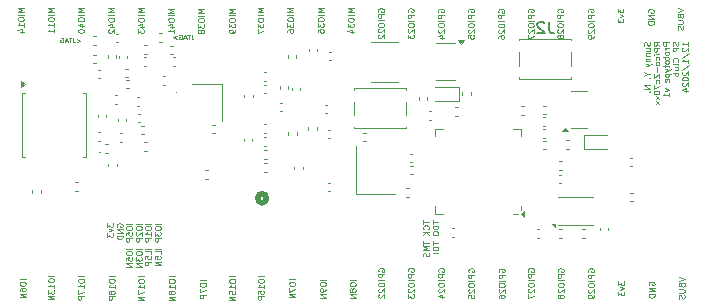
<source format=gbr>
%TF.GenerationSoftware,KiCad,Pcbnew,8.0.6*%
%TF.CreationDate,2024-12-01T18:19:07-08:00*%
%TF.ProjectId,SYNC-VT,53594e43-2d56-4542-9e6b-696361645f70,rev?*%
%TF.SameCoordinates,Original*%
%TF.FileFunction,Legend,Bot*%
%TF.FilePolarity,Positive*%
%FSLAX46Y46*%
G04 Gerber Fmt 4.6, Leading zero omitted, Abs format (unit mm)*
G04 Created by KiCad (PCBNEW 8.0.6) date 2024-12-01 18:19:07*
%MOMM*%
%LPD*%
G01*
G04 APERTURE LIST*
%ADD10C,0.100000*%
%ADD11C,0.150000*%
%ADD12C,0.120000*%
%ADD13C,0.508000*%
G04 APERTURE END LIST*
D10*
X144769912Y-39931027D02*
X144793721Y-40002455D01*
X144793721Y-40002455D02*
X144793721Y-40121503D01*
X144793721Y-40121503D02*
X144769912Y-40169122D01*
X144769912Y-40169122D02*
X144746102Y-40192931D01*
X144746102Y-40192931D02*
X144698483Y-40216741D01*
X144698483Y-40216741D02*
X144650864Y-40216741D01*
X144650864Y-40216741D02*
X144603245Y-40192931D01*
X144603245Y-40192931D02*
X144579435Y-40169122D01*
X144579435Y-40169122D02*
X144555626Y-40121503D01*
X144555626Y-40121503D02*
X144531816Y-40026265D01*
X144531816Y-40026265D02*
X144508007Y-39978646D01*
X144508007Y-39978646D02*
X144484197Y-39954836D01*
X144484197Y-39954836D02*
X144436578Y-39931027D01*
X144436578Y-39931027D02*
X144388959Y-39931027D01*
X144388959Y-39931027D02*
X144341340Y-39954836D01*
X144341340Y-39954836D02*
X144317531Y-39978646D01*
X144317531Y-39978646D02*
X144293721Y-40026265D01*
X144293721Y-40026265D02*
X144293721Y-40145312D01*
X144293721Y-40145312D02*
X144317531Y-40216741D01*
X144460388Y-40645312D02*
X144793721Y-40645312D01*
X144460388Y-40431026D02*
X144722292Y-40431026D01*
X144722292Y-40431026D02*
X144769912Y-40454836D01*
X144769912Y-40454836D02*
X144793721Y-40502455D01*
X144793721Y-40502455D02*
X144793721Y-40573883D01*
X144793721Y-40573883D02*
X144769912Y-40621502D01*
X144769912Y-40621502D02*
X144746102Y-40645312D01*
X144460388Y-40883407D02*
X144793721Y-40883407D01*
X144508007Y-40883407D02*
X144484197Y-40907217D01*
X144484197Y-40907217D02*
X144460388Y-40954836D01*
X144460388Y-40954836D02*
X144460388Y-41026264D01*
X144460388Y-41026264D02*
X144484197Y-41073883D01*
X144484197Y-41073883D02*
X144531816Y-41097693D01*
X144531816Y-41097693D02*
X144793721Y-41097693D01*
X144460388Y-41335788D02*
X144793721Y-41335788D01*
X144508007Y-41335788D02*
X144484197Y-41359598D01*
X144484197Y-41359598D02*
X144460388Y-41407217D01*
X144460388Y-41407217D02*
X144460388Y-41478645D01*
X144460388Y-41478645D02*
X144484197Y-41526264D01*
X144484197Y-41526264D02*
X144531816Y-41550074D01*
X144531816Y-41550074D02*
X144793721Y-41550074D01*
X144460388Y-41740550D02*
X144793721Y-41859598D01*
X144460388Y-41978645D02*
X144793721Y-41859598D01*
X144793721Y-41859598D02*
X144912769Y-41811979D01*
X144912769Y-41811979D02*
X144936578Y-41788169D01*
X144936578Y-41788169D02*
X144960388Y-41740550D01*
X144555626Y-42645311D02*
X144793721Y-42645311D01*
X144293721Y-42478645D02*
X144555626Y-42645311D01*
X144555626Y-42645311D02*
X144293721Y-42811978D01*
X144746102Y-42978644D02*
X144769912Y-43002454D01*
X144769912Y-43002454D02*
X144793721Y-42978644D01*
X144793721Y-42978644D02*
X144769912Y-42954835D01*
X144769912Y-42954835D02*
X144746102Y-42978644D01*
X144746102Y-42978644D02*
X144793721Y-42978644D01*
X144793721Y-43597691D02*
X144293721Y-43597691D01*
X144293721Y-43597691D02*
X144793721Y-43883405D01*
X144793721Y-43883405D02*
X144293721Y-43883405D01*
X144746102Y-44121501D02*
X144769912Y-44145311D01*
X144769912Y-44145311D02*
X144793721Y-44121501D01*
X144793721Y-44121501D02*
X144769912Y-44097692D01*
X144769912Y-44097692D02*
X144746102Y-44121501D01*
X144746102Y-44121501D02*
X144793721Y-44121501D01*
X145598693Y-40240550D02*
X145360598Y-40073884D01*
X145598693Y-39954836D02*
X145098693Y-39954836D01*
X145098693Y-39954836D02*
X145098693Y-40145312D01*
X145098693Y-40145312D02*
X145122503Y-40192931D01*
X145122503Y-40192931D02*
X145146312Y-40216741D01*
X145146312Y-40216741D02*
X145193931Y-40240550D01*
X145193931Y-40240550D02*
X145265360Y-40240550D01*
X145265360Y-40240550D02*
X145312979Y-40216741D01*
X145312979Y-40216741D02*
X145336788Y-40192931D01*
X145336788Y-40192931D02*
X145360598Y-40145312D01*
X145360598Y-40145312D02*
X145360598Y-39954836D01*
X145598693Y-40454836D02*
X145098693Y-40454836D01*
X145098693Y-40454836D02*
X145098693Y-40645312D01*
X145098693Y-40645312D02*
X145122503Y-40692931D01*
X145122503Y-40692931D02*
X145146312Y-40716741D01*
X145146312Y-40716741D02*
X145193931Y-40740550D01*
X145193931Y-40740550D02*
X145265360Y-40740550D01*
X145265360Y-40740550D02*
X145312979Y-40716741D01*
X145312979Y-40716741D02*
X145336788Y-40692931D01*
X145336788Y-40692931D02*
X145360598Y-40645312D01*
X145360598Y-40645312D02*
X145360598Y-40454836D01*
X145598693Y-40954836D02*
X145265360Y-40954836D01*
X145098693Y-40954836D02*
X145122503Y-40931027D01*
X145122503Y-40931027D02*
X145146312Y-40954836D01*
X145146312Y-40954836D02*
X145122503Y-40978646D01*
X145122503Y-40978646D02*
X145098693Y-40954836D01*
X145098693Y-40954836D02*
X145146312Y-40954836D01*
X145574884Y-41407217D02*
X145598693Y-41359598D01*
X145598693Y-41359598D02*
X145598693Y-41264360D01*
X145598693Y-41264360D02*
X145574884Y-41216741D01*
X145574884Y-41216741D02*
X145551074Y-41192931D01*
X145551074Y-41192931D02*
X145503455Y-41169122D01*
X145503455Y-41169122D02*
X145360598Y-41169122D01*
X145360598Y-41169122D02*
X145312979Y-41192931D01*
X145312979Y-41192931D02*
X145289169Y-41216741D01*
X145289169Y-41216741D02*
X145265360Y-41264360D01*
X145265360Y-41264360D02*
X145265360Y-41359598D01*
X145265360Y-41359598D02*
X145289169Y-41407217D01*
X145598693Y-41692931D02*
X145574884Y-41645312D01*
X145574884Y-41645312D02*
X145551074Y-41621502D01*
X145551074Y-41621502D02*
X145503455Y-41597693D01*
X145503455Y-41597693D02*
X145360598Y-41597693D01*
X145360598Y-41597693D02*
X145312979Y-41621502D01*
X145312979Y-41621502D02*
X145289169Y-41645312D01*
X145289169Y-41645312D02*
X145265360Y-41692931D01*
X145265360Y-41692931D02*
X145265360Y-41764359D01*
X145265360Y-41764359D02*
X145289169Y-41811978D01*
X145289169Y-41811978D02*
X145312979Y-41835788D01*
X145312979Y-41835788D02*
X145360598Y-41859597D01*
X145360598Y-41859597D02*
X145503455Y-41859597D01*
X145503455Y-41859597D02*
X145551074Y-41835788D01*
X145551074Y-41835788D02*
X145574884Y-41811978D01*
X145574884Y-41811978D02*
X145598693Y-41764359D01*
X145598693Y-41764359D02*
X145598693Y-41692931D01*
X145408217Y-42073883D02*
X145408217Y-42454836D01*
X145098693Y-42645312D02*
X145098693Y-42978645D01*
X145098693Y-42978645D02*
X145598693Y-42645312D01*
X145598693Y-42645312D02*
X145598693Y-42978645D01*
X145574884Y-43383407D02*
X145598693Y-43335788D01*
X145598693Y-43335788D02*
X145598693Y-43240550D01*
X145598693Y-43240550D02*
X145574884Y-43192931D01*
X145574884Y-43192931D02*
X145551074Y-43169121D01*
X145551074Y-43169121D02*
X145503455Y-43145312D01*
X145503455Y-43145312D02*
X145360598Y-43145312D01*
X145360598Y-43145312D02*
X145312979Y-43169121D01*
X145312979Y-43169121D02*
X145289169Y-43192931D01*
X145289169Y-43192931D02*
X145265360Y-43240550D01*
X145265360Y-43240550D02*
X145265360Y-43335788D01*
X145265360Y-43335788D02*
X145289169Y-43383407D01*
X145098693Y-43550073D02*
X145098693Y-43883406D01*
X145098693Y-43883406D02*
X145598693Y-43669121D01*
X145098693Y-44169120D02*
X145098693Y-44216739D01*
X145098693Y-44216739D02*
X145122503Y-44264358D01*
X145122503Y-44264358D02*
X145146312Y-44288168D01*
X145146312Y-44288168D02*
X145193931Y-44311977D01*
X145193931Y-44311977D02*
X145289169Y-44335787D01*
X145289169Y-44335787D02*
X145408217Y-44335787D01*
X145408217Y-44335787D02*
X145503455Y-44311977D01*
X145503455Y-44311977D02*
X145551074Y-44288168D01*
X145551074Y-44288168D02*
X145574884Y-44264358D01*
X145574884Y-44264358D02*
X145598693Y-44216739D01*
X145598693Y-44216739D02*
X145598693Y-44169120D01*
X145598693Y-44169120D02*
X145574884Y-44121501D01*
X145574884Y-44121501D02*
X145551074Y-44097692D01*
X145551074Y-44097692D02*
X145503455Y-44073882D01*
X145503455Y-44073882D02*
X145408217Y-44050073D01*
X145408217Y-44050073D02*
X145289169Y-44050073D01*
X145289169Y-44050073D02*
X145193931Y-44073882D01*
X145193931Y-44073882D02*
X145146312Y-44097692D01*
X145146312Y-44097692D02*
X145122503Y-44121501D01*
X145122503Y-44121501D02*
X145098693Y-44169120D01*
X145598693Y-44502453D02*
X145265360Y-44764358D01*
X145265360Y-44502453D02*
X145598693Y-44764358D01*
X145598693Y-44907215D02*
X145265360Y-45169120D01*
X145265360Y-44907215D02*
X145598693Y-45169120D01*
X146403665Y-39954836D02*
X145903665Y-39954836D01*
X145903665Y-39954836D02*
X145903665Y-40145312D01*
X145903665Y-40145312D02*
X145927475Y-40192931D01*
X145927475Y-40192931D02*
X145951284Y-40216741D01*
X145951284Y-40216741D02*
X145998903Y-40240550D01*
X145998903Y-40240550D02*
X146070332Y-40240550D01*
X146070332Y-40240550D02*
X146117951Y-40216741D01*
X146117951Y-40216741D02*
X146141760Y-40192931D01*
X146141760Y-40192931D02*
X146165570Y-40145312D01*
X146165570Y-40145312D02*
X146165570Y-39954836D01*
X146403665Y-40454836D02*
X146070332Y-40454836D01*
X146165570Y-40454836D02*
X146117951Y-40478646D01*
X146117951Y-40478646D02*
X146094141Y-40502455D01*
X146094141Y-40502455D02*
X146070332Y-40550074D01*
X146070332Y-40550074D02*
X146070332Y-40597693D01*
X146403665Y-40835789D02*
X146379856Y-40788170D01*
X146379856Y-40788170D02*
X146356046Y-40764360D01*
X146356046Y-40764360D02*
X146308427Y-40740551D01*
X146308427Y-40740551D02*
X146165570Y-40740551D01*
X146165570Y-40740551D02*
X146117951Y-40764360D01*
X146117951Y-40764360D02*
X146094141Y-40788170D01*
X146094141Y-40788170D02*
X146070332Y-40835789D01*
X146070332Y-40835789D02*
X146070332Y-40907217D01*
X146070332Y-40907217D02*
X146094141Y-40954836D01*
X146094141Y-40954836D02*
X146117951Y-40978646D01*
X146117951Y-40978646D02*
X146165570Y-41002455D01*
X146165570Y-41002455D02*
X146308427Y-41002455D01*
X146308427Y-41002455D02*
X146356046Y-40978646D01*
X146356046Y-40978646D02*
X146379856Y-40954836D01*
X146379856Y-40954836D02*
X146403665Y-40907217D01*
X146403665Y-40907217D02*
X146403665Y-40835789D01*
X146070332Y-41145313D02*
X146070332Y-41335789D01*
X145903665Y-41216741D02*
X146332236Y-41216741D01*
X146332236Y-41216741D02*
X146379856Y-41240551D01*
X146379856Y-41240551D02*
X146403665Y-41288170D01*
X146403665Y-41288170D02*
X146403665Y-41335789D01*
X146403665Y-41573884D02*
X146379856Y-41526265D01*
X146379856Y-41526265D02*
X146356046Y-41502455D01*
X146356046Y-41502455D02*
X146308427Y-41478646D01*
X146308427Y-41478646D02*
X146165570Y-41478646D01*
X146165570Y-41478646D02*
X146117951Y-41502455D01*
X146117951Y-41502455D02*
X146094141Y-41526265D01*
X146094141Y-41526265D02*
X146070332Y-41573884D01*
X146070332Y-41573884D02*
X146070332Y-41645312D01*
X146070332Y-41645312D02*
X146094141Y-41692931D01*
X146094141Y-41692931D02*
X146117951Y-41716741D01*
X146117951Y-41716741D02*
X146165570Y-41740550D01*
X146165570Y-41740550D02*
X146308427Y-41740550D01*
X146308427Y-41740550D02*
X146356046Y-41716741D01*
X146356046Y-41716741D02*
X146379856Y-41692931D01*
X146379856Y-41692931D02*
X146403665Y-41645312D01*
X146403665Y-41645312D02*
X146403665Y-41573884D01*
X146070332Y-41883408D02*
X146070332Y-42073884D01*
X145903665Y-41954836D02*
X146332236Y-41954836D01*
X146332236Y-41954836D02*
X146379856Y-41978646D01*
X146379856Y-41978646D02*
X146403665Y-42026265D01*
X146403665Y-42026265D02*
X146403665Y-42073884D01*
X146070332Y-42192931D02*
X146403665Y-42311979D01*
X146070332Y-42431026D02*
X146403665Y-42311979D01*
X146403665Y-42311979D02*
X146522713Y-42264360D01*
X146522713Y-42264360D02*
X146546522Y-42240550D01*
X146546522Y-42240550D02*
X146570332Y-42192931D01*
X146070332Y-42621502D02*
X146570332Y-42621502D01*
X146094141Y-42621502D02*
X146070332Y-42669121D01*
X146070332Y-42669121D02*
X146070332Y-42764359D01*
X146070332Y-42764359D02*
X146094141Y-42811978D01*
X146094141Y-42811978D02*
X146117951Y-42835788D01*
X146117951Y-42835788D02*
X146165570Y-42859597D01*
X146165570Y-42859597D02*
X146308427Y-42859597D01*
X146308427Y-42859597D02*
X146356046Y-42835788D01*
X146356046Y-42835788D02*
X146379856Y-42811978D01*
X146379856Y-42811978D02*
X146403665Y-42764359D01*
X146403665Y-42764359D02*
X146403665Y-42669121D01*
X146403665Y-42669121D02*
X146379856Y-42621502D01*
X146379856Y-43264359D02*
X146403665Y-43216740D01*
X146403665Y-43216740D02*
X146403665Y-43121502D01*
X146403665Y-43121502D02*
X146379856Y-43073883D01*
X146379856Y-43073883D02*
X146332236Y-43050074D01*
X146332236Y-43050074D02*
X146141760Y-43050074D01*
X146141760Y-43050074D02*
X146094141Y-43073883D01*
X146094141Y-43073883D02*
X146070332Y-43121502D01*
X146070332Y-43121502D02*
X146070332Y-43216740D01*
X146070332Y-43216740D02*
X146094141Y-43264359D01*
X146094141Y-43264359D02*
X146141760Y-43288169D01*
X146141760Y-43288169D02*
X146189379Y-43288169D01*
X146189379Y-43288169D02*
X146236998Y-43050074D01*
X146070332Y-43835787D02*
X146403665Y-43954835D01*
X146403665Y-43954835D02*
X146070332Y-44073882D01*
X146403665Y-44526263D02*
X146403665Y-44240549D01*
X146403665Y-44383406D02*
X145903665Y-44383406D01*
X145903665Y-44383406D02*
X145975094Y-44335787D01*
X145975094Y-44335787D02*
X146022713Y-44288168D01*
X146022713Y-44288168D02*
X146046522Y-44240549D01*
X147184828Y-39931027D02*
X147208637Y-40002455D01*
X147208637Y-40002455D02*
X147208637Y-40121503D01*
X147208637Y-40121503D02*
X147184828Y-40169122D01*
X147184828Y-40169122D02*
X147161018Y-40192931D01*
X147161018Y-40192931D02*
X147113399Y-40216741D01*
X147113399Y-40216741D02*
X147065780Y-40216741D01*
X147065780Y-40216741D02*
X147018161Y-40192931D01*
X147018161Y-40192931D02*
X146994351Y-40169122D01*
X146994351Y-40169122D02*
X146970542Y-40121503D01*
X146970542Y-40121503D02*
X146946732Y-40026265D01*
X146946732Y-40026265D02*
X146922923Y-39978646D01*
X146922923Y-39978646D02*
X146899113Y-39954836D01*
X146899113Y-39954836D02*
X146851494Y-39931027D01*
X146851494Y-39931027D02*
X146803875Y-39931027D01*
X146803875Y-39931027D02*
X146756256Y-39954836D01*
X146756256Y-39954836D02*
X146732447Y-39978646D01*
X146732447Y-39978646D02*
X146708637Y-40026265D01*
X146708637Y-40026265D02*
X146708637Y-40145312D01*
X146708637Y-40145312D02*
X146732447Y-40216741D01*
X147208637Y-40431026D02*
X146708637Y-40431026D01*
X146708637Y-40431026D02*
X146708637Y-40621502D01*
X146708637Y-40621502D02*
X146732447Y-40669121D01*
X146732447Y-40669121D02*
X146756256Y-40692931D01*
X146756256Y-40692931D02*
X146803875Y-40716740D01*
X146803875Y-40716740D02*
X146875304Y-40716740D01*
X146875304Y-40716740D02*
X146922923Y-40692931D01*
X146922923Y-40692931D02*
X146946732Y-40669121D01*
X146946732Y-40669121D02*
X146970542Y-40621502D01*
X146970542Y-40621502D02*
X146970542Y-40431026D01*
X147161018Y-41597692D02*
X147184828Y-41573883D01*
X147184828Y-41573883D02*
X147208637Y-41502454D01*
X147208637Y-41502454D02*
X147208637Y-41454835D01*
X147208637Y-41454835D02*
X147184828Y-41383407D01*
X147184828Y-41383407D02*
X147137208Y-41335788D01*
X147137208Y-41335788D02*
X147089589Y-41311978D01*
X147089589Y-41311978D02*
X146994351Y-41288169D01*
X146994351Y-41288169D02*
X146922923Y-41288169D01*
X146922923Y-41288169D02*
X146827685Y-41311978D01*
X146827685Y-41311978D02*
X146780066Y-41335788D01*
X146780066Y-41335788D02*
X146732447Y-41383407D01*
X146732447Y-41383407D02*
X146708637Y-41454835D01*
X146708637Y-41454835D02*
X146708637Y-41502454D01*
X146708637Y-41502454D02*
X146732447Y-41573883D01*
X146732447Y-41573883D02*
X146756256Y-41597692D01*
X147208637Y-41883407D02*
X147184828Y-41835788D01*
X147184828Y-41835788D02*
X147137208Y-41811978D01*
X147137208Y-41811978D02*
X146708637Y-41811978D01*
X146875304Y-42288169D02*
X147208637Y-42288169D01*
X146875304Y-42073883D02*
X147137208Y-42073883D01*
X147137208Y-42073883D02*
X147184828Y-42097693D01*
X147184828Y-42097693D02*
X147208637Y-42145312D01*
X147208637Y-42145312D02*
X147208637Y-42216740D01*
X147208637Y-42216740D02*
X147184828Y-42264359D01*
X147184828Y-42264359D02*
X147161018Y-42288169D01*
X147208637Y-42526264D02*
X146708637Y-42526264D01*
X146899113Y-42526264D02*
X146875304Y-42573883D01*
X146875304Y-42573883D02*
X146875304Y-42669121D01*
X146875304Y-42669121D02*
X146899113Y-42716740D01*
X146899113Y-42716740D02*
X146922923Y-42740550D01*
X146922923Y-42740550D02*
X146970542Y-42764359D01*
X146970542Y-42764359D02*
X147113399Y-42764359D01*
X147113399Y-42764359D02*
X147161018Y-42740550D01*
X147161018Y-42740550D02*
X147184828Y-42716740D01*
X147184828Y-42716740D02*
X147208637Y-42669121D01*
X147208637Y-42669121D02*
X147208637Y-42573883D01*
X147208637Y-42573883D02*
X147184828Y-42526264D01*
X148013609Y-40216741D02*
X148013609Y-39931027D01*
X148013609Y-40073884D02*
X147513609Y-40073884D01*
X147513609Y-40073884D02*
X147585038Y-40026265D01*
X147585038Y-40026265D02*
X147632657Y-39978646D01*
X147632657Y-39978646D02*
X147656466Y-39931027D01*
X147561228Y-40407217D02*
X147537419Y-40431026D01*
X147537419Y-40431026D02*
X147513609Y-40478645D01*
X147513609Y-40478645D02*
X147513609Y-40597693D01*
X147513609Y-40597693D02*
X147537419Y-40645312D01*
X147537419Y-40645312D02*
X147561228Y-40669121D01*
X147561228Y-40669121D02*
X147608847Y-40692931D01*
X147608847Y-40692931D02*
X147656466Y-40692931D01*
X147656466Y-40692931D02*
X147727895Y-40669121D01*
X147727895Y-40669121D02*
X148013609Y-40383407D01*
X148013609Y-40383407D02*
X148013609Y-40692931D01*
X147489800Y-41264359D02*
X148132657Y-40835788D01*
X148013609Y-41692931D02*
X148013609Y-41407217D01*
X148013609Y-41550074D02*
X147513609Y-41550074D01*
X147513609Y-41550074D02*
X147585038Y-41502455D01*
X147585038Y-41502455D02*
X147632657Y-41454836D01*
X147632657Y-41454836D02*
X147656466Y-41407217D01*
X147489800Y-42264359D02*
X148132657Y-41835788D01*
X147561228Y-42407217D02*
X147537419Y-42431026D01*
X147537419Y-42431026D02*
X147513609Y-42478645D01*
X147513609Y-42478645D02*
X147513609Y-42597693D01*
X147513609Y-42597693D02*
X147537419Y-42645312D01*
X147537419Y-42645312D02*
X147561228Y-42669121D01*
X147561228Y-42669121D02*
X147608847Y-42692931D01*
X147608847Y-42692931D02*
X147656466Y-42692931D01*
X147656466Y-42692931D02*
X147727895Y-42669121D01*
X147727895Y-42669121D02*
X148013609Y-42383407D01*
X148013609Y-42383407D02*
X148013609Y-42692931D01*
X147513609Y-43002454D02*
X147513609Y-43050073D01*
X147513609Y-43050073D02*
X147537419Y-43097692D01*
X147537419Y-43097692D02*
X147561228Y-43121502D01*
X147561228Y-43121502D02*
X147608847Y-43145311D01*
X147608847Y-43145311D02*
X147704085Y-43169121D01*
X147704085Y-43169121D02*
X147823133Y-43169121D01*
X147823133Y-43169121D02*
X147918371Y-43145311D01*
X147918371Y-43145311D02*
X147965990Y-43121502D01*
X147965990Y-43121502D02*
X147989800Y-43097692D01*
X147989800Y-43097692D02*
X148013609Y-43050073D01*
X148013609Y-43050073D02*
X148013609Y-43002454D01*
X148013609Y-43002454D02*
X147989800Y-42954835D01*
X147989800Y-42954835D02*
X147965990Y-42931026D01*
X147965990Y-42931026D02*
X147918371Y-42907216D01*
X147918371Y-42907216D02*
X147823133Y-42883407D01*
X147823133Y-42883407D02*
X147704085Y-42883407D01*
X147704085Y-42883407D02*
X147608847Y-42907216D01*
X147608847Y-42907216D02*
X147561228Y-42931026D01*
X147561228Y-42931026D02*
X147537419Y-42954835D01*
X147537419Y-42954835D02*
X147513609Y-43002454D01*
X147561228Y-43359597D02*
X147537419Y-43383406D01*
X147537419Y-43383406D02*
X147513609Y-43431025D01*
X147513609Y-43431025D02*
X147513609Y-43550073D01*
X147513609Y-43550073D02*
X147537419Y-43597692D01*
X147537419Y-43597692D02*
X147561228Y-43621501D01*
X147561228Y-43621501D02*
X147608847Y-43645311D01*
X147608847Y-43645311D02*
X147656466Y-43645311D01*
X147656466Y-43645311D02*
X147727895Y-43621501D01*
X147727895Y-43621501D02*
X148013609Y-43335787D01*
X148013609Y-43335787D02*
X148013609Y-43645311D01*
X147680276Y-44073882D02*
X148013609Y-44073882D01*
X147489800Y-43954834D02*
X147846942Y-43835787D01*
X147846942Y-43835787D02*
X147846942Y-44145310D01*
X96244211Y-39689180D02*
X96548972Y-39803466D01*
X96548972Y-39803466D02*
X96244211Y-39917752D01*
X95939449Y-39555847D02*
X95939449Y-39841561D01*
X95939449Y-39841561D02*
X95958496Y-39898704D01*
X95958496Y-39898704D02*
X95996592Y-39936800D01*
X95996592Y-39936800D02*
X96053734Y-39955847D01*
X96053734Y-39955847D02*
X96091830Y-39955847D01*
X95806115Y-39555847D02*
X95577544Y-39555847D01*
X95691830Y-39955847D02*
X95691830Y-39555847D01*
X95463258Y-39841561D02*
X95272782Y-39841561D01*
X95501353Y-39955847D02*
X95368020Y-39555847D01*
X95368020Y-39555847D02*
X95234687Y-39955847D01*
X94891830Y-39574895D02*
X94929925Y-39555847D01*
X94929925Y-39555847D02*
X94987068Y-39555847D01*
X94987068Y-39555847D02*
X95044211Y-39574895D01*
X95044211Y-39574895D02*
X95082306Y-39612990D01*
X95082306Y-39612990D02*
X95101353Y-39651085D01*
X95101353Y-39651085D02*
X95120401Y-39727276D01*
X95120401Y-39727276D02*
X95120401Y-39784419D01*
X95120401Y-39784419D02*
X95101353Y-39860609D01*
X95101353Y-39860609D02*
X95082306Y-39898704D01*
X95082306Y-39898704D02*
X95044211Y-39936800D01*
X95044211Y-39936800D02*
X94987068Y-39955847D01*
X94987068Y-39955847D02*
X94948972Y-39955847D01*
X94948972Y-39955847D02*
X94891830Y-39936800D01*
X94891830Y-39936800D02*
X94872782Y-39917752D01*
X94872782Y-39917752D02*
X94872782Y-39784419D01*
X94872782Y-39784419D02*
X94948972Y-39784419D01*
X114603609Y-37044836D02*
X114103609Y-37044836D01*
X114103609Y-37044836D02*
X114460752Y-37211503D01*
X114460752Y-37211503D02*
X114103609Y-37378169D01*
X114103609Y-37378169D02*
X114603609Y-37378169D01*
X114603609Y-37616265D02*
X114103609Y-37616265D01*
X114103609Y-37949598D02*
X114103609Y-38044836D01*
X114103609Y-38044836D02*
X114127419Y-38092455D01*
X114127419Y-38092455D02*
X114175038Y-38140074D01*
X114175038Y-38140074D02*
X114270276Y-38163884D01*
X114270276Y-38163884D02*
X114436942Y-38163884D01*
X114436942Y-38163884D02*
X114532180Y-38140074D01*
X114532180Y-38140074D02*
X114579800Y-38092455D01*
X114579800Y-38092455D02*
X114603609Y-38044836D01*
X114603609Y-38044836D02*
X114603609Y-37949598D01*
X114603609Y-37949598D02*
X114579800Y-37901979D01*
X114579800Y-37901979D02*
X114532180Y-37854360D01*
X114532180Y-37854360D02*
X114436942Y-37830551D01*
X114436942Y-37830551D02*
X114270276Y-37830551D01*
X114270276Y-37830551D02*
X114175038Y-37854360D01*
X114175038Y-37854360D02*
X114127419Y-37901979D01*
X114127419Y-37901979D02*
X114103609Y-37949598D01*
X114103609Y-38330551D02*
X114103609Y-38640075D01*
X114103609Y-38640075D02*
X114294085Y-38473408D01*
X114294085Y-38473408D02*
X114294085Y-38544837D01*
X114294085Y-38544837D02*
X114317895Y-38592456D01*
X114317895Y-38592456D02*
X114341704Y-38616265D01*
X114341704Y-38616265D02*
X114389323Y-38640075D01*
X114389323Y-38640075D02*
X114508371Y-38640075D01*
X114508371Y-38640075D02*
X114555990Y-38616265D01*
X114555990Y-38616265D02*
X114579800Y-38592456D01*
X114579800Y-38592456D02*
X114603609Y-38544837D01*
X114603609Y-38544837D02*
X114603609Y-38401980D01*
X114603609Y-38401980D02*
X114579800Y-38354361D01*
X114579800Y-38354361D02*
X114555990Y-38330551D01*
X114103609Y-39068646D02*
X114103609Y-38973408D01*
X114103609Y-38973408D02*
X114127419Y-38925789D01*
X114127419Y-38925789D02*
X114151228Y-38901979D01*
X114151228Y-38901979D02*
X114222657Y-38854360D01*
X114222657Y-38854360D02*
X114317895Y-38830551D01*
X114317895Y-38830551D02*
X114508371Y-38830551D01*
X114508371Y-38830551D02*
X114555990Y-38854360D01*
X114555990Y-38854360D02*
X114579800Y-38878170D01*
X114579800Y-38878170D02*
X114603609Y-38925789D01*
X114603609Y-38925789D02*
X114603609Y-39021027D01*
X114603609Y-39021027D02*
X114579800Y-39068646D01*
X114579800Y-39068646D02*
X114555990Y-39092455D01*
X114555990Y-39092455D02*
X114508371Y-39116265D01*
X114508371Y-39116265D02*
X114389323Y-39116265D01*
X114389323Y-39116265D02*
X114341704Y-39092455D01*
X114341704Y-39092455D02*
X114317895Y-39068646D01*
X114317895Y-39068646D02*
X114294085Y-39021027D01*
X114294085Y-39021027D02*
X114294085Y-38925789D01*
X114294085Y-38925789D02*
X114317895Y-38878170D01*
X114317895Y-38878170D02*
X114341704Y-38854360D01*
X114341704Y-38854360D02*
X114389323Y-38830551D01*
X147223609Y-59853408D02*
X147723609Y-60020074D01*
X147723609Y-60020074D02*
X147223609Y-60186741D01*
X147461704Y-60520074D02*
X147485514Y-60591502D01*
X147485514Y-60591502D02*
X147509323Y-60615312D01*
X147509323Y-60615312D02*
X147556942Y-60639121D01*
X147556942Y-60639121D02*
X147628371Y-60639121D01*
X147628371Y-60639121D02*
X147675990Y-60615312D01*
X147675990Y-60615312D02*
X147699800Y-60591502D01*
X147699800Y-60591502D02*
X147723609Y-60543883D01*
X147723609Y-60543883D02*
X147723609Y-60353407D01*
X147723609Y-60353407D02*
X147223609Y-60353407D01*
X147223609Y-60353407D02*
X147223609Y-60520074D01*
X147223609Y-60520074D02*
X147247419Y-60567693D01*
X147247419Y-60567693D02*
X147271228Y-60591502D01*
X147271228Y-60591502D02*
X147318847Y-60615312D01*
X147318847Y-60615312D02*
X147366466Y-60615312D01*
X147366466Y-60615312D02*
X147414085Y-60591502D01*
X147414085Y-60591502D02*
X147437895Y-60567693D01*
X147437895Y-60567693D02*
X147461704Y-60520074D01*
X147461704Y-60520074D02*
X147461704Y-60353407D01*
X147223609Y-60853407D02*
X147628371Y-60853407D01*
X147628371Y-60853407D02*
X147675990Y-60877217D01*
X147675990Y-60877217D02*
X147699800Y-60901026D01*
X147699800Y-60901026D02*
X147723609Y-60948645D01*
X147723609Y-60948645D02*
X147723609Y-61043883D01*
X147723609Y-61043883D02*
X147699800Y-61091502D01*
X147699800Y-61091502D02*
X147675990Y-61115312D01*
X147675990Y-61115312D02*
X147628371Y-61139121D01*
X147628371Y-61139121D02*
X147223609Y-61139121D01*
X147699800Y-61353408D02*
X147723609Y-61424836D01*
X147723609Y-61424836D02*
X147723609Y-61543884D01*
X147723609Y-61543884D02*
X147699800Y-61591503D01*
X147699800Y-61591503D02*
X147675990Y-61615312D01*
X147675990Y-61615312D02*
X147628371Y-61639122D01*
X147628371Y-61639122D02*
X147580752Y-61639122D01*
X147580752Y-61639122D02*
X147533133Y-61615312D01*
X147533133Y-61615312D02*
X147509323Y-61591503D01*
X147509323Y-61591503D02*
X147485514Y-61543884D01*
X147485514Y-61543884D02*
X147461704Y-61448646D01*
X147461704Y-61448646D02*
X147437895Y-61401027D01*
X147437895Y-61401027D02*
X147414085Y-61377217D01*
X147414085Y-61377217D02*
X147366466Y-61353408D01*
X147366466Y-61353408D02*
X147318847Y-61353408D01*
X147318847Y-61353408D02*
X147271228Y-61377217D01*
X147271228Y-61377217D02*
X147247419Y-61401027D01*
X147247419Y-61401027D02*
X147223609Y-61448646D01*
X147223609Y-61448646D02*
X147223609Y-61567693D01*
X147223609Y-61567693D02*
X147247419Y-61639122D01*
X139577419Y-59370331D02*
X139553609Y-59322712D01*
X139553609Y-59322712D02*
X139553609Y-59251283D01*
X139553609Y-59251283D02*
X139577419Y-59179855D01*
X139577419Y-59179855D02*
X139625038Y-59132236D01*
X139625038Y-59132236D02*
X139672657Y-59108426D01*
X139672657Y-59108426D02*
X139767895Y-59084617D01*
X139767895Y-59084617D02*
X139839323Y-59084617D01*
X139839323Y-59084617D02*
X139934561Y-59108426D01*
X139934561Y-59108426D02*
X139982180Y-59132236D01*
X139982180Y-59132236D02*
X140029800Y-59179855D01*
X140029800Y-59179855D02*
X140053609Y-59251283D01*
X140053609Y-59251283D02*
X140053609Y-59298902D01*
X140053609Y-59298902D02*
X140029800Y-59370331D01*
X140029800Y-59370331D02*
X140005990Y-59394140D01*
X140005990Y-59394140D02*
X139839323Y-59394140D01*
X139839323Y-59394140D02*
X139839323Y-59298902D01*
X140053609Y-59608426D02*
X139553609Y-59608426D01*
X139553609Y-59608426D02*
X139553609Y-59798902D01*
X139553609Y-59798902D02*
X139577419Y-59846521D01*
X139577419Y-59846521D02*
X139601228Y-59870331D01*
X139601228Y-59870331D02*
X139648847Y-59894140D01*
X139648847Y-59894140D02*
X139720276Y-59894140D01*
X139720276Y-59894140D02*
X139767895Y-59870331D01*
X139767895Y-59870331D02*
X139791704Y-59846521D01*
X139791704Y-59846521D02*
X139815514Y-59798902D01*
X139815514Y-59798902D02*
X139815514Y-59608426D01*
X140053609Y-60108426D02*
X139553609Y-60108426D01*
X139553609Y-60441759D02*
X139553609Y-60536997D01*
X139553609Y-60536997D02*
X139577419Y-60584616D01*
X139577419Y-60584616D02*
X139625038Y-60632235D01*
X139625038Y-60632235D02*
X139720276Y-60656045D01*
X139720276Y-60656045D02*
X139886942Y-60656045D01*
X139886942Y-60656045D02*
X139982180Y-60632235D01*
X139982180Y-60632235D02*
X140029800Y-60584616D01*
X140029800Y-60584616D02*
X140053609Y-60536997D01*
X140053609Y-60536997D02*
X140053609Y-60441759D01*
X140053609Y-60441759D02*
X140029800Y-60394140D01*
X140029800Y-60394140D02*
X139982180Y-60346521D01*
X139982180Y-60346521D02*
X139886942Y-60322712D01*
X139886942Y-60322712D02*
X139720276Y-60322712D01*
X139720276Y-60322712D02*
X139625038Y-60346521D01*
X139625038Y-60346521D02*
X139577419Y-60394140D01*
X139577419Y-60394140D02*
X139553609Y-60441759D01*
X139601228Y-60846522D02*
X139577419Y-60870331D01*
X139577419Y-60870331D02*
X139553609Y-60917950D01*
X139553609Y-60917950D02*
X139553609Y-61036998D01*
X139553609Y-61036998D02*
X139577419Y-61084617D01*
X139577419Y-61084617D02*
X139601228Y-61108426D01*
X139601228Y-61108426D02*
X139648847Y-61132236D01*
X139648847Y-61132236D02*
X139696466Y-61132236D01*
X139696466Y-61132236D02*
X139767895Y-61108426D01*
X139767895Y-61108426D02*
X140053609Y-60822712D01*
X140053609Y-60822712D02*
X140053609Y-61132236D01*
X140053609Y-61370331D02*
X140053609Y-61465569D01*
X140053609Y-61465569D02*
X140029800Y-61513188D01*
X140029800Y-61513188D02*
X140005990Y-61536997D01*
X140005990Y-61536997D02*
X139934561Y-61584616D01*
X139934561Y-61584616D02*
X139839323Y-61608426D01*
X139839323Y-61608426D02*
X139648847Y-61608426D01*
X139648847Y-61608426D02*
X139601228Y-61584616D01*
X139601228Y-61584616D02*
X139577419Y-61560807D01*
X139577419Y-61560807D02*
X139553609Y-61513188D01*
X139553609Y-61513188D02*
X139553609Y-61417950D01*
X139553609Y-61417950D02*
X139577419Y-61370331D01*
X139577419Y-61370331D02*
X139601228Y-61346521D01*
X139601228Y-61346521D02*
X139648847Y-61322712D01*
X139648847Y-61322712D02*
X139767895Y-61322712D01*
X139767895Y-61322712D02*
X139815514Y-61346521D01*
X139815514Y-61346521D02*
X139839323Y-61370331D01*
X139839323Y-61370331D02*
X139863133Y-61417950D01*
X139863133Y-61417950D02*
X139863133Y-61513188D01*
X139863133Y-61513188D02*
X139839323Y-61560807D01*
X139839323Y-61560807D02*
X139815514Y-61584616D01*
X139815514Y-61584616D02*
X139767895Y-61608426D01*
X139547419Y-37386741D02*
X139523609Y-37339122D01*
X139523609Y-37339122D02*
X139523609Y-37267693D01*
X139523609Y-37267693D02*
X139547419Y-37196265D01*
X139547419Y-37196265D02*
X139595038Y-37148646D01*
X139595038Y-37148646D02*
X139642657Y-37124836D01*
X139642657Y-37124836D02*
X139737895Y-37101027D01*
X139737895Y-37101027D02*
X139809323Y-37101027D01*
X139809323Y-37101027D02*
X139904561Y-37124836D01*
X139904561Y-37124836D02*
X139952180Y-37148646D01*
X139952180Y-37148646D02*
X139999800Y-37196265D01*
X139999800Y-37196265D02*
X140023609Y-37267693D01*
X140023609Y-37267693D02*
X140023609Y-37315312D01*
X140023609Y-37315312D02*
X139999800Y-37386741D01*
X139999800Y-37386741D02*
X139975990Y-37410550D01*
X139975990Y-37410550D02*
X139809323Y-37410550D01*
X139809323Y-37410550D02*
X139809323Y-37315312D01*
X140023609Y-37624836D02*
X139523609Y-37624836D01*
X139523609Y-37624836D02*
X139523609Y-37815312D01*
X139523609Y-37815312D02*
X139547419Y-37862931D01*
X139547419Y-37862931D02*
X139571228Y-37886741D01*
X139571228Y-37886741D02*
X139618847Y-37910550D01*
X139618847Y-37910550D02*
X139690276Y-37910550D01*
X139690276Y-37910550D02*
X139737895Y-37886741D01*
X139737895Y-37886741D02*
X139761704Y-37862931D01*
X139761704Y-37862931D02*
X139785514Y-37815312D01*
X139785514Y-37815312D02*
X139785514Y-37624836D01*
X140023609Y-38124836D02*
X139523609Y-38124836D01*
X139523609Y-38458169D02*
X139523609Y-38553407D01*
X139523609Y-38553407D02*
X139547419Y-38601026D01*
X139547419Y-38601026D02*
X139595038Y-38648645D01*
X139595038Y-38648645D02*
X139690276Y-38672455D01*
X139690276Y-38672455D02*
X139856942Y-38672455D01*
X139856942Y-38672455D02*
X139952180Y-38648645D01*
X139952180Y-38648645D02*
X139999800Y-38601026D01*
X139999800Y-38601026D02*
X140023609Y-38553407D01*
X140023609Y-38553407D02*
X140023609Y-38458169D01*
X140023609Y-38458169D02*
X139999800Y-38410550D01*
X139999800Y-38410550D02*
X139952180Y-38362931D01*
X139952180Y-38362931D02*
X139856942Y-38339122D01*
X139856942Y-38339122D02*
X139690276Y-38339122D01*
X139690276Y-38339122D02*
X139595038Y-38362931D01*
X139595038Y-38362931D02*
X139547419Y-38410550D01*
X139547419Y-38410550D02*
X139523609Y-38458169D01*
X139571228Y-38862932D02*
X139547419Y-38886741D01*
X139547419Y-38886741D02*
X139523609Y-38934360D01*
X139523609Y-38934360D02*
X139523609Y-39053408D01*
X139523609Y-39053408D02*
X139547419Y-39101027D01*
X139547419Y-39101027D02*
X139571228Y-39124836D01*
X139571228Y-39124836D02*
X139618847Y-39148646D01*
X139618847Y-39148646D02*
X139666466Y-39148646D01*
X139666466Y-39148646D02*
X139737895Y-39124836D01*
X139737895Y-39124836D02*
X140023609Y-38839122D01*
X140023609Y-38839122D02*
X140023609Y-39148646D01*
X140023609Y-39386741D02*
X140023609Y-39481979D01*
X140023609Y-39481979D02*
X139999800Y-39529598D01*
X139999800Y-39529598D02*
X139975990Y-39553407D01*
X139975990Y-39553407D02*
X139904561Y-39601026D01*
X139904561Y-39601026D02*
X139809323Y-39624836D01*
X139809323Y-39624836D02*
X139618847Y-39624836D01*
X139618847Y-39624836D02*
X139571228Y-39601026D01*
X139571228Y-39601026D02*
X139547419Y-39577217D01*
X139547419Y-39577217D02*
X139523609Y-39529598D01*
X139523609Y-39529598D02*
X139523609Y-39434360D01*
X139523609Y-39434360D02*
X139547419Y-39386741D01*
X139547419Y-39386741D02*
X139571228Y-39362931D01*
X139571228Y-39362931D02*
X139618847Y-39339122D01*
X139618847Y-39339122D02*
X139737895Y-39339122D01*
X139737895Y-39339122D02*
X139785514Y-39362931D01*
X139785514Y-39362931D02*
X139809323Y-39386741D01*
X139809323Y-39386741D02*
X139833133Y-39434360D01*
X139833133Y-39434360D02*
X139833133Y-39529598D01*
X139833133Y-39529598D02*
X139809323Y-39577217D01*
X139809323Y-39577217D02*
X139785514Y-39601026D01*
X139785514Y-39601026D02*
X139737895Y-39624836D01*
X125578637Y-55013408D02*
X125578637Y-55299122D01*
X126078637Y-55156265D02*
X125578637Y-55156265D01*
X126031018Y-55751502D02*
X126054828Y-55727693D01*
X126054828Y-55727693D02*
X126078637Y-55656264D01*
X126078637Y-55656264D02*
X126078637Y-55608645D01*
X126078637Y-55608645D02*
X126054828Y-55537217D01*
X126054828Y-55537217D02*
X126007208Y-55489598D01*
X126007208Y-55489598D02*
X125959589Y-55465788D01*
X125959589Y-55465788D02*
X125864351Y-55441979D01*
X125864351Y-55441979D02*
X125792923Y-55441979D01*
X125792923Y-55441979D02*
X125697685Y-55465788D01*
X125697685Y-55465788D02*
X125650066Y-55489598D01*
X125650066Y-55489598D02*
X125602447Y-55537217D01*
X125602447Y-55537217D02*
X125578637Y-55608645D01*
X125578637Y-55608645D02*
X125578637Y-55656264D01*
X125578637Y-55656264D02*
X125602447Y-55727693D01*
X125602447Y-55727693D02*
X125626256Y-55751502D01*
X126078637Y-55965788D02*
X125578637Y-55965788D01*
X126078637Y-56251502D02*
X125792923Y-56037217D01*
X125578637Y-56251502D02*
X125864351Y-55965788D01*
X125578637Y-56775312D02*
X125578637Y-57061026D01*
X126078637Y-56918169D02*
X125578637Y-56918169D01*
X126078637Y-57227692D02*
X125578637Y-57227692D01*
X125578637Y-57227692D02*
X125935780Y-57394359D01*
X125935780Y-57394359D02*
X125578637Y-57561025D01*
X125578637Y-57561025D02*
X126078637Y-57561025D01*
X126054828Y-57775312D02*
X126078637Y-57846740D01*
X126078637Y-57846740D02*
X126078637Y-57965788D01*
X126078637Y-57965788D02*
X126054828Y-58013407D01*
X126054828Y-58013407D02*
X126031018Y-58037216D01*
X126031018Y-58037216D02*
X125983399Y-58061026D01*
X125983399Y-58061026D02*
X125935780Y-58061026D01*
X125935780Y-58061026D02*
X125888161Y-58037216D01*
X125888161Y-58037216D02*
X125864351Y-58013407D01*
X125864351Y-58013407D02*
X125840542Y-57965788D01*
X125840542Y-57965788D02*
X125816732Y-57870550D01*
X125816732Y-57870550D02*
X125792923Y-57822931D01*
X125792923Y-57822931D02*
X125769113Y-57799121D01*
X125769113Y-57799121D02*
X125721494Y-57775312D01*
X125721494Y-57775312D02*
X125673875Y-57775312D01*
X125673875Y-57775312D02*
X125626256Y-57799121D01*
X125626256Y-57799121D02*
X125602447Y-57822931D01*
X125602447Y-57822931D02*
X125578637Y-57870550D01*
X125578637Y-57870550D02*
X125578637Y-57989597D01*
X125578637Y-57989597D02*
X125602447Y-58061026D01*
X126383609Y-55013408D02*
X126383609Y-55299122D01*
X126883609Y-55156265D02*
X126383609Y-55156265D01*
X126883609Y-55465788D02*
X126383609Y-55465788D01*
X126383609Y-55465788D02*
X126383609Y-55584836D01*
X126383609Y-55584836D02*
X126407419Y-55656264D01*
X126407419Y-55656264D02*
X126455038Y-55703883D01*
X126455038Y-55703883D02*
X126502657Y-55727693D01*
X126502657Y-55727693D02*
X126597895Y-55751502D01*
X126597895Y-55751502D02*
X126669323Y-55751502D01*
X126669323Y-55751502D02*
X126764561Y-55727693D01*
X126764561Y-55727693D02*
X126812180Y-55703883D01*
X126812180Y-55703883D02*
X126859800Y-55656264D01*
X126859800Y-55656264D02*
X126883609Y-55584836D01*
X126883609Y-55584836D02*
X126883609Y-55465788D01*
X126383609Y-56061026D02*
X126383609Y-56156264D01*
X126383609Y-56156264D02*
X126407419Y-56203883D01*
X126407419Y-56203883D02*
X126455038Y-56251502D01*
X126455038Y-56251502D02*
X126550276Y-56275312D01*
X126550276Y-56275312D02*
X126716942Y-56275312D01*
X126716942Y-56275312D02*
X126812180Y-56251502D01*
X126812180Y-56251502D02*
X126859800Y-56203883D01*
X126859800Y-56203883D02*
X126883609Y-56156264D01*
X126883609Y-56156264D02*
X126883609Y-56061026D01*
X126883609Y-56061026D02*
X126859800Y-56013407D01*
X126859800Y-56013407D02*
X126812180Y-55965788D01*
X126812180Y-55965788D02*
X126716942Y-55941979D01*
X126716942Y-55941979D02*
X126550276Y-55941979D01*
X126550276Y-55941979D02*
X126455038Y-55965788D01*
X126455038Y-55965788D02*
X126407419Y-56013407D01*
X126407419Y-56013407D02*
X126383609Y-56061026D01*
X126383609Y-56799122D02*
X126383609Y-57084836D01*
X126883609Y-56941979D02*
X126383609Y-56941979D01*
X126883609Y-57251502D02*
X126383609Y-57251502D01*
X126383609Y-57251502D02*
X126383609Y-57370550D01*
X126383609Y-57370550D02*
X126407419Y-57441978D01*
X126407419Y-57441978D02*
X126455038Y-57489597D01*
X126455038Y-57489597D02*
X126502657Y-57513407D01*
X126502657Y-57513407D02*
X126597895Y-57537216D01*
X126597895Y-57537216D02*
X126669323Y-57537216D01*
X126669323Y-57537216D02*
X126764561Y-57513407D01*
X126764561Y-57513407D02*
X126812180Y-57489597D01*
X126812180Y-57489597D02*
X126859800Y-57441978D01*
X126859800Y-57441978D02*
X126883609Y-57370550D01*
X126883609Y-57370550D02*
X126883609Y-57251502D01*
X126883609Y-57751502D02*
X126383609Y-57751502D01*
X96863609Y-37054836D02*
X96363609Y-37054836D01*
X96363609Y-37054836D02*
X96720752Y-37221503D01*
X96720752Y-37221503D02*
X96363609Y-37388169D01*
X96363609Y-37388169D02*
X96863609Y-37388169D01*
X96863609Y-37626265D02*
X96363609Y-37626265D01*
X96363609Y-37959598D02*
X96363609Y-38054836D01*
X96363609Y-38054836D02*
X96387419Y-38102455D01*
X96387419Y-38102455D02*
X96435038Y-38150074D01*
X96435038Y-38150074D02*
X96530276Y-38173884D01*
X96530276Y-38173884D02*
X96696942Y-38173884D01*
X96696942Y-38173884D02*
X96792180Y-38150074D01*
X96792180Y-38150074D02*
X96839800Y-38102455D01*
X96839800Y-38102455D02*
X96863609Y-38054836D01*
X96863609Y-38054836D02*
X96863609Y-37959598D01*
X96863609Y-37959598D02*
X96839800Y-37911979D01*
X96839800Y-37911979D02*
X96792180Y-37864360D01*
X96792180Y-37864360D02*
X96696942Y-37840551D01*
X96696942Y-37840551D02*
X96530276Y-37840551D01*
X96530276Y-37840551D02*
X96435038Y-37864360D01*
X96435038Y-37864360D02*
X96387419Y-37911979D01*
X96387419Y-37911979D02*
X96363609Y-37959598D01*
X96530276Y-38602456D02*
X96863609Y-38602456D01*
X96339800Y-38483408D02*
X96696942Y-38364361D01*
X96696942Y-38364361D02*
X96696942Y-38673884D01*
X96363609Y-38959598D02*
X96363609Y-39007217D01*
X96363609Y-39007217D02*
X96387419Y-39054836D01*
X96387419Y-39054836D02*
X96411228Y-39078646D01*
X96411228Y-39078646D02*
X96458847Y-39102455D01*
X96458847Y-39102455D02*
X96554085Y-39126265D01*
X96554085Y-39126265D02*
X96673133Y-39126265D01*
X96673133Y-39126265D02*
X96768371Y-39102455D01*
X96768371Y-39102455D02*
X96815990Y-39078646D01*
X96815990Y-39078646D02*
X96839800Y-39054836D01*
X96839800Y-39054836D02*
X96863609Y-39007217D01*
X96863609Y-39007217D02*
X96863609Y-38959598D01*
X96863609Y-38959598D02*
X96839800Y-38911979D01*
X96839800Y-38911979D02*
X96815990Y-38888170D01*
X96815990Y-38888170D02*
X96768371Y-38864360D01*
X96768371Y-38864360D02*
X96673133Y-38840551D01*
X96673133Y-38840551D02*
X96554085Y-38840551D01*
X96554085Y-38840551D02*
X96458847Y-38864360D01*
X96458847Y-38864360D02*
X96411228Y-38888170D01*
X96411228Y-38888170D02*
X96387419Y-38911979D01*
X96387419Y-38911979D02*
X96363609Y-38959598D01*
X124307419Y-37356741D02*
X124283609Y-37309122D01*
X124283609Y-37309122D02*
X124283609Y-37237693D01*
X124283609Y-37237693D02*
X124307419Y-37166265D01*
X124307419Y-37166265D02*
X124355038Y-37118646D01*
X124355038Y-37118646D02*
X124402657Y-37094836D01*
X124402657Y-37094836D02*
X124497895Y-37071027D01*
X124497895Y-37071027D02*
X124569323Y-37071027D01*
X124569323Y-37071027D02*
X124664561Y-37094836D01*
X124664561Y-37094836D02*
X124712180Y-37118646D01*
X124712180Y-37118646D02*
X124759800Y-37166265D01*
X124759800Y-37166265D02*
X124783609Y-37237693D01*
X124783609Y-37237693D02*
X124783609Y-37285312D01*
X124783609Y-37285312D02*
X124759800Y-37356741D01*
X124759800Y-37356741D02*
X124735990Y-37380550D01*
X124735990Y-37380550D02*
X124569323Y-37380550D01*
X124569323Y-37380550D02*
X124569323Y-37285312D01*
X124783609Y-37594836D02*
X124283609Y-37594836D01*
X124283609Y-37594836D02*
X124283609Y-37785312D01*
X124283609Y-37785312D02*
X124307419Y-37832931D01*
X124307419Y-37832931D02*
X124331228Y-37856741D01*
X124331228Y-37856741D02*
X124378847Y-37880550D01*
X124378847Y-37880550D02*
X124450276Y-37880550D01*
X124450276Y-37880550D02*
X124497895Y-37856741D01*
X124497895Y-37856741D02*
X124521704Y-37832931D01*
X124521704Y-37832931D02*
X124545514Y-37785312D01*
X124545514Y-37785312D02*
X124545514Y-37594836D01*
X124783609Y-38094836D02*
X124283609Y-38094836D01*
X124283609Y-38428169D02*
X124283609Y-38523407D01*
X124283609Y-38523407D02*
X124307419Y-38571026D01*
X124307419Y-38571026D02*
X124355038Y-38618645D01*
X124355038Y-38618645D02*
X124450276Y-38642455D01*
X124450276Y-38642455D02*
X124616942Y-38642455D01*
X124616942Y-38642455D02*
X124712180Y-38618645D01*
X124712180Y-38618645D02*
X124759800Y-38571026D01*
X124759800Y-38571026D02*
X124783609Y-38523407D01*
X124783609Y-38523407D02*
X124783609Y-38428169D01*
X124783609Y-38428169D02*
X124759800Y-38380550D01*
X124759800Y-38380550D02*
X124712180Y-38332931D01*
X124712180Y-38332931D02*
X124616942Y-38309122D01*
X124616942Y-38309122D02*
X124450276Y-38309122D01*
X124450276Y-38309122D02*
X124355038Y-38332931D01*
X124355038Y-38332931D02*
X124307419Y-38380550D01*
X124307419Y-38380550D02*
X124283609Y-38428169D01*
X124331228Y-38832932D02*
X124307419Y-38856741D01*
X124307419Y-38856741D02*
X124283609Y-38904360D01*
X124283609Y-38904360D02*
X124283609Y-39023408D01*
X124283609Y-39023408D02*
X124307419Y-39071027D01*
X124307419Y-39071027D02*
X124331228Y-39094836D01*
X124331228Y-39094836D02*
X124378847Y-39118646D01*
X124378847Y-39118646D02*
X124426466Y-39118646D01*
X124426466Y-39118646D02*
X124497895Y-39094836D01*
X124497895Y-39094836D02*
X124783609Y-38809122D01*
X124783609Y-38809122D02*
X124783609Y-39118646D01*
X124283609Y-39285312D02*
X124283609Y-39594836D01*
X124283609Y-39594836D02*
X124474085Y-39428169D01*
X124474085Y-39428169D02*
X124474085Y-39499598D01*
X124474085Y-39499598D02*
X124497895Y-39547217D01*
X124497895Y-39547217D02*
X124521704Y-39571026D01*
X124521704Y-39571026D02*
X124569323Y-39594836D01*
X124569323Y-39594836D02*
X124688371Y-39594836D01*
X124688371Y-39594836D02*
X124735990Y-39571026D01*
X124735990Y-39571026D02*
X124759800Y-39547217D01*
X124759800Y-39547217D02*
X124783609Y-39499598D01*
X124783609Y-39499598D02*
X124783609Y-39356741D01*
X124783609Y-39356741D02*
X124759800Y-39309122D01*
X124759800Y-39309122D02*
X124735990Y-39285312D01*
X114763609Y-60014836D02*
X114263609Y-60014836D01*
X114263609Y-60348169D02*
X114263609Y-60443407D01*
X114263609Y-60443407D02*
X114287419Y-60491026D01*
X114287419Y-60491026D02*
X114335038Y-60538645D01*
X114335038Y-60538645D02*
X114430276Y-60562455D01*
X114430276Y-60562455D02*
X114596942Y-60562455D01*
X114596942Y-60562455D02*
X114692180Y-60538645D01*
X114692180Y-60538645D02*
X114739800Y-60491026D01*
X114739800Y-60491026D02*
X114763609Y-60443407D01*
X114763609Y-60443407D02*
X114763609Y-60348169D01*
X114763609Y-60348169D02*
X114739800Y-60300550D01*
X114739800Y-60300550D02*
X114692180Y-60252931D01*
X114692180Y-60252931D02*
X114596942Y-60229122D01*
X114596942Y-60229122D02*
X114430276Y-60229122D01*
X114430276Y-60229122D02*
X114335038Y-60252931D01*
X114335038Y-60252931D02*
X114287419Y-60300550D01*
X114287419Y-60300550D02*
X114263609Y-60348169D01*
X114263609Y-60729122D02*
X114263609Y-61062455D01*
X114263609Y-61062455D02*
X114763609Y-60848170D01*
X114763609Y-61252931D02*
X114263609Y-61252931D01*
X114263609Y-61252931D02*
X114763609Y-61538645D01*
X114763609Y-61538645D02*
X114263609Y-61538645D01*
X126877419Y-37366741D02*
X126853609Y-37319122D01*
X126853609Y-37319122D02*
X126853609Y-37247693D01*
X126853609Y-37247693D02*
X126877419Y-37176265D01*
X126877419Y-37176265D02*
X126925038Y-37128646D01*
X126925038Y-37128646D02*
X126972657Y-37104836D01*
X126972657Y-37104836D02*
X127067895Y-37081027D01*
X127067895Y-37081027D02*
X127139323Y-37081027D01*
X127139323Y-37081027D02*
X127234561Y-37104836D01*
X127234561Y-37104836D02*
X127282180Y-37128646D01*
X127282180Y-37128646D02*
X127329800Y-37176265D01*
X127329800Y-37176265D02*
X127353609Y-37247693D01*
X127353609Y-37247693D02*
X127353609Y-37295312D01*
X127353609Y-37295312D02*
X127329800Y-37366741D01*
X127329800Y-37366741D02*
X127305990Y-37390550D01*
X127305990Y-37390550D02*
X127139323Y-37390550D01*
X127139323Y-37390550D02*
X127139323Y-37295312D01*
X127353609Y-37604836D02*
X126853609Y-37604836D01*
X126853609Y-37604836D02*
X126853609Y-37795312D01*
X126853609Y-37795312D02*
X126877419Y-37842931D01*
X126877419Y-37842931D02*
X126901228Y-37866741D01*
X126901228Y-37866741D02*
X126948847Y-37890550D01*
X126948847Y-37890550D02*
X127020276Y-37890550D01*
X127020276Y-37890550D02*
X127067895Y-37866741D01*
X127067895Y-37866741D02*
X127091704Y-37842931D01*
X127091704Y-37842931D02*
X127115514Y-37795312D01*
X127115514Y-37795312D02*
X127115514Y-37604836D01*
X127353609Y-38104836D02*
X126853609Y-38104836D01*
X126853609Y-38438169D02*
X126853609Y-38533407D01*
X126853609Y-38533407D02*
X126877419Y-38581026D01*
X126877419Y-38581026D02*
X126925038Y-38628645D01*
X126925038Y-38628645D02*
X127020276Y-38652455D01*
X127020276Y-38652455D02*
X127186942Y-38652455D01*
X127186942Y-38652455D02*
X127282180Y-38628645D01*
X127282180Y-38628645D02*
X127329800Y-38581026D01*
X127329800Y-38581026D02*
X127353609Y-38533407D01*
X127353609Y-38533407D02*
X127353609Y-38438169D01*
X127353609Y-38438169D02*
X127329800Y-38390550D01*
X127329800Y-38390550D02*
X127282180Y-38342931D01*
X127282180Y-38342931D02*
X127186942Y-38319122D01*
X127186942Y-38319122D02*
X127020276Y-38319122D01*
X127020276Y-38319122D02*
X126925038Y-38342931D01*
X126925038Y-38342931D02*
X126877419Y-38390550D01*
X126877419Y-38390550D02*
X126853609Y-38438169D01*
X126901228Y-38842932D02*
X126877419Y-38866741D01*
X126877419Y-38866741D02*
X126853609Y-38914360D01*
X126853609Y-38914360D02*
X126853609Y-39033408D01*
X126853609Y-39033408D02*
X126877419Y-39081027D01*
X126877419Y-39081027D02*
X126901228Y-39104836D01*
X126901228Y-39104836D02*
X126948847Y-39128646D01*
X126948847Y-39128646D02*
X126996466Y-39128646D01*
X126996466Y-39128646D02*
X127067895Y-39104836D01*
X127067895Y-39104836D02*
X127353609Y-38819122D01*
X127353609Y-38819122D02*
X127353609Y-39128646D01*
X127020276Y-39557217D02*
X127353609Y-39557217D01*
X126829800Y-39438169D02*
X127186942Y-39319122D01*
X127186942Y-39319122D02*
X127186942Y-39628645D01*
X134467419Y-37366741D02*
X134443609Y-37319122D01*
X134443609Y-37319122D02*
X134443609Y-37247693D01*
X134443609Y-37247693D02*
X134467419Y-37176265D01*
X134467419Y-37176265D02*
X134515038Y-37128646D01*
X134515038Y-37128646D02*
X134562657Y-37104836D01*
X134562657Y-37104836D02*
X134657895Y-37081027D01*
X134657895Y-37081027D02*
X134729323Y-37081027D01*
X134729323Y-37081027D02*
X134824561Y-37104836D01*
X134824561Y-37104836D02*
X134872180Y-37128646D01*
X134872180Y-37128646D02*
X134919800Y-37176265D01*
X134919800Y-37176265D02*
X134943609Y-37247693D01*
X134943609Y-37247693D02*
X134943609Y-37295312D01*
X134943609Y-37295312D02*
X134919800Y-37366741D01*
X134919800Y-37366741D02*
X134895990Y-37390550D01*
X134895990Y-37390550D02*
X134729323Y-37390550D01*
X134729323Y-37390550D02*
X134729323Y-37295312D01*
X134943609Y-37604836D02*
X134443609Y-37604836D01*
X134443609Y-37604836D02*
X134443609Y-37795312D01*
X134443609Y-37795312D02*
X134467419Y-37842931D01*
X134467419Y-37842931D02*
X134491228Y-37866741D01*
X134491228Y-37866741D02*
X134538847Y-37890550D01*
X134538847Y-37890550D02*
X134610276Y-37890550D01*
X134610276Y-37890550D02*
X134657895Y-37866741D01*
X134657895Y-37866741D02*
X134681704Y-37842931D01*
X134681704Y-37842931D02*
X134705514Y-37795312D01*
X134705514Y-37795312D02*
X134705514Y-37604836D01*
X134943609Y-38104836D02*
X134443609Y-38104836D01*
X134443609Y-38438169D02*
X134443609Y-38533407D01*
X134443609Y-38533407D02*
X134467419Y-38581026D01*
X134467419Y-38581026D02*
X134515038Y-38628645D01*
X134515038Y-38628645D02*
X134610276Y-38652455D01*
X134610276Y-38652455D02*
X134776942Y-38652455D01*
X134776942Y-38652455D02*
X134872180Y-38628645D01*
X134872180Y-38628645D02*
X134919800Y-38581026D01*
X134919800Y-38581026D02*
X134943609Y-38533407D01*
X134943609Y-38533407D02*
X134943609Y-38438169D01*
X134943609Y-38438169D02*
X134919800Y-38390550D01*
X134919800Y-38390550D02*
X134872180Y-38342931D01*
X134872180Y-38342931D02*
X134776942Y-38319122D01*
X134776942Y-38319122D02*
X134610276Y-38319122D01*
X134610276Y-38319122D02*
X134515038Y-38342931D01*
X134515038Y-38342931D02*
X134467419Y-38390550D01*
X134467419Y-38390550D02*
X134443609Y-38438169D01*
X134491228Y-38842932D02*
X134467419Y-38866741D01*
X134467419Y-38866741D02*
X134443609Y-38914360D01*
X134443609Y-38914360D02*
X134443609Y-39033408D01*
X134443609Y-39033408D02*
X134467419Y-39081027D01*
X134467419Y-39081027D02*
X134491228Y-39104836D01*
X134491228Y-39104836D02*
X134538847Y-39128646D01*
X134538847Y-39128646D02*
X134586466Y-39128646D01*
X134586466Y-39128646D02*
X134657895Y-39104836D01*
X134657895Y-39104836D02*
X134943609Y-38819122D01*
X134943609Y-38819122D02*
X134943609Y-39128646D01*
X134443609Y-39295312D02*
X134443609Y-39628645D01*
X134443609Y-39628645D02*
X134943609Y-39414360D01*
X121797419Y-37346741D02*
X121773609Y-37299122D01*
X121773609Y-37299122D02*
X121773609Y-37227693D01*
X121773609Y-37227693D02*
X121797419Y-37156265D01*
X121797419Y-37156265D02*
X121845038Y-37108646D01*
X121845038Y-37108646D02*
X121892657Y-37084836D01*
X121892657Y-37084836D02*
X121987895Y-37061027D01*
X121987895Y-37061027D02*
X122059323Y-37061027D01*
X122059323Y-37061027D02*
X122154561Y-37084836D01*
X122154561Y-37084836D02*
X122202180Y-37108646D01*
X122202180Y-37108646D02*
X122249800Y-37156265D01*
X122249800Y-37156265D02*
X122273609Y-37227693D01*
X122273609Y-37227693D02*
X122273609Y-37275312D01*
X122273609Y-37275312D02*
X122249800Y-37346741D01*
X122249800Y-37346741D02*
X122225990Y-37370550D01*
X122225990Y-37370550D02*
X122059323Y-37370550D01*
X122059323Y-37370550D02*
X122059323Y-37275312D01*
X122273609Y-37584836D02*
X121773609Y-37584836D01*
X121773609Y-37584836D02*
X121773609Y-37775312D01*
X121773609Y-37775312D02*
X121797419Y-37822931D01*
X121797419Y-37822931D02*
X121821228Y-37846741D01*
X121821228Y-37846741D02*
X121868847Y-37870550D01*
X121868847Y-37870550D02*
X121940276Y-37870550D01*
X121940276Y-37870550D02*
X121987895Y-37846741D01*
X121987895Y-37846741D02*
X122011704Y-37822931D01*
X122011704Y-37822931D02*
X122035514Y-37775312D01*
X122035514Y-37775312D02*
X122035514Y-37584836D01*
X122273609Y-38084836D02*
X121773609Y-38084836D01*
X121773609Y-38418169D02*
X121773609Y-38513407D01*
X121773609Y-38513407D02*
X121797419Y-38561026D01*
X121797419Y-38561026D02*
X121845038Y-38608645D01*
X121845038Y-38608645D02*
X121940276Y-38632455D01*
X121940276Y-38632455D02*
X122106942Y-38632455D01*
X122106942Y-38632455D02*
X122202180Y-38608645D01*
X122202180Y-38608645D02*
X122249800Y-38561026D01*
X122249800Y-38561026D02*
X122273609Y-38513407D01*
X122273609Y-38513407D02*
X122273609Y-38418169D01*
X122273609Y-38418169D02*
X122249800Y-38370550D01*
X122249800Y-38370550D02*
X122202180Y-38322931D01*
X122202180Y-38322931D02*
X122106942Y-38299122D01*
X122106942Y-38299122D02*
X121940276Y-38299122D01*
X121940276Y-38299122D02*
X121845038Y-38322931D01*
X121845038Y-38322931D02*
X121797419Y-38370550D01*
X121797419Y-38370550D02*
X121773609Y-38418169D01*
X121821228Y-38822932D02*
X121797419Y-38846741D01*
X121797419Y-38846741D02*
X121773609Y-38894360D01*
X121773609Y-38894360D02*
X121773609Y-39013408D01*
X121773609Y-39013408D02*
X121797419Y-39061027D01*
X121797419Y-39061027D02*
X121821228Y-39084836D01*
X121821228Y-39084836D02*
X121868847Y-39108646D01*
X121868847Y-39108646D02*
X121916466Y-39108646D01*
X121916466Y-39108646D02*
X121987895Y-39084836D01*
X121987895Y-39084836D02*
X122273609Y-38799122D01*
X122273609Y-38799122D02*
X122273609Y-39108646D01*
X121821228Y-39299122D02*
X121797419Y-39322931D01*
X121797419Y-39322931D02*
X121773609Y-39370550D01*
X121773609Y-39370550D02*
X121773609Y-39489598D01*
X121773609Y-39489598D02*
X121797419Y-39537217D01*
X121797419Y-39537217D02*
X121821228Y-39561026D01*
X121821228Y-39561026D02*
X121868847Y-39584836D01*
X121868847Y-39584836D02*
X121916466Y-39584836D01*
X121916466Y-39584836D02*
X121987895Y-39561026D01*
X121987895Y-39561026D02*
X122273609Y-39275312D01*
X122273609Y-39275312D02*
X122273609Y-39584836D01*
X104543609Y-59764836D02*
X104043609Y-59764836D01*
X104043609Y-60098169D02*
X104043609Y-60193407D01*
X104043609Y-60193407D02*
X104067419Y-60241026D01*
X104067419Y-60241026D02*
X104115038Y-60288645D01*
X104115038Y-60288645D02*
X104210276Y-60312455D01*
X104210276Y-60312455D02*
X104376942Y-60312455D01*
X104376942Y-60312455D02*
X104472180Y-60288645D01*
X104472180Y-60288645D02*
X104519800Y-60241026D01*
X104519800Y-60241026D02*
X104543609Y-60193407D01*
X104543609Y-60193407D02*
X104543609Y-60098169D01*
X104543609Y-60098169D02*
X104519800Y-60050550D01*
X104519800Y-60050550D02*
X104472180Y-60002931D01*
X104472180Y-60002931D02*
X104376942Y-59979122D01*
X104376942Y-59979122D02*
X104210276Y-59979122D01*
X104210276Y-59979122D02*
X104115038Y-60002931D01*
X104115038Y-60002931D02*
X104067419Y-60050550D01*
X104067419Y-60050550D02*
X104043609Y-60098169D01*
X104543609Y-60788646D02*
X104543609Y-60502932D01*
X104543609Y-60645789D02*
X104043609Y-60645789D01*
X104043609Y-60645789D02*
X104115038Y-60598170D01*
X104115038Y-60598170D02*
X104162657Y-60550551D01*
X104162657Y-60550551D02*
X104186466Y-60502932D01*
X104257895Y-61074360D02*
X104234085Y-61026741D01*
X104234085Y-61026741D02*
X104210276Y-61002931D01*
X104210276Y-61002931D02*
X104162657Y-60979122D01*
X104162657Y-60979122D02*
X104138847Y-60979122D01*
X104138847Y-60979122D02*
X104091228Y-61002931D01*
X104091228Y-61002931D02*
X104067419Y-61026741D01*
X104067419Y-61026741D02*
X104043609Y-61074360D01*
X104043609Y-61074360D02*
X104043609Y-61169598D01*
X104043609Y-61169598D02*
X104067419Y-61217217D01*
X104067419Y-61217217D02*
X104091228Y-61241026D01*
X104091228Y-61241026D02*
X104138847Y-61264836D01*
X104138847Y-61264836D02*
X104162657Y-61264836D01*
X104162657Y-61264836D02*
X104210276Y-61241026D01*
X104210276Y-61241026D02*
X104234085Y-61217217D01*
X104234085Y-61217217D02*
X104257895Y-61169598D01*
X104257895Y-61169598D02*
X104257895Y-61074360D01*
X104257895Y-61074360D02*
X104281704Y-61026741D01*
X104281704Y-61026741D02*
X104305514Y-61002931D01*
X104305514Y-61002931D02*
X104353133Y-60979122D01*
X104353133Y-60979122D02*
X104448371Y-60979122D01*
X104448371Y-60979122D02*
X104495990Y-61002931D01*
X104495990Y-61002931D02*
X104519800Y-61026741D01*
X104519800Y-61026741D02*
X104543609Y-61074360D01*
X104543609Y-61074360D02*
X104543609Y-61169598D01*
X104543609Y-61169598D02*
X104519800Y-61217217D01*
X104519800Y-61217217D02*
X104495990Y-61241026D01*
X104495990Y-61241026D02*
X104448371Y-61264836D01*
X104448371Y-61264836D02*
X104353133Y-61264836D01*
X104353133Y-61264836D02*
X104305514Y-61241026D01*
X104305514Y-61241026D02*
X104281704Y-61217217D01*
X104281704Y-61217217D02*
X104257895Y-61169598D01*
X104543609Y-61479121D02*
X104043609Y-61479121D01*
X104043609Y-61479121D02*
X104543609Y-61764835D01*
X104543609Y-61764835D02*
X104043609Y-61764835D01*
X91923609Y-59994836D02*
X91423609Y-59994836D01*
X91423609Y-60328169D02*
X91423609Y-60423407D01*
X91423609Y-60423407D02*
X91447419Y-60471026D01*
X91447419Y-60471026D02*
X91495038Y-60518645D01*
X91495038Y-60518645D02*
X91590276Y-60542455D01*
X91590276Y-60542455D02*
X91756942Y-60542455D01*
X91756942Y-60542455D02*
X91852180Y-60518645D01*
X91852180Y-60518645D02*
X91899800Y-60471026D01*
X91899800Y-60471026D02*
X91923609Y-60423407D01*
X91923609Y-60423407D02*
X91923609Y-60328169D01*
X91923609Y-60328169D02*
X91899800Y-60280550D01*
X91899800Y-60280550D02*
X91852180Y-60232931D01*
X91852180Y-60232931D02*
X91756942Y-60209122D01*
X91756942Y-60209122D02*
X91590276Y-60209122D01*
X91590276Y-60209122D02*
X91495038Y-60232931D01*
X91495038Y-60232931D02*
X91447419Y-60280550D01*
X91447419Y-60280550D02*
X91423609Y-60328169D01*
X91423609Y-60971027D02*
X91423609Y-60875789D01*
X91423609Y-60875789D02*
X91447419Y-60828170D01*
X91447419Y-60828170D02*
X91471228Y-60804360D01*
X91471228Y-60804360D02*
X91542657Y-60756741D01*
X91542657Y-60756741D02*
X91637895Y-60732932D01*
X91637895Y-60732932D02*
X91828371Y-60732932D01*
X91828371Y-60732932D02*
X91875990Y-60756741D01*
X91875990Y-60756741D02*
X91899800Y-60780551D01*
X91899800Y-60780551D02*
X91923609Y-60828170D01*
X91923609Y-60828170D02*
X91923609Y-60923408D01*
X91923609Y-60923408D02*
X91899800Y-60971027D01*
X91899800Y-60971027D02*
X91875990Y-60994836D01*
X91875990Y-60994836D02*
X91828371Y-61018646D01*
X91828371Y-61018646D02*
X91709323Y-61018646D01*
X91709323Y-61018646D02*
X91661704Y-60994836D01*
X91661704Y-60994836D02*
X91637895Y-60971027D01*
X91637895Y-60971027D02*
X91614085Y-60923408D01*
X91614085Y-60923408D02*
X91614085Y-60828170D01*
X91614085Y-60828170D02*
X91637895Y-60780551D01*
X91637895Y-60780551D02*
X91661704Y-60756741D01*
X91661704Y-60756741D02*
X91709323Y-60732932D01*
X91923609Y-61232931D02*
X91423609Y-61232931D01*
X91423609Y-61232931D02*
X91923609Y-61518645D01*
X91923609Y-61518645D02*
X91423609Y-61518645D01*
X107203609Y-60074836D02*
X106703609Y-60074836D01*
X106703609Y-60408169D02*
X106703609Y-60503407D01*
X106703609Y-60503407D02*
X106727419Y-60551026D01*
X106727419Y-60551026D02*
X106775038Y-60598645D01*
X106775038Y-60598645D02*
X106870276Y-60622455D01*
X106870276Y-60622455D02*
X107036942Y-60622455D01*
X107036942Y-60622455D02*
X107132180Y-60598645D01*
X107132180Y-60598645D02*
X107179800Y-60551026D01*
X107179800Y-60551026D02*
X107203609Y-60503407D01*
X107203609Y-60503407D02*
X107203609Y-60408169D01*
X107203609Y-60408169D02*
X107179800Y-60360550D01*
X107179800Y-60360550D02*
X107132180Y-60312931D01*
X107132180Y-60312931D02*
X107036942Y-60289122D01*
X107036942Y-60289122D02*
X106870276Y-60289122D01*
X106870276Y-60289122D02*
X106775038Y-60312931D01*
X106775038Y-60312931D02*
X106727419Y-60360550D01*
X106727419Y-60360550D02*
X106703609Y-60408169D01*
X106703609Y-60789122D02*
X106703609Y-61122455D01*
X106703609Y-61122455D02*
X107203609Y-60908170D01*
X107203609Y-61312931D02*
X106703609Y-61312931D01*
X106703609Y-61312931D02*
X106703609Y-61503407D01*
X106703609Y-61503407D02*
X106727419Y-61551026D01*
X106727419Y-61551026D02*
X106751228Y-61574836D01*
X106751228Y-61574836D02*
X106798847Y-61598645D01*
X106798847Y-61598645D02*
X106870276Y-61598645D01*
X106870276Y-61598645D02*
X106917895Y-61574836D01*
X106917895Y-61574836D02*
X106941704Y-61551026D01*
X106941704Y-61551026D02*
X106965514Y-61503407D01*
X106965514Y-61503407D02*
X106965514Y-61312931D01*
X101973609Y-59754836D02*
X101473609Y-59754836D01*
X101473609Y-60088169D02*
X101473609Y-60183407D01*
X101473609Y-60183407D02*
X101497419Y-60231026D01*
X101497419Y-60231026D02*
X101545038Y-60278645D01*
X101545038Y-60278645D02*
X101640276Y-60302455D01*
X101640276Y-60302455D02*
X101806942Y-60302455D01*
X101806942Y-60302455D02*
X101902180Y-60278645D01*
X101902180Y-60278645D02*
X101949800Y-60231026D01*
X101949800Y-60231026D02*
X101973609Y-60183407D01*
X101973609Y-60183407D02*
X101973609Y-60088169D01*
X101973609Y-60088169D02*
X101949800Y-60040550D01*
X101949800Y-60040550D02*
X101902180Y-59992931D01*
X101902180Y-59992931D02*
X101806942Y-59969122D01*
X101806942Y-59969122D02*
X101640276Y-59969122D01*
X101640276Y-59969122D02*
X101545038Y-59992931D01*
X101545038Y-59992931D02*
X101497419Y-60040550D01*
X101497419Y-60040550D02*
X101473609Y-60088169D01*
X101973609Y-60778646D02*
X101973609Y-60492932D01*
X101973609Y-60635789D02*
X101473609Y-60635789D01*
X101473609Y-60635789D02*
X101545038Y-60588170D01*
X101545038Y-60588170D02*
X101592657Y-60540551D01*
X101592657Y-60540551D02*
X101616466Y-60492932D01*
X101473609Y-60945312D02*
X101473609Y-61278645D01*
X101473609Y-61278645D02*
X101973609Y-61064360D01*
X101973609Y-61469121D02*
X101473609Y-61469121D01*
X101473609Y-61469121D02*
X101973609Y-61754835D01*
X101973609Y-61754835D02*
X101473609Y-61754835D01*
X96893609Y-59734836D02*
X96393609Y-59734836D01*
X96393609Y-60068169D02*
X96393609Y-60163407D01*
X96393609Y-60163407D02*
X96417419Y-60211026D01*
X96417419Y-60211026D02*
X96465038Y-60258645D01*
X96465038Y-60258645D02*
X96560276Y-60282455D01*
X96560276Y-60282455D02*
X96726942Y-60282455D01*
X96726942Y-60282455D02*
X96822180Y-60258645D01*
X96822180Y-60258645D02*
X96869800Y-60211026D01*
X96869800Y-60211026D02*
X96893609Y-60163407D01*
X96893609Y-60163407D02*
X96893609Y-60068169D01*
X96893609Y-60068169D02*
X96869800Y-60020550D01*
X96869800Y-60020550D02*
X96822180Y-59972931D01*
X96822180Y-59972931D02*
X96726942Y-59949122D01*
X96726942Y-59949122D02*
X96560276Y-59949122D01*
X96560276Y-59949122D02*
X96465038Y-59972931D01*
X96465038Y-59972931D02*
X96417419Y-60020550D01*
X96417419Y-60020550D02*
X96393609Y-60068169D01*
X96893609Y-60758646D02*
X96893609Y-60472932D01*
X96893609Y-60615789D02*
X96393609Y-60615789D01*
X96393609Y-60615789D02*
X96465038Y-60568170D01*
X96465038Y-60568170D02*
X96512657Y-60520551D01*
X96512657Y-60520551D02*
X96536466Y-60472932D01*
X96393609Y-60925312D02*
X96393609Y-61258645D01*
X96393609Y-61258645D02*
X96893609Y-61044360D01*
X96893609Y-61449121D02*
X96393609Y-61449121D01*
X96393609Y-61449121D02*
X96393609Y-61639597D01*
X96393609Y-61639597D02*
X96417419Y-61687216D01*
X96417419Y-61687216D02*
X96441228Y-61711026D01*
X96441228Y-61711026D02*
X96488847Y-61734835D01*
X96488847Y-61734835D02*
X96560276Y-61734835D01*
X96560276Y-61734835D02*
X96607895Y-61711026D01*
X96607895Y-61711026D02*
X96631704Y-61687216D01*
X96631704Y-61687216D02*
X96655514Y-61639597D01*
X96655514Y-61639597D02*
X96655514Y-61449121D01*
X109663609Y-37084836D02*
X109163609Y-37084836D01*
X109163609Y-37084836D02*
X109520752Y-37251503D01*
X109520752Y-37251503D02*
X109163609Y-37418169D01*
X109163609Y-37418169D02*
X109663609Y-37418169D01*
X109663609Y-37656265D02*
X109163609Y-37656265D01*
X109163609Y-37989598D02*
X109163609Y-38084836D01*
X109163609Y-38084836D02*
X109187419Y-38132455D01*
X109187419Y-38132455D02*
X109235038Y-38180074D01*
X109235038Y-38180074D02*
X109330276Y-38203884D01*
X109330276Y-38203884D02*
X109496942Y-38203884D01*
X109496942Y-38203884D02*
X109592180Y-38180074D01*
X109592180Y-38180074D02*
X109639800Y-38132455D01*
X109639800Y-38132455D02*
X109663609Y-38084836D01*
X109663609Y-38084836D02*
X109663609Y-37989598D01*
X109663609Y-37989598D02*
X109639800Y-37941979D01*
X109639800Y-37941979D02*
X109592180Y-37894360D01*
X109592180Y-37894360D02*
X109496942Y-37870551D01*
X109496942Y-37870551D02*
X109330276Y-37870551D01*
X109330276Y-37870551D02*
X109235038Y-37894360D01*
X109235038Y-37894360D02*
X109187419Y-37941979D01*
X109187419Y-37941979D02*
X109163609Y-37989598D01*
X109163609Y-38370551D02*
X109163609Y-38680075D01*
X109163609Y-38680075D02*
X109354085Y-38513408D01*
X109354085Y-38513408D02*
X109354085Y-38584837D01*
X109354085Y-38584837D02*
X109377895Y-38632456D01*
X109377895Y-38632456D02*
X109401704Y-38656265D01*
X109401704Y-38656265D02*
X109449323Y-38680075D01*
X109449323Y-38680075D02*
X109568371Y-38680075D01*
X109568371Y-38680075D02*
X109615990Y-38656265D01*
X109615990Y-38656265D02*
X109639800Y-38632456D01*
X109639800Y-38632456D02*
X109663609Y-38584837D01*
X109663609Y-38584837D02*
X109663609Y-38441980D01*
X109663609Y-38441980D02*
X109639800Y-38394361D01*
X109639800Y-38394361D02*
X109615990Y-38370551D01*
X109663609Y-38918170D02*
X109663609Y-39013408D01*
X109663609Y-39013408D02*
X109639800Y-39061027D01*
X109639800Y-39061027D02*
X109615990Y-39084836D01*
X109615990Y-39084836D02*
X109544561Y-39132455D01*
X109544561Y-39132455D02*
X109449323Y-39156265D01*
X109449323Y-39156265D02*
X109258847Y-39156265D01*
X109258847Y-39156265D02*
X109211228Y-39132455D01*
X109211228Y-39132455D02*
X109187419Y-39108646D01*
X109187419Y-39108646D02*
X109163609Y-39061027D01*
X109163609Y-39061027D02*
X109163609Y-38965789D01*
X109163609Y-38965789D02*
X109187419Y-38918170D01*
X109187419Y-38918170D02*
X109211228Y-38894360D01*
X109211228Y-38894360D02*
X109258847Y-38870551D01*
X109258847Y-38870551D02*
X109377895Y-38870551D01*
X109377895Y-38870551D02*
X109425514Y-38894360D01*
X109425514Y-38894360D02*
X109449323Y-38918170D01*
X109449323Y-38918170D02*
X109473133Y-38965789D01*
X109473133Y-38965789D02*
X109473133Y-39061027D01*
X109473133Y-39061027D02*
X109449323Y-39108646D01*
X109449323Y-39108646D02*
X109425514Y-39132455D01*
X109425514Y-39132455D02*
X109377895Y-39156265D01*
X134497419Y-59350331D02*
X134473609Y-59302712D01*
X134473609Y-59302712D02*
X134473609Y-59231283D01*
X134473609Y-59231283D02*
X134497419Y-59159855D01*
X134497419Y-59159855D02*
X134545038Y-59112236D01*
X134545038Y-59112236D02*
X134592657Y-59088426D01*
X134592657Y-59088426D02*
X134687895Y-59064617D01*
X134687895Y-59064617D02*
X134759323Y-59064617D01*
X134759323Y-59064617D02*
X134854561Y-59088426D01*
X134854561Y-59088426D02*
X134902180Y-59112236D01*
X134902180Y-59112236D02*
X134949800Y-59159855D01*
X134949800Y-59159855D02*
X134973609Y-59231283D01*
X134973609Y-59231283D02*
X134973609Y-59278902D01*
X134973609Y-59278902D02*
X134949800Y-59350331D01*
X134949800Y-59350331D02*
X134925990Y-59374140D01*
X134925990Y-59374140D02*
X134759323Y-59374140D01*
X134759323Y-59374140D02*
X134759323Y-59278902D01*
X134973609Y-59588426D02*
X134473609Y-59588426D01*
X134473609Y-59588426D02*
X134473609Y-59778902D01*
X134473609Y-59778902D02*
X134497419Y-59826521D01*
X134497419Y-59826521D02*
X134521228Y-59850331D01*
X134521228Y-59850331D02*
X134568847Y-59874140D01*
X134568847Y-59874140D02*
X134640276Y-59874140D01*
X134640276Y-59874140D02*
X134687895Y-59850331D01*
X134687895Y-59850331D02*
X134711704Y-59826521D01*
X134711704Y-59826521D02*
X134735514Y-59778902D01*
X134735514Y-59778902D02*
X134735514Y-59588426D01*
X134973609Y-60088426D02*
X134473609Y-60088426D01*
X134473609Y-60421759D02*
X134473609Y-60516997D01*
X134473609Y-60516997D02*
X134497419Y-60564616D01*
X134497419Y-60564616D02*
X134545038Y-60612235D01*
X134545038Y-60612235D02*
X134640276Y-60636045D01*
X134640276Y-60636045D02*
X134806942Y-60636045D01*
X134806942Y-60636045D02*
X134902180Y-60612235D01*
X134902180Y-60612235D02*
X134949800Y-60564616D01*
X134949800Y-60564616D02*
X134973609Y-60516997D01*
X134973609Y-60516997D02*
X134973609Y-60421759D01*
X134973609Y-60421759D02*
X134949800Y-60374140D01*
X134949800Y-60374140D02*
X134902180Y-60326521D01*
X134902180Y-60326521D02*
X134806942Y-60302712D01*
X134806942Y-60302712D02*
X134640276Y-60302712D01*
X134640276Y-60302712D02*
X134545038Y-60326521D01*
X134545038Y-60326521D02*
X134497419Y-60374140D01*
X134497419Y-60374140D02*
X134473609Y-60421759D01*
X134521228Y-60826522D02*
X134497419Y-60850331D01*
X134497419Y-60850331D02*
X134473609Y-60897950D01*
X134473609Y-60897950D02*
X134473609Y-61016998D01*
X134473609Y-61016998D02*
X134497419Y-61064617D01*
X134497419Y-61064617D02*
X134521228Y-61088426D01*
X134521228Y-61088426D02*
X134568847Y-61112236D01*
X134568847Y-61112236D02*
X134616466Y-61112236D01*
X134616466Y-61112236D02*
X134687895Y-61088426D01*
X134687895Y-61088426D02*
X134973609Y-60802712D01*
X134973609Y-60802712D02*
X134973609Y-61112236D01*
X134473609Y-61278902D02*
X134473609Y-61612235D01*
X134473609Y-61612235D02*
X134973609Y-61397950D01*
X121827419Y-59330331D02*
X121803609Y-59282712D01*
X121803609Y-59282712D02*
X121803609Y-59211283D01*
X121803609Y-59211283D02*
X121827419Y-59139855D01*
X121827419Y-59139855D02*
X121875038Y-59092236D01*
X121875038Y-59092236D02*
X121922657Y-59068426D01*
X121922657Y-59068426D02*
X122017895Y-59044617D01*
X122017895Y-59044617D02*
X122089323Y-59044617D01*
X122089323Y-59044617D02*
X122184561Y-59068426D01*
X122184561Y-59068426D02*
X122232180Y-59092236D01*
X122232180Y-59092236D02*
X122279800Y-59139855D01*
X122279800Y-59139855D02*
X122303609Y-59211283D01*
X122303609Y-59211283D02*
X122303609Y-59258902D01*
X122303609Y-59258902D02*
X122279800Y-59330331D01*
X122279800Y-59330331D02*
X122255990Y-59354140D01*
X122255990Y-59354140D02*
X122089323Y-59354140D01*
X122089323Y-59354140D02*
X122089323Y-59258902D01*
X122303609Y-59568426D02*
X121803609Y-59568426D01*
X121803609Y-59568426D02*
X121803609Y-59758902D01*
X121803609Y-59758902D02*
X121827419Y-59806521D01*
X121827419Y-59806521D02*
X121851228Y-59830331D01*
X121851228Y-59830331D02*
X121898847Y-59854140D01*
X121898847Y-59854140D02*
X121970276Y-59854140D01*
X121970276Y-59854140D02*
X122017895Y-59830331D01*
X122017895Y-59830331D02*
X122041704Y-59806521D01*
X122041704Y-59806521D02*
X122065514Y-59758902D01*
X122065514Y-59758902D02*
X122065514Y-59568426D01*
X122303609Y-60068426D02*
X121803609Y-60068426D01*
X121803609Y-60401759D02*
X121803609Y-60496997D01*
X121803609Y-60496997D02*
X121827419Y-60544616D01*
X121827419Y-60544616D02*
X121875038Y-60592235D01*
X121875038Y-60592235D02*
X121970276Y-60616045D01*
X121970276Y-60616045D02*
X122136942Y-60616045D01*
X122136942Y-60616045D02*
X122232180Y-60592235D01*
X122232180Y-60592235D02*
X122279800Y-60544616D01*
X122279800Y-60544616D02*
X122303609Y-60496997D01*
X122303609Y-60496997D02*
X122303609Y-60401759D01*
X122303609Y-60401759D02*
X122279800Y-60354140D01*
X122279800Y-60354140D02*
X122232180Y-60306521D01*
X122232180Y-60306521D02*
X122136942Y-60282712D01*
X122136942Y-60282712D02*
X121970276Y-60282712D01*
X121970276Y-60282712D02*
X121875038Y-60306521D01*
X121875038Y-60306521D02*
X121827419Y-60354140D01*
X121827419Y-60354140D02*
X121803609Y-60401759D01*
X121851228Y-60806522D02*
X121827419Y-60830331D01*
X121827419Y-60830331D02*
X121803609Y-60877950D01*
X121803609Y-60877950D02*
X121803609Y-60996998D01*
X121803609Y-60996998D02*
X121827419Y-61044617D01*
X121827419Y-61044617D02*
X121851228Y-61068426D01*
X121851228Y-61068426D02*
X121898847Y-61092236D01*
X121898847Y-61092236D02*
X121946466Y-61092236D01*
X121946466Y-61092236D02*
X122017895Y-61068426D01*
X122017895Y-61068426D02*
X122303609Y-60782712D01*
X122303609Y-60782712D02*
X122303609Y-61092236D01*
X121851228Y-61282712D02*
X121827419Y-61306521D01*
X121827419Y-61306521D02*
X121803609Y-61354140D01*
X121803609Y-61354140D02*
X121803609Y-61473188D01*
X121803609Y-61473188D02*
X121827419Y-61520807D01*
X121827419Y-61520807D02*
X121851228Y-61544616D01*
X121851228Y-61544616D02*
X121898847Y-61568426D01*
X121898847Y-61568426D02*
X121946466Y-61568426D01*
X121946466Y-61568426D02*
X122017895Y-61544616D01*
X122017895Y-61544616D02*
X122303609Y-61258902D01*
X122303609Y-61258902D02*
X122303609Y-61568426D01*
X107043609Y-37104836D02*
X106543609Y-37104836D01*
X106543609Y-37104836D02*
X106900752Y-37271503D01*
X106900752Y-37271503D02*
X106543609Y-37438169D01*
X106543609Y-37438169D02*
X107043609Y-37438169D01*
X107043609Y-37676265D02*
X106543609Y-37676265D01*
X106543609Y-38009598D02*
X106543609Y-38104836D01*
X106543609Y-38104836D02*
X106567419Y-38152455D01*
X106567419Y-38152455D02*
X106615038Y-38200074D01*
X106615038Y-38200074D02*
X106710276Y-38223884D01*
X106710276Y-38223884D02*
X106876942Y-38223884D01*
X106876942Y-38223884D02*
X106972180Y-38200074D01*
X106972180Y-38200074D02*
X107019800Y-38152455D01*
X107019800Y-38152455D02*
X107043609Y-38104836D01*
X107043609Y-38104836D02*
X107043609Y-38009598D01*
X107043609Y-38009598D02*
X107019800Y-37961979D01*
X107019800Y-37961979D02*
X106972180Y-37914360D01*
X106972180Y-37914360D02*
X106876942Y-37890551D01*
X106876942Y-37890551D02*
X106710276Y-37890551D01*
X106710276Y-37890551D02*
X106615038Y-37914360D01*
X106615038Y-37914360D02*
X106567419Y-37961979D01*
X106567419Y-37961979D02*
X106543609Y-38009598D01*
X106543609Y-38390551D02*
X106543609Y-38700075D01*
X106543609Y-38700075D02*
X106734085Y-38533408D01*
X106734085Y-38533408D02*
X106734085Y-38604837D01*
X106734085Y-38604837D02*
X106757895Y-38652456D01*
X106757895Y-38652456D02*
X106781704Y-38676265D01*
X106781704Y-38676265D02*
X106829323Y-38700075D01*
X106829323Y-38700075D02*
X106948371Y-38700075D01*
X106948371Y-38700075D02*
X106995990Y-38676265D01*
X106995990Y-38676265D02*
X107019800Y-38652456D01*
X107019800Y-38652456D02*
X107043609Y-38604837D01*
X107043609Y-38604837D02*
X107043609Y-38461980D01*
X107043609Y-38461980D02*
X107019800Y-38414361D01*
X107019800Y-38414361D02*
X106995990Y-38390551D01*
X106757895Y-38985789D02*
X106734085Y-38938170D01*
X106734085Y-38938170D02*
X106710276Y-38914360D01*
X106710276Y-38914360D02*
X106662657Y-38890551D01*
X106662657Y-38890551D02*
X106638847Y-38890551D01*
X106638847Y-38890551D02*
X106591228Y-38914360D01*
X106591228Y-38914360D02*
X106567419Y-38938170D01*
X106567419Y-38938170D02*
X106543609Y-38985789D01*
X106543609Y-38985789D02*
X106543609Y-39081027D01*
X106543609Y-39081027D02*
X106567419Y-39128646D01*
X106567419Y-39128646D02*
X106591228Y-39152455D01*
X106591228Y-39152455D02*
X106638847Y-39176265D01*
X106638847Y-39176265D02*
X106662657Y-39176265D01*
X106662657Y-39176265D02*
X106710276Y-39152455D01*
X106710276Y-39152455D02*
X106734085Y-39128646D01*
X106734085Y-39128646D02*
X106757895Y-39081027D01*
X106757895Y-39081027D02*
X106757895Y-38985789D01*
X106757895Y-38985789D02*
X106781704Y-38938170D01*
X106781704Y-38938170D02*
X106805514Y-38914360D01*
X106805514Y-38914360D02*
X106853133Y-38890551D01*
X106853133Y-38890551D02*
X106948371Y-38890551D01*
X106948371Y-38890551D02*
X106995990Y-38914360D01*
X106995990Y-38914360D02*
X107019800Y-38938170D01*
X107019800Y-38938170D02*
X107043609Y-38985789D01*
X107043609Y-38985789D02*
X107043609Y-39081027D01*
X107043609Y-39081027D02*
X107019800Y-39128646D01*
X107019800Y-39128646D02*
X106995990Y-39152455D01*
X106995990Y-39152455D02*
X106948371Y-39176265D01*
X106948371Y-39176265D02*
X106853133Y-39176265D01*
X106853133Y-39176265D02*
X106805514Y-39152455D01*
X106805514Y-39152455D02*
X106781704Y-39128646D01*
X106781704Y-39128646D02*
X106757895Y-39081027D01*
X94363609Y-59714836D02*
X93863609Y-59714836D01*
X93863609Y-60048169D02*
X93863609Y-60143407D01*
X93863609Y-60143407D02*
X93887419Y-60191026D01*
X93887419Y-60191026D02*
X93935038Y-60238645D01*
X93935038Y-60238645D02*
X94030276Y-60262455D01*
X94030276Y-60262455D02*
X94196942Y-60262455D01*
X94196942Y-60262455D02*
X94292180Y-60238645D01*
X94292180Y-60238645D02*
X94339800Y-60191026D01*
X94339800Y-60191026D02*
X94363609Y-60143407D01*
X94363609Y-60143407D02*
X94363609Y-60048169D01*
X94363609Y-60048169D02*
X94339800Y-60000550D01*
X94339800Y-60000550D02*
X94292180Y-59952931D01*
X94292180Y-59952931D02*
X94196942Y-59929122D01*
X94196942Y-59929122D02*
X94030276Y-59929122D01*
X94030276Y-59929122D02*
X93935038Y-59952931D01*
X93935038Y-59952931D02*
X93887419Y-60000550D01*
X93887419Y-60000550D02*
X93863609Y-60048169D01*
X94363609Y-60738646D02*
X94363609Y-60452932D01*
X94363609Y-60595789D02*
X93863609Y-60595789D01*
X93863609Y-60595789D02*
X93935038Y-60548170D01*
X93935038Y-60548170D02*
X93982657Y-60500551D01*
X93982657Y-60500551D02*
X94006466Y-60452932D01*
X93863609Y-60905312D02*
X93863609Y-61214836D01*
X93863609Y-61214836D02*
X94054085Y-61048169D01*
X94054085Y-61048169D02*
X94054085Y-61119598D01*
X94054085Y-61119598D02*
X94077895Y-61167217D01*
X94077895Y-61167217D02*
X94101704Y-61191026D01*
X94101704Y-61191026D02*
X94149323Y-61214836D01*
X94149323Y-61214836D02*
X94268371Y-61214836D01*
X94268371Y-61214836D02*
X94315990Y-61191026D01*
X94315990Y-61191026D02*
X94339800Y-61167217D01*
X94339800Y-61167217D02*
X94363609Y-61119598D01*
X94363609Y-61119598D02*
X94363609Y-60976741D01*
X94363609Y-60976741D02*
X94339800Y-60929122D01*
X94339800Y-60929122D02*
X94315990Y-60905312D01*
X94363609Y-61429121D02*
X93863609Y-61429121D01*
X93863609Y-61429121D02*
X94363609Y-61714835D01*
X94363609Y-61714835D02*
X93863609Y-61714835D01*
X142053609Y-37097217D02*
X142053609Y-37406741D01*
X142053609Y-37406741D02*
X142244085Y-37240074D01*
X142244085Y-37240074D02*
X142244085Y-37311503D01*
X142244085Y-37311503D02*
X142267895Y-37359122D01*
X142267895Y-37359122D02*
X142291704Y-37382931D01*
X142291704Y-37382931D02*
X142339323Y-37406741D01*
X142339323Y-37406741D02*
X142458371Y-37406741D01*
X142458371Y-37406741D02*
X142505990Y-37382931D01*
X142505990Y-37382931D02*
X142529800Y-37359122D01*
X142529800Y-37359122D02*
X142553609Y-37311503D01*
X142553609Y-37311503D02*
X142553609Y-37168646D01*
X142553609Y-37168646D02*
X142529800Y-37121027D01*
X142529800Y-37121027D02*
X142505990Y-37097217D01*
X142220276Y-37573407D02*
X142553609Y-37692455D01*
X142553609Y-37692455D02*
X142220276Y-37811502D01*
X142053609Y-37954359D02*
X142053609Y-38263883D01*
X142053609Y-38263883D02*
X142244085Y-38097216D01*
X142244085Y-38097216D02*
X142244085Y-38168645D01*
X142244085Y-38168645D02*
X142267895Y-38216264D01*
X142267895Y-38216264D02*
X142291704Y-38240073D01*
X142291704Y-38240073D02*
X142339323Y-38263883D01*
X142339323Y-38263883D02*
X142458371Y-38263883D01*
X142458371Y-38263883D02*
X142505990Y-38240073D01*
X142505990Y-38240073D02*
X142529800Y-38216264D01*
X142529800Y-38216264D02*
X142553609Y-38168645D01*
X142553609Y-38168645D02*
X142553609Y-38025788D01*
X142553609Y-38025788D02*
X142529800Y-37978169D01*
X142529800Y-37978169D02*
X142505990Y-37954359D01*
X144647419Y-37416741D02*
X144623609Y-37369122D01*
X144623609Y-37369122D02*
X144623609Y-37297693D01*
X144623609Y-37297693D02*
X144647419Y-37226265D01*
X144647419Y-37226265D02*
X144695038Y-37178646D01*
X144695038Y-37178646D02*
X144742657Y-37154836D01*
X144742657Y-37154836D02*
X144837895Y-37131027D01*
X144837895Y-37131027D02*
X144909323Y-37131027D01*
X144909323Y-37131027D02*
X145004561Y-37154836D01*
X145004561Y-37154836D02*
X145052180Y-37178646D01*
X145052180Y-37178646D02*
X145099800Y-37226265D01*
X145099800Y-37226265D02*
X145123609Y-37297693D01*
X145123609Y-37297693D02*
X145123609Y-37345312D01*
X145123609Y-37345312D02*
X145099800Y-37416741D01*
X145099800Y-37416741D02*
X145075990Y-37440550D01*
X145075990Y-37440550D02*
X144909323Y-37440550D01*
X144909323Y-37440550D02*
X144909323Y-37345312D01*
X145123609Y-37654836D02*
X144623609Y-37654836D01*
X144623609Y-37654836D02*
X145123609Y-37940550D01*
X145123609Y-37940550D02*
X144623609Y-37940550D01*
X145123609Y-38178646D02*
X144623609Y-38178646D01*
X144623609Y-38178646D02*
X144623609Y-38297694D01*
X144623609Y-38297694D02*
X144647419Y-38369122D01*
X144647419Y-38369122D02*
X144695038Y-38416741D01*
X144695038Y-38416741D02*
X144742657Y-38440551D01*
X144742657Y-38440551D02*
X144837895Y-38464360D01*
X144837895Y-38464360D02*
X144909323Y-38464360D01*
X144909323Y-38464360D02*
X145004561Y-38440551D01*
X145004561Y-38440551D02*
X145052180Y-38416741D01*
X145052180Y-38416741D02*
X145099800Y-38369122D01*
X145099800Y-38369122D02*
X145123609Y-38297694D01*
X145123609Y-38297694D02*
X145123609Y-38178646D01*
X147133609Y-37073408D02*
X147633609Y-37240074D01*
X147633609Y-37240074D02*
X147133609Y-37406741D01*
X147371704Y-37740074D02*
X147395514Y-37811502D01*
X147395514Y-37811502D02*
X147419323Y-37835312D01*
X147419323Y-37835312D02*
X147466942Y-37859121D01*
X147466942Y-37859121D02*
X147538371Y-37859121D01*
X147538371Y-37859121D02*
X147585990Y-37835312D01*
X147585990Y-37835312D02*
X147609800Y-37811502D01*
X147609800Y-37811502D02*
X147633609Y-37763883D01*
X147633609Y-37763883D02*
X147633609Y-37573407D01*
X147633609Y-37573407D02*
X147133609Y-37573407D01*
X147133609Y-37573407D02*
X147133609Y-37740074D01*
X147133609Y-37740074D02*
X147157419Y-37787693D01*
X147157419Y-37787693D02*
X147181228Y-37811502D01*
X147181228Y-37811502D02*
X147228847Y-37835312D01*
X147228847Y-37835312D02*
X147276466Y-37835312D01*
X147276466Y-37835312D02*
X147324085Y-37811502D01*
X147324085Y-37811502D02*
X147347895Y-37787693D01*
X147347895Y-37787693D02*
X147371704Y-37740074D01*
X147371704Y-37740074D02*
X147371704Y-37573407D01*
X147133609Y-38073407D02*
X147538371Y-38073407D01*
X147538371Y-38073407D02*
X147585990Y-38097217D01*
X147585990Y-38097217D02*
X147609800Y-38121026D01*
X147609800Y-38121026D02*
X147633609Y-38168645D01*
X147633609Y-38168645D02*
X147633609Y-38263883D01*
X147633609Y-38263883D02*
X147609800Y-38311502D01*
X147609800Y-38311502D02*
X147585990Y-38335312D01*
X147585990Y-38335312D02*
X147538371Y-38359121D01*
X147538371Y-38359121D02*
X147133609Y-38359121D01*
X147609800Y-38573408D02*
X147633609Y-38644836D01*
X147633609Y-38644836D02*
X147633609Y-38763884D01*
X147633609Y-38763884D02*
X147609800Y-38811503D01*
X147609800Y-38811503D02*
X147585990Y-38835312D01*
X147585990Y-38835312D02*
X147538371Y-38859122D01*
X147538371Y-38859122D02*
X147490752Y-38859122D01*
X147490752Y-38859122D02*
X147443133Y-38835312D01*
X147443133Y-38835312D02*
X147419323Y-38811503D01*
X147419323Y-38811503D02*
X147395514Y-38763884D01*
X147395514Y-38763884D02*
X147371704Y-38668646D01*
X147371704Y-38668646D02*
X147347895Y-38621027D01*
X147347895Y-38621027D02*
X147324085Y-38597217D01*
X147324085Y-38597217D02*
X147276466Y-38573408D01*
X147276466Y-38573408D02*
X147228847Y-38573408D01*
X147228847Y-38573408D02*
X147181228Y-38597217D01*
X147181228Y-38597217D02*
X147157419Y-38621027D01*
X147157419Y-38621027D02*
X147133609Y-38668646D01*
X147133609Y-38668646D02*
X147133609Y-38787693D01*
X147133609Y-38787693D02*
X147157419Y-38859122D01*
X119703609Y-37074836D02*
X119203609Y-37074836D01*
X119203609Y-37074836D02*
X119560752Y-37241503D01*
X119560752Y-37241503D02*
X119203609Y-37408169D01*
X119203609Y-37408169D02*
X119703609Y-37408169D01*
X119703609Y-37646265D02*
X119203609Y-37646265D01*
X119203609Y-37979598D02*
X119203609Y-38074836D01*
X119203609Y-38074836D02*
X119227419Y-38122455D01*
X119227419Y-38122455D02*
X119275038Y-38170074D01*
X119275038Y-38170074D02*
X119370276Y-38193884D01*
X119370276Y-38193884D02*
X119536942Y-38193884D01*
X119536942Y-38193884D02*
X119632180Y-38170074D01*
X119632180Y-38170074D02*
X119679800Y-38122455D01*
X119679800Y-38122455D02*
X119703609Y-38074836D01*
X119703609Y-38074836D02*
X119703609Y-37979598D01*
X119703609Y-37979598D02*
X119679800Y-37931979D01*
X119679800Y-37931979D02*
X119632180Y-37884360D01*
X119632180Y-37884360D02*
X119536942Y-37860551D01*
X119536942Y-37860551D02*
X119370276Y-37860551D01*
X119370276Y-37860551D02*
X119275038Y-37884360D01*
X119275038Y-37884360D02*
X119227419Y-37931979D01*
X119227419Y-37931979D02*
X119203609Y-37979598D01*
X119203609Y-38360551D02*
X119203609Y-38670075D01*
X119203609Y-38670075D02*
X119394085Y-38503408D01*
X119394085Y-38503408D02*
X119394085Y-38574837D01*
X119394085Y-38574837D02*
X119417895Y-38622456D01*
X119417895Y-38622456D02*
X119441704Y-38646265D01*
X119441704Y-38646265D02*
X119489323Y-38670075D01*
X119489323Y-38670075D02*
X119608371Y-38670075D01*
X119608371Y-38670075D02*
X119655990Y-38646265D01*
X119655990Y-38646265D02*
X119679800Y-38622456D01*
X119679800Y-38622456D02*
X119703609Y-38574837D01*
X119703609Y-38574837D02*
X119703609Y-38431980D01*
X119703609Y-38431980D02*
X119679800Y-38384361D01*
X119679800Y-38384361D02*
X119655990Y-38360551D01*
X119370276Y-39098646D02*
X119703609Y-39098646D01*
X119179800Y-38979598D02*
X119536942Y-38860551D01*
X119536942Y-38860551D02*
X119536942Y-39170074D01*
X119863609Y-60044836D02*
X119363609Y-60044836D01*
X119363609Y-60378169D02*
X119363609Y-60473407D01*
X119363609Y-60473407D02*
X119387419Y-60521026D01*
X119387419Y-60521026D02*
X119435038Y-60568645D01*
X119435038Y-60568645D02*
X119530276Y-60592455D01*
X119530276Y-60592455D02*
X119696942Y-60592455D01*
X119696942Y-60592455D02*
X119792180Y-60568645D01*
X119792180Y-60568645D02*
X119839800Y-60521026D01*
X119839800Y-60521026D02*
X119863609Y-60473407D01*
X119863609Y-60473407D02*
X119863609Y-60378169D01*
X119863609Y-60378169D02*
X119839800Y-60330550D01*
X119839800Y-60330550D02*
X119792180Y-60282931D01*
X119792180Y-60282931D02*
X119696942Y-60259122D01*
X119696942Y-60259122D02*
X119530276Y-60259122D01*
X119530276Y-60259122D02*
X119435038Y-60282931D01*
X119435038Y-60282931D02*
X119387419Y-60330550D01*
X119387419Y-60330550D02*
X119363609Y-60378169D01*
X119577895Y-60878170D02*
X119554085Y-60830551D01*
X119554085Y-60830551D02*
X119530276Y-60806741D01*
X119530276Y-60806741D02*
X119482657Y-60782932D01*
X119482657Y-60782932D02*
X119458847Y-60782932D01*
X119458847Y-60782932D02*
X119411228Y-60806741D01*
X119411228Y-60806741D02*
X119387419Y-60830551D01*
X119387419Y-60830551D02*
X119363609Y-60878170D01*
X119363609Y-60878170D02*
X119363609Y-60973408D01*
X119363609Y-60973408D02*
X119387419Y-61021027D01*
X119387419Y-61021027D02*
X119411228Y-61044836D01*
X119411228Y-61044836D02*
X119458847Y-61068646D01*
X119458847Y-61068646D02*
X119482657Y-61068646D01*
X119482657Y-61068646D02*
X119530276Y-61044836D01*
X119530276Y-61044836D02*
X119554085Y-61021027D01*
X119554085Y-61021027D02*
X119577895Y-60973408D01*
X119577895Y-60973408D02*
X119577895Y-60878170D01*
X119577895Y-60878170D02*
X119601704Y-60830551D01*
X119601704Y-60830551D02*
X119625514Y-60806741D01*
X119625514Y-60806741D02*
X119673133Y-60782932D01*
X119673133Y-60782932D02*
X119768371Y-60782932D01*
X119768371Y-60782932D02*
X119815990Y-60806741D01*
X119815990Y-60806741D02*
X119839800Y-60830551D01*
X119839800Y-60830551D02*
X119863609Y-60878170D01*
X119863609Y-60878170D02*
X119863609Y-60973408D01*
X119863609Y-60973408D02*
X119839800Y-61021027D01*
X119839800Y-61021027D02*
X119815990Y-61044836D01*
X119815990Y-61044836D02*
X119768371Y-61068646D01*
X119768371Y-61068646D02*
X119673133Y-61068646D01*
X119673133Y-61068646D02*
X119625514Y-61044836D01*
X119625514Y-61044836D02*
X119601704Y-61021027D01*
X119601704Y-61021027D02*
X119577895Y-60973408D01*
X119863609Y-61282931D02*
X119363609Y-61282931D01*
X119363609Y-61282931D02*
X119863609Y-61568645D01*
X119863609Y-61568645D02*
X119363609Y-61568645D01*
X142113609Y-60187217D02*
X142113609Y-60496741D01*
X142113609Y-60496741D02*
X142304085Y-60330074D01*
X142304085Y-60330074D02*
X142304085Y-60401503D01*
X142304085Y-60401503D02*
X142327895Y-60449122D01*
X142327895Y-60449122D02*
X142351704Y-60472931D01*
X142351704Y-60472931D02*
X142399323Y-60496741D01*
X142399323Y-60496741D02*
X142518371Y-60496741D01*
X142518371Y-60496741D02*
X142565990Y-60472931D01*
X142565990Y-60472931D02*
X142589800Y-60449122D01*
X142589800Y-60449122D02*
X142613609Y-60401503D01*
X142613609Y-60401503D02*
X142613609Y-60258646D01*
X142613609Y-60258646D02*
X142589800Y-60211027D01*
X142589800Y-60211027D02*
X142565990Y-60187217D01*
X142280276Y-60663407D02*
X142613609Y-60782455D01*
X142613609Y-60782455D02*
X142280276Y-60901502D01*
X142113609Y-61044359D02*
X142113609Y-61353883D01*
X142113609Y-61353883D02*
X142304085Y-61187216D01*
X142304085Y-61187216D02*
X142304085Y-61258645D01*
X142304085Y-61258645D02*
X142327895Y-61306264D01*
X142327895Y-61306264D02*
X142351704Y-61330073D01*
X142351704Y-61330073D02*
X142399323Y-61353883D01*
X142399323Y-61353883D02*
X142518371Y-61353883D01*
X142518371Y-61353883D02*
X142565990Y-61330073D01*
X142565990Y-61330073D02*
X142589800Y-61306264D01*
X142589800Y-61306264D02*
X142613609Y-61258645D01*
X142613609Y-61258645D02*
X142613609Y-61115788D01*
X142613609Y-61115788D02*
X142589800Y-61068169D01*
X142589800Y-61068169D02*
X142565990Y-61044359D01*
X129407419Y-37386741D02*
X129383609Y-37339122D01*
X129383609Y-37339122D02*
X129383609Y-37267693D01*
X129383609Y-37267693D02*
X129407419Y-37196265D01*
X129407419Y-37196265D02*
X129455038Y-37148646D01*
X129455038Y-37148646D02*
X129502657Y-37124836D01*
X129502657Y-37124836D02*
X129597895Y-37101027D01*
X129597895Y-37101027D02*
X129669323Y-37101027D01*
X129669323Y-37101027D02*
X129764561Y-37124836D01*
X129764561Y-37124836D02*
X129812180Y-37148646D01*
X129812180Y-37148646D02*
X129859800Y-37196265D01*
X129859800Y-37196265D02*
X129883609Y-37267693D01*
X129883609Y-37267693D02*
X129883609Y-37315312D01*
X129883609Y-37315312D02*
X129859800Y-37386741D01*
X129859800Y-37386741D02*
X129835990Y-37410550D01*
X129835990Y-37410550D02*
X129669323Y-37410550D01*
X129669323Y-37410550D02*
X129669323Y-37315312D01*
X129883609Y-37624836D02*
X129383609Y-37624836D01*
X129383609Y-37624836D02*
X129383609Y-37815312D01*
X129383609Y-37815312D02*
X129407419Y-37862931D01*
X129407419Y-37862931D02*
X129431228Y-37886741D01*
X129431228Y-37886741D02*
X129478847Y-37910550D01*
X129478847Y-37910550D02*
X129550276Y-37910550D01*
X129550276Y-37910550D02*
X129597895Y-37886741D01*
X129597895Y-37886741D02*
X129621704Y-37862931D01*
X129621704Y-37862931D02*
X129645514Y-37815312D01*
X129645514Y-37815312D02*
X129645514Y-37624836D01*
X129883609Y-38124836D02*
X129383609Y-38124836D01*
X129383609Y-38458169D02*
X129383609Y-38553407D01*
X129383609Y-38553407D02*
X129407419Y-38601026D01*
X129407419Y-38601026D02*
X129455038Y-38648645D01*
X129455038Y-38648645D02*
X129550276Y-38672455D01*
X129550276Y-38672455D02*
X129716942Y-38672455D01*
X129716942Y-38672455D02*
X129812180Y-38648645D01*
X129812180Y-38648645D02*
X129859800Y-38601026D01*
X129859800Y-38601026D02*
X129883609Y-38553407D01*
X129883609Y-38553407D02*
X129883609Y-38458169D01*
X129883609Y-38458169D02*
X129859800Y-38410550D01*
X129859800Y-38410550D02*
X129812180Y-38362931D01*
X129812180Y-38362931D02*
X129716942Y-38339122D01*
X129716942Y-38339122D02*
X129550276Y-38339122D01*
X129550276Y-38339122D02*
X129455038Y-38362931D01*
X129455038Y-38362931D02*
X129407419Y-38410550D01*
X129407419Y-38410550D02*
X129383609Y-38458169D01*
X129431228Y-38862932D02*
X129407419Y-38886741D01*
X129407419Y-38886741D02*
X129383609Y-38934360D01*
X129383609Y-38934360D02*
X129383609Y-39053408D01*
X129383609Y-39053408D02*
X129407419Y-39101027D01*
X129407419Y-39101027D02*
X129431228Y-39124836D01*
X129431228Y-39124836D02*
X129478847Y-39148646D01*
X129478847Y-39148646D02*
X129526466Y-39148646D01*
X129526466Y-39148646D02*
X129597895Y-39124836D01*
X129597895Y-39124836D02*
X129883609Y-38839122D01*
X129883609Y-38839122D02*
X129883609Y-39148646D01*
X129383609Y-39601026D02*
X129383609Y-39362931D01*
X129383609Y-39362931D02*
X129621704Y-39339122D01*
X129621704Y-39339122D02*
X129597895Y-39362931D01*
X129597895Y-39362931D02*
X129574085Y-39410550D01*
X129574085Y-39410550D02*
X129574085Y-39529598D01*
X129574085Y-39529598D02*
X129597895Y-39577217D01*
X129597895Y-39577217D02*
X129621704Y-39601026D01*
X129621704Y-39601026D02*
X129669323Y-39624836D01*
X129669323Y-39624836D02*
X129788371Y-39624836D01*
X129788371Y-39624836D02*
X129835990Y-39601026D01*
X129835990Y-39601026D02*
X129859800Y-39577217D01*
X129859800Y-39577217D02*
X129883609Y-39529598D01*
X129883609Y-39529598D02*
X129883609Y-39410550D01*
X129883609Y-39410550D02*
X129859800Y-39362931D01*
X129859800Y-39362931D02*
X129835990Y-39339122D01*
X109693609Y-59764836D02*
X109193609Y-59764836D01*
X109193609Y-60098169D02*
X109193609Y-60193407D01*
X109193609Y-60193407D02*
X109217419Y-60241026D01*
X109217419Y-60241026D02*
X109265038Y-60288645D01*
X109265038Y-60288645D02*
X109360276Y-60312455D01*
X109360276Y-60312455D02*
X109526942Y-60312455D01*
X109526942Y-60312455D02*
X109622180Y-60288645D01*
X109622180Y-60288645D02*
X109669800Y-60241026D01*
X109669800Y-60241026D02*
X109693609Y-60193407D01*
X109693609Y-60193407D02*
X109693609Y-60098169D01*
X109693609Y-60098169D02*
X109669800Y-60050550D01*
X109669800Y-60050550D02*
X109622180Y-60002931D01*
X109622180Y-60002931D02*
X109526942Y-59979122D01*
X109526942Y-59979122D02*
X109360276Y-59979122D01*
X109360276Y-59979122D02*
X109265038Y-60002931D01*
X109265038Y-60002931D02*
X109217419Y-60050550D01*
X109217419Y-60050550D02*
X109193609Y-60098169D01*
X109693609Y-60788646D02*
X109693609Y-60502932D01*
X109693609Y-60645789D02*
X109193609Y-60645789D01*
X109193609Y-60645789D02*
X109265038Y-60598170D01*
X109265038Y-60598170D02*
X109312657Y-60550551D01*
X109312657Y-60550551D02*
X109336466Y-60502932D01*
X109193609Y-61241026D02*
X109193609Y-61002931D01*
X109193609Y-61002931D02*
X109431704Y-60979122D01*
X109431704Y-60979122D02*
X109407895Y-61002931D01*
X109407895Y-61002931D02*
X109384085Y-61050550D01*
X109384085Y-61050550D02*
X109384085Y-61169598D01*
X109384085Y-61169598D02*
X109407895Y-61217217D01*
X109407895Y-61217217D02*
X109431704Y-61241026D01*
X109431704Y-61241026D02*
X109479323Y-61264836D01*
X109479323Y-61264836D02*
X109598371Y-61264836D01*
X109598371Y-61264836D02*
X109645990Y-61241026D01*
X109645990Y-61241026D02*
X109669800Y-61217217D01*
X109669800Y-61217217D02*
X109693609Y-61169598D01*
X109693609Y-61169598D02*
X109693609Y-61050550D01*
X109693609Y-61050550D02*
X109669800Y-61002931D01*
X109669800Y-61002931D02*
X109645990Y-60979122D01*
X109693609Y-61479121D02*
X109193609Y-61479121D01*
X109193609Y-61479121D02*
X109693609Y-61764835D01*
X109693609Y-61764835D02*
X109193609Y-61764835D01*
X91763609Y-37024836D02*
X91263609Y-37024836D01*
X91263609Y-37024836D02*
X91620752Y-37191503D01*
X91620752Y-37191503D02*
X91263609Y-37358169D01*
X91263609Y-37358169D02*
X91763609Y-37358169D01*
X91763609Y-37596265D02*
X91263609Y-37596265D01*
X91263609Y-37929598D02*
X91263609Y-38024836D01*
X91263609Y-38024836D02*
X91287419Y-38072455D01*
X91287419Y-38072455D02*
X91335038Y-38120074D01*
X91335038Y-38120074D02*
X91430276Y-38143884D01*
X91430276Y-38143884D02*
X91596942Y-38143884D01*
X91596942Y-38143884D02*
X91692180Y-38120074D01*
X91692180Y-38120074D02*
X91739800Y-38072455D01*
X91739800Y-38072455D02*
X91763609Y-38024836D01*
X91763609Y-38024836D02*
X91763609Y-37929598D01*
X91763609Y-37929598D02*
X91739800Y-37881979D01*
X91739800Y-37881979D02*
X91692180Y-37834360D01*
X91692180Y-37834360D02*
X91596942Y-37810551D01*
X91596942Y-37810551D02*
X91430276Y-37810551D01*
X91430276Y-37810551D02*
X91335038Y-37834360D01*
X91335038Y-37834360D02*
X91287419Y-37881979D01*
X91287419Y-37881979D02*
X91263609Y-37929598D01*
X91763609Y-38620075D02*
X91763609Y-38334361D01*
X91763609Y-38477218D02*
X91263609Y-38477218D01*
X91263609Y-38477218D02*
X91335038Y-38429599D01*
X91335038Y-38429599D02*
X91382657Y-38381980D01*
X91382657Y-38381980D02*
X91406466Y-38334361D01*
X91430276Y-39048646D02*
X91763609Y-39048646D01*
X91239800Y-38929598D02*
X91596942Y-38810551D01*
X91596942Y-38810551D02*
X91596942Y-39120074D01*
X136977419Y-37376741D02*
X136953609Y-37329122D01*
X136953609Y-37329122D02*
X136953609Y-37257693D01*
X136953609Y-37257693D02*
X136977419Y-37186265D01*
X136977419Y-37186265D02*
X137025038Y-37138646D01*
X137025038Y-37138646D02*
X137072657Y-37114836D01*
X137072657Y-37114836D02*
X137167895Y-37091027D01*
X137167895Y-37091027D02*
X137239323Y-37091027D01*
X137239323Y-37091027D02*
X137334561Y-37114836D01*
X137334561Y-37114836D02*
X137382180Y-37138646D01*
X137382180Y-37138646D02*
X137429800Y-37186265D01*
X137429800Y-37186265D02*
X137453609Y-37257693D01*
X137453609Y-37257693D02*
X137453609Y-37305312D01*
X137453609Y-37305312D02*
X137429800Y-37376741D01*
X137429800Y-37376741D02*
X137405990Y-37400550D01*
X137405990Y-37400550D02*
X137239323Y-37400550D01*
X137239323Y-37400550D02*
X137239323Y-37305312D01*
X137453609Y-37614836D02*
X136953609Y-37614836D01*
X136953609Y-37614836D02*
X136953609Y-37805312D01*
X136953609Y-37805312D02*
X136977419Y-37852931D01*
X136977419Y-37852931D02*
X137001228Y-37876741D01*
X137001228Y-37876741D02*
X137048847Y-37900550D01*
X137048847Y-37900550D02*
X137120276Y-37900550D01*
X137120276Y-37900550D02*
X137167895Y-37876741D01*
X137167895Y-37876741D02*
X137191704Y-37852931D01*
X137191704Y-37852931D02*
X137215514Y-37805312D01*
X137215514Y-37805312D02*
X137215514Y-37614836D01*
X137453609Y-38114836D02*
X136953609Y-38114836D01*
X136953609Y-38448169D02*
X136953609Y-38543407D01*
X136953609Y-38543407D02*
X136977419Y-38591026D01*
X136977419Y-38591026D02*
X137025038Y-38638645D01*
X137025038Y-38638645D02*
X137120276Y-38662455D01*
X137120276Y-38662455D02*
X137286942Y-38662455D01*
X137286942Y-38662455D02*
X137382180Y-38638645D01*
X137382180Y-38638645D02*
X137429800Y-38591026D01*
X137429800Y-38591026D02*
X137453609Y-38543407D01*
X137453609Y-38543407D02*
X137453609Y-38448169D01*
X137453609Y-38448169D02*
X137429800Y-38400550D01*
X137429800Y-38400550D02*
X137382180Y-38352931D01*
X137382180Y-38352931D02*
X137286942Y-38329122D01*
X137286942Y-38329122D02*
X137120276Y-38329122D01*
X137120276Y-38329122D02*
X137025038Y-38352931D01*
X137025038Y-38352931D02*
X136977419Y-38400550D01*
X136977419Y-38400550D02*
X136953609Y-38448169D01*
X137001228Y-38852932D02*
X136977419Y-38876741D01*
X136977419Y-38876741D02*
X136953609Y-38924360D01*
X136953609Y-38924360D02*
X136953609Y-39043408D01*
X136953609Y-39043408D02*
X136977419Y-39091027D01*
X136977419Y-39091027D02*
X137001228Y-39114836D01*
X137001228Y-39114836D02*
X137048847Y-39138646D01*
X137048847Y-39138646D02*
X137096466Y-39138646D01*
X137096466Y-39138646D02*
X137167895Y-39114836D01*
X137167895Y-39114836D02*
X137453609Y-38829122D01*
X137453609Y-38829122D02*
X137453609Y-39138646D01*
X137167895Y-39424360D02*
X137144085Y-39376741D01*
X137144085Y-39376741D02*
X137120276Y-39352931D01*
X137120276Y-39352931D02*
X137072657Y-39329122D01*
X137072657Y-39329122D02*
X137048847Y-39329122D01*
X137048847Y-39329122D02*
X137001228Y-39352931D01*
X137001228Y-39352931D02*
X136977419Y-39376741D01*
X136977419Y-39376741D02*
X136953609Y-39424360D01*
X136953609Y-39424360D02*
X136953609Y-39519598D01*
X136953609Y-39519598D02*
X136977419Y-39567217D01*
X136977419Y-39567217D02*
X137001228Y-39591026D01*
X137001228Y-39591026D02*
X137048847Y-39614836D01*
X137048847Y-39614836D02*
X137072657Y-39614836D01*
X137072657Y-39614836D02*
X137120276Y-39591026D01*
X137120276Y-39591026D02*
X137144085Y-39567217D01*
X137144085Y-39567217D02*
X137167895Y-39519598D01*
X137167895Y-39519598D02*
X137167895Y-39424360D01*
X137167895Y-39424360D02*
X137191704Y-39376741D01*
X137191704Y-39376741D02*
X137215514Y-39352931D01*
X137215514Y-39352931D02*
X137263133Y-39329122D01*
X137263133Y-39329122D02*
X137358371Y-39329122D01*
X137358371Y-39329122D02*
X137405990Y-39352931D01*
X137405990Y-39352931D02*
X137429800Y-39376741D01*
X137429800Y-39376741D02*
X137453609Y-39424360D01*
X137453609Y-39424360D02*
X137453609Y-39519598D01*
X137453609Y-39519598D02*
X137429800Y-39567217D01*
X137429800Y-39567217D02*
X137405990Y-39591026D01*
X137405990Y-39591026D02*
X137358371Y-39614836D01*
X137358371Y-39614836D02*
X137263133Y-39614836D01*
X137263133Y-39614836D02*
X137215514Y-39591026D01*
X137215514Y-39591026D02*
X137191704Y-39567217D01*
X137191704Y-39567217D02*
X137167895Y-39519598D01*
X99433609Y-37064836D02*
X98933609Y-37064836D01*
X98933609Y-37064836D02*
X99290752Y-37231503D01*
X99290752Y-37231503D02*
X98933609Y-37398169D01*
X98933609Y-37398169D02*
X99433609Y-37398169D01*
X99433609Y-37636265D02*
X98933609Y-37636265D01*
X98933609Y-37969598D02*
X98933609Y-38064836D01*
X98933609Y-38064836D02*
X98957419Y-38112455D01*
X98957419Y-38112455D02*
X99005038Y-38160074D01*
X99005038Y-38160074D02*
X99100276Y-38183884D01*
X99100276Y-38183884D02*
X99266942Y-38183884D01*
X99266942Y-38183884D02*
X99362180Y-38160074D01*
X99362180Y-38160074D02*
X99409800Y-38112455D01*
X99409800Y-38112455D02*
X99433609Y-38064836D01*
X99433609Y-38064836D02*
X99433609Y-37969598D01*
X99433609Y-37969598D02*
X99409800Y-37921979D01*
X99409800Y-37921979D02*
X99362180Y-37874360D01*
X99362180Y-37874360D02*
X99266942Y-37850551D01*
X99266942Y-37850551D02*
X99100276Y-37850551D01*
X99100276Y-37850551D02*
X99005038Y-37874360D01*
X99005038Y-37874360D02*
X98957419Y-37921979D01*
X98957419Y-37921979D02*
X98933609Y-37969598D01*
X99100276Y-38612456D02*
X99433609Y-38612456D01*
X98909800Y-38493408D02*
X99266942Y-38374361D01*
X99266942Y-38374361D02*
X99266942Y-38683884D01*
X98981228Y-38850551D02*
X98957419Y-38874360D01*
X98957419Y-38874360D02*
X98933609Y-38921979D01*
X98933609Y-38921979D02*
X98933609Y-39041027D01*
X98933609Y-39041027D02*
X98957419Y-39088646D01*
X98957419Y-39088646D02*
X98981228Y-39112455D01*
X98981228Y-39112455D02*
X99028847Y-39136265D01*
X99028847Y-39136265D02*
X99076466Y-39136265D01*
X99076466Y-39136265D02*
X99147895Y-39112455D01*
X99147895Y-39112455D02*
X99433609Y-38826741D01*
X99433609Y-38826741D02*
X99433609Y-39136265D01*
X112103609Y-59744836D02*
X111603609Y-59744836D01*
X111603609Y-60078169D02*
X111603609Y-60173407D01*
X111603609Y-60173407D02*
X111627419Y-60221026D01*
X111627419Y-60221026D02*
X111675038Y-60268645D01*
X111675038Y-60268645D02*
X111770276Y-60292455D01*
X111770276Y-60292455D02*
X111936942Y-60292455D01*
X111936942Y-60292455D02*
X112032180Y-60268645D01*
X112032180Y-60268645D02*
X112079800Y-60221026D01*
X112079800Y-60221026D02*
X112103609Y-60173407D01*
X112103609Y-60173407D02*
X112103609Y-60078169D01*
X112103609Y-60078169D02*
X112079800Y-60030550D01*
X112079800Y-60030550D02*
X112032180Y-59982931D01*
X112032180Y-59982931D02*
X111936942Y-59959122D01*
X111936942Y-59959122D02*
X111770276Y-59959122D01*
X111770276Y-59959122D02*
X111675038Y-59982931D01*
X111675038Y-59982931D02*
X111627419Y-60030550D01*
X111627419Y-60030550D02*
X111603609Y-60078169D01*
X112103609Y-60768646D02*
X112103609Y-60482932D01*
X112103609Y-60625789D02*
X111603609Y-60625789D01*
X111603609Y-60625789D02*
X111675038Y-60578170D01*
X111675038Y-60578170D02*
X111722657Y-60530551D01*
X111722657Y-60530551D02*
X111746466Y-60482932D01*
X111603609Y-61221026D02*
X111603609Y-60982931D01*
X111603609Y-60982931D02*
X111841704Y-60959122D01*
X111841704Y-60959122D02*
X111817895Y-60982931D01*
X111817895Y-60982931D02*
X111794085Y-61030550D01*
X111794085Y-61030550D02*
X111794085Y-61149598D01*
X111794085Y-61149598D02*
X111817895Y-61197217D01*
X111817895Y-61197217D02*
X111841704Y-61221026D01*
X111841704Y-61221026D02*
X111889323Y-61244836D01*
X111889323Y-61244836D02*
X112008371Y-61244836D01*
X112008371Y-61244836D02*
X112055990Y-61221026D01*
X112055990Y-61221026D02*
X112079800Y-61197217D01*
X112079800Y-61197217D02*
X112103609Y-61149598D01*
X112103609Y-61149598D02*
X112103609Y-61030550D01*
X112103609Y-61030550D02*
X112079800Y-60982931D01*
X112079800Y-60982931D02*
X112055990Y-60959122D01*
X112103609Y-61459121D02*
X111603609Y-61459121D01*
X111603609Y-61459121D02*
X111603609Y-61649597D01*
X111603609Y-61649597D02*
X111627419Y-61697216D01*
X111627419Y-61697216D02*
X111651228Y-61721026D01*
X111651228Y-61721026D02*
X111698847Y-61744835D01*
X111698847Y-61744835D02*
X111770276Y-61744835D01*
X111770276Y-61744835D02*
X111817895Y-61721026D01*
X111817895Y-61721026D02*
X111841704Y-61697216D01*
X111841704Y-61697216D02*
X111865514Y-61649597D01*
X111865514Y-61649597D02*
X111865514Y-61459121D01*
X144707419Y-60506741D02*
X144683609Y-60459122D01*
X144683609Y-60459122D02*
X144683609Y-60387693D01*
X144683609Y-60387693D02*
X144707419Y-60316265D01*
X144707419Y-60316265D02*
X144755038Y-60268646D01*
X144755038Y-60268646D02*
X144802657Y-60244836D01*
X144802657Y-60244836D02*
X144897895Y-60221027D01*
X144897895Y-60221027D02*
X144969323Y-60221027D01*
X144969323Y-60221027D02*
X145064561Y-60244836D01*
X145064561Y-60244836D02*
X145112180Y-60268646D01*
X145112180Y-60268646D02*
X145159800Y-60316265D01*
X145159800Y-60316265D02*
X145183609Y-60387693D01*
X145183609Y-60387693D02*
X145183609Y-60435312D01*
X145183609Y-60435312D02*
X145159800Y-60506741D01*
X145159800Y-60506741D02*
X145135990Y-60530550D01*
X145135990Y-60530550D02*
X144969323Y-60530550D01*
X144969323Y-60530550D02*
X144969323Y-60435312D01*
X145183609Y-60744836D02*
X144683609Y-60744836D01*
X144683609Y-60744836D02*
X145183609Y-61030550D01*
X145183609Y-61030550D02*
X144683609Y-61030550D01*
X145183609Y-61268646D02*
X144683609Y-61268646D01*
X144683609Y-61268646D02*
X144683609Y-61387694D01*
X144683609Y-61387694D02*
X144707419Y-61459122D01*
X144707419Y-61459122D02*
X144755038Y-61506741D01*
X144755038Y-61506741D02*
X144802657Y-61530551D01*
X144802657Y-61530551D02*
X144897895Y-61554360D01*
X144897895Y-61554360D02*
X144969323Y-61554360D01*
X144969323Y-61554360D02*
X145064561Y-61530551D01*
X145064561Y-61530551D02*
X145112180Y-61506741D01*
X145112180Y-61506741D02*
X145159800Y-61459122D01*
X145159800Y-61459122D02*
X145183609Y-61387694D01*
X145183609Y-61387694D02*
X145183609Y-61268646D01*
X94333609Y-37034836D02*
X93833609Y-37034836D01*
X93833609Y-37034836D02*
X94190752Y-37201503D01*
X94190752Y-37201503D02*
X93833609Y-37368169D01*
X93833609Y-37368169D02*
X94333609Y-37368169D01*
X94333609Y-37606265D02*
X93833609Y-37606265D01*
X93833609Y-37939598D02*
X93833609Y-38034836D01*
X93833609Y-38034836D02*
X93857419Y-38082455D01*
X93857419Y-38082455D02*
X93905038Y-38130074D01*
X93905038Y-38130074D02*
X94000276Y-38153884D01*
X94000276Y-38153884D02*
X94166942Y-38153884D01*
X94166942Y-38153884D02*
X94262180Y-38130074D01*
X94262180Y-38130074D02*
X94309800Y-38082455D01*
X94309800Y-38082455D02*
X94333609Y-38034836D01*
X94333609Y-38034836D02*
X94333609Y-37939598D01*
X94333609Y-37939598D02*
X94309800Y-37891979D01*
X94309800Y-37891979D02*
X94262180Y-37844360D01*
X94262180Y-37844360D02*
X94166942Y-37820551D01*
X94166942Y-37820551D02*
X94000276Y-37820551D01*
X94000276Y-37820551D02*
X93905038Y-37844360D01*
X93905038Y-37844360D02*
X93857419Y-37891979D01*
X93857419Y-37891979D02*
X93833609Y-37939598D01*
X94333609Y-38630075D02*
X94333609Y-38344361D01*
X94333609Y-38487218D02*
X93833609Y-38487218D01*
X93833609Y-38487218D02*
X93905038Y-38439599D01*
X93905038Y-38439599D02*
X93952657Y-38391980D01*
X93952657Y-38391980D02*
X93976466Y-38344361D01*
X94333609Y-39106265D02*
X94333609Y-38820551D01*
X94333609Y-38963408D02*
X93833609Y-38963408D01*
X93833609Y-38963408D02*
X93905038Y-38915789D01*
X93905038Y-38915789D02*
X93952657Y-38868170D01*
X93952657Y-38868170D02*
X93976466Y-38820551D01*
X131977419Y-37396741D02*
X131953609Y-37349122D01*
X131953609Y-37349122D02*
X131953609Y-37277693D01*
X131953609Y-37277693D02*
X131977419Y-37206265D01*
X131977419Y-37206265D02*
X132025038Y-37158646D01*
X132025038Y-37158646D02*
X132072657Y-37134836D01*
X132072657Y-37134836D02*
X132167895Y-37111027D01*
X132167895Y-37111027D02*
X132239323Y-37111027D01*
X132239323Y-37111027D02*
X132334561Y-37134836D01*
X132334561Y-37134836D02*
X132382180Y-37158646D01*
X132382180Y-37158646D02*
X132429800Y-37206265D01*
X132429800Y-37206265D02*
X132453609Y-37277693D01*
X132453609Y-37277693D02*
X132453609Y-37325312D01*
X132453609Y-37325312D02*
X132429800Y-37396741D01*
X132429800Y-37396741D02*
X132405990Y-37420550D01*
X132405990Y-37420550D02*
X132239323Y-37420550D01*
X132239323Y-37420550D02*
X132239323Y-37325312D01*
X132453609Y-37634836D02*
X131953609Y-37634836D01*
X131953609Y-37634836D02*
X131953609Y-37825312D01*
X131953609Y-37825312D02*
X131977419Y-37872931D01*
X131977419Y-37872931D02*
X132001228Y-37896741D01*
X132001228Y-37896741D02*
X132048847Y-37920550D01*
X132048847Y-37920550D02*
X132120276Y-37920550D01*
X132120276Y-37920550D02*
X132167895Y-37896741D01*
X132167895Y-37896741D02*
X132191704Y-37872931D01*
X132191704Y-37872931D02*
X132215514Y-37825312D01*
X132215514Y-37825312D02*
X132215514Y-37634836D01*
X132453609Y-38134836D02*
X131953609Y-38134836D01*
X131953609Y-38468169D02*
X131953609Y-38563407D01*
X131953609Y-38563407D02*
X131977419Y-38611026D01*
X131977419Y-38611026D02*
X132025038Y-38658645D01*
X132025038Y-38658645D02*
X132120276Y-38682455D01*
X132120276Y-38682455D02*
X132286942Y-38682455D01*
X132286942Y-38682455D02*
X132382180Y-38658645D01*
X132382180Y-38658645D02*
X132429800Y-38611026D01*
X132429800Y-38611026D02*
X132453609Y-38563407D01*
X132453609Y-38563407D02*
X132453609Y-38468169D01*
X132453609Y-38468169D02*
X132429800Y-38420550D01*
X132429800Y-38420550D02*
X132382180Y-38372931D01*
X132382180Y-38372931D02*
X132286942Y-38349122D01*
X132286942Y-38349122D02*
X132120276Y-38349122D01*
X132120276Y-38349122D02*
X132025038Y-38372931D01*
X132025038Y-38372931D02*
X131977419Y-38420550D01*
X131977419Y-38420550D02*
X131953609Y-38468169D01*
X132001228Y-38872932D02*
X131977419Y-38896741D01*
X131977419Y-38896741D02*
X131953609Y-38944360D01*
X131953609Y-38944360D02*
X131953609Y-39063408D01*
X131953609Y-39063408D02*
X131977419Y-39111027D01*
X131977419Y-39111027D02*
X132001228Y-39134836D01*
X132001228Y-39134836D02*
X132048847Y-39158646D01*
X132048847Y-39158646D02*
X132096466Y-39158646D01*
X132096466Y-39158646D02*
X132167895Y-39134836D01*
X132167895Y-39134836D02*
X132453609Y-38849122D01*
X132453609Y-38849122D02*
X132453609Y-39158646D01*
X131953609Y-39587217D02*
X131953609Y-39491979D01*
X131953609Y-39491979D02*
X131977419Y-39444360D01*
X131977419Y-39444360D02*
X132001228Y-39420550D01*
X132001228Y-39420550D02*
X132072657Y-39372931D01*
X132072657Y-39372931D02*
X132167895Y-39349122D01*
X132167895Y-39349122D02*
X132358371Y-39349122D01*
X132358371Y-39349122D02*
X132405990Y-39372931D01*
X132405990Y-39372931D02*
X132429800Y-39396741D01*
X132429800Y-39396741D02*
X132453609Y-39444360D01*
X132453609Y-39444360D02*
X132453609Y-39539598D01*
X132453609Y-39539598D02*
X132429800Y-39587217D01*
X132429800Y-39587217D02*
X132405990Y-39611026D01*
X132405990Y-39611026D02*
X132358371Y-39634836D01*
X132358371Y-39634836D02*
X132239323Y-39634836D01*
X132239323Y-39634836D02*
X132191704Y-39611026D01*
X132191704Y-39611026D02*
X132167895Y-39587217D01*
X132167895Y-39587217D02*
X132144085Y-39539598D01*
X132144085Y-39539598D02*
X132144085Y-39444360D01*
X132144085Y-39444360D02*
X132167895Y-39396741D01*
X132167895Y-39396741D02*
X132191704Y-39372931D01*
X132191704Y-39372931D02*
X132239323Y-39349122D01*
X117333609Y-60024836D02*
X116833609Y-60024836D01*
X116833609Y-60358169D02*
X116833609Y-60453407D01*
X116833609Y-60453407D02*
X116857419Y-60501026D01*
X116857419Y-60501026D02*
X116905038Y-60548645D01*
X116905038Y-60548645D02*
X117000276Y-60572455D01*
X117000276Y-60572455D02*
X117166942Y-60572455D01*
X117166942Y-60572455D02*
X117262180Y-60548645D01*
X117262180Y-60548645D02*
X117309800Y-60501026D01*
X117309800Y-60501026D02*
X117333609Y-60453407D01*
X117333609Y-60453407D02*
X117333609Y-60358169D01*
X117333609Y-60358169D02*
X117309800Y-60310550D01*
X117309800Y-60310550D02*
X117262180Y-60262931D01*
X117262180Y-60262931D02*
X117166942Y-60239122D01*
X117166942Y-60239122D02*
X117000276Y-60239122D01*
X117000276Y-60239122D02*
X116905038Y-60262931D01*
X116905038Y-60262931D02*
X116857419Y-60310550D01*
X116857419Y-60310550D02*
X116833609Y-60358169D01*
X117333609Y-60810551D02*
X117333609Y-60905789D01*
X117333609Y-60905789D02*
X117309800Y-60953408D01*
X117309800Y-60953408D02*
X117285990Y-60977217D01*
X117285990Y-60977217D02*
X117214561Y-61024836D01*
X117214561Y-61024836D02*
X117119323Y-61048646D01*
X117119323Y-61048646D02*
X116928847Y-61048646D01*
X116928847Y-61048646D02*
X116881228Y-61024836D01*
X116881228Y-61024836D02*
X116857419Y-61001027D01*
X116857419Y-61001027D02*
X116833609Y-60953408D01*
X116833609Y-60953408D02*
X116833609Y-60858170D01*
X116833609Y-60858170D02*
X116857419Y-60810551D01*
X116857419Y-60810551D02*
X116881228Y-60786741D01*
X116881228Y-60786741D02*
X116928847Y-60762932D01*
X116928847Y-60762932D02*
X117047895Y-60762932D01*
X117047895Y-60762932D02*
X117095514Y-60786741D01*
X117095514Y-60786741D02*
X117119323Y-60810551D01*
X117119323Y-60810551D02*
X117143133Y-60858170D01*
X117143133Y-60858170D02*
X117143133Y-60953408D01*
X117143133Y-60953408D02*
X117119323Y-61001027D01*
X117119323Y-61001027D02*
X117095514Y-61024836D01*
X117095514Y-61024836D02*
X117047895Y-61048646D01*
X117333609Y-61262931D02*
X116833609Y-61262931D01*
X116833609Y-61262931D02*
X117333609Y-61548645D01*
X117333609Y-61548645D02*
X116833609Y-61548645D01*
X117173609Y-37054836D02*
X116673609Y-37054836D01*
X116673609Y-37054836D02*
X117030752Y-37221503D01*
X117030752Y-37221503D02*
X116673609Y-37388169D01*
X116673609Y-37388169D02*
X117173609Y-37388169D01*
X117173609Y-37626265D02*
X116673609Y-37626265D01*
X116673609Y-37959598D02*
X116673609Y-38054836D01*
X116673609Y-38054836D02*
X116697419Y-38102455D01*
X116697419Y-38102455D02*
X116745038Y-38150074D01*
X116745038Y-38150074D02*
X116840276Y-38173884D01*
X116840276Y-38173884D02*
X117006942Y-38173884D01*
X117006942Y-38173884D02*
X117102180Y-38150074D01*
X117102180Y-38150074D02*
X117149800Y-38102455D01*
X117149800Y-38102455D02*
X117173609Y-38054836D01*
X117173609Y-38054836D02*
X117173609Y-37959598D01*
X117173609Y-37959598D02*
X117149800Y-37911979D01*
X117149800Y-37911979D02*
X117102180Y-37864360D01*
X117102180Y-37864360D02*
X117006942Y-37840551D01*
X117006942Y-37840551D02*
X116840276Y-37840551D01*
X116840276Y-37840551D02*
X116745038Y-37864360D01*
X116745038Y-37864360D02*
X116697419Y-37911979D01*
X116697419Y-37911979D02*
X116673609Y-37959598D01*
X116673609Y-38340551D02*
X116673609Y-38650075D01*
X116673609Y-38650075D02*
X116864085Y-38483408D01*
X116864085Y-38483408D02*
X116864085Y-38554837D01*
X116864085Y-38554837D02*
X116887895Y-38602456D01*
X116887895Y-38602456D02*
X116911704Y-38626265D01*
X116911704Y-38626265D02*
X116959323Y-38650075D01*
X116959323Y-38650075D02*
X117078371Y-38650075D01*
X117078371Y-38650075D02*
X117125990Y-38626265D01*
X117125990Y-38626265D02*
X117149800Y-38602456D01*
X117149800Y-38602456D02*
X117173609Y-38554837D01*
X117173609Y-38554837D02*
X117173609Y-38411980D01*
X117173609Y-38411980D02*
X117149800Y-38364361D01*
X117149800Y-38364361D02*
X117125990Y-38340551D01*
X116673609Y-39102455D02*
X116673609Y-38864360D01*
X116673609Y-38864360D02*
X116911704Y-38840551D01*
X116911704Y-38840551D02*
X116887895Y-38864360D01*
X116887895Y-38864360D02*
X116864085Y-38911979D01*
X116864085Y-38911979D02*
X116864085Y-39031027D01*
X116864085Y-39031027D02*
X116887895Y-39078646D01*
X116887895Y-39078646D02*
X116911704Y-39102455D01*
X116911704Y-39102455D02*
X116959323Y-39126265D01*
X116959323Y-39126265D02*
X117078371Y-39126265D01*
X117078371Y-39126265D02*
X117125990Y-39102455D01*
X117125990Y-39102455D02*
X117149800Y-39078646D01*
X117149800Y-39078646D02*
X117173609Y-39031027D01*
X117173609Y-39031027D02*
X117173609Y-38911979D01*
X117173609Y-38911979D02*
X117149800Y-38864360D01*
X117149800Y-38864360D02*
X117125990Y-38840551D01*
X98838749Y-55237217D02*
X98838749Y-55546741D01*
X98838749Y-55546741D02*
X99029225Y-55380074D01*
X99029225Y-55380074D02*
X99029225Y-55451503D01*
X99029225Y-55451503D02*
X99053035Y-55499122D01*
X99053035Y-55499122D02*
X99076844Y-55522931D01*
X99076844Y-55522931D02*
X99124463Y-55546741D01*
X99124463Y-55546741D02*
X99243511Y-55546741D01*
X99243511Y-55546741D02*
X99291130Y-55522931D01*
X99291130Y-55522931D02*
X99314940Y-55499122D01*
X99314940Y-55499122D02*
X99338749Y-55451503D01*
X99338749Y-55451503D02*
X99338749Y-55308646D01*
X99338749Y-55308646D02*
X99314940Y-55261027D01*
X99314940Y-55261027D02*
X99291130Y-55237217D01*
X99005416Y-55713407D02*
X99338749Y-55832455D01*
X99338749Y-55832455D02*
X99005416Y-55951502D01*
X98838749Y-56094359D02*
X98838749Y-56403883D01*
X98838749Y-56403883D02*
X99029225Y-56237216D01*
X99029225Y-56237216D02*
X99029225Y-56308645D01*
X99029225Y-56308645D02*
X99053035Y-56356264D01*
X99053035Y-56356264D02*
X99076844Y-56380073D01*
X99076844Y-56380073D02*
X99124463Y-56403883D01*
X99124463Y-56403883D02*
X99243511Y-56403883D01*
X99243511Y-56403883D02*
X99291130Y-56380073D01*
X99291130Y-56380073D02*
X99314940Y-56356264D01*
X99314940Y-56356264D02*
X99338749Y-56308645D01*
X99338749Y-56308645D02*
X99338749Y-56165788D01*
X99338749Y-56165788D02*
X99314940Y-56118169D01*
X99314940Y-56118169D02*
X99291130Y-56094359D01*
X99667531Y-55546741D02*
X99643721Y-55499122D01*
X99643721Y-55499122D02*
X99643721Y-55427693D01*
X99643721Y-55427693D02*
X99667531Y-55356265D01*
X99667531Y-55356265D02*
X99715150Y-55308646D01*
X99715150Y-55308646D02*
X99762769Y-55284836D01*
X99762769Y-55284836D02*
X99858007Y-55261027D01*
X99858007Y-55261027D02*
X99929435Y-55261027D01*
X99929435Y-55261027D02*
X100024673Y-55284836D01*
X100024673Y-55284836D02*
X100072292Y-55308646D01*
X100072292Y-55308646D02*
X100119912Y-55356265D01*
X100119912Y-55356265D02*
X100143721Y-55427693D01*
X100143721Y-55427693D02*
X100143721Y-55475312D01*
X100143721Y-55475312D02*
X100119912Y-55546741D01*
X100119912Y-55546741D02*
X100096102Y-55570550D01*
X100096102Y-55570550D02*
X99929435Y-55570550D01*
X99929435Y-55570550D02*
X99929435Y-55475312D01*
X100143721Y-55784836D02*
X99643721Y-55784836D01*
X99643721Y-55784836D02*
X100143721Y-56070550D01*
X100143721Y-56070550D02*
X99643721Y-56070550D01*
X100143721Y-56308646D02*
X99643721Y-56308646D01*
X99643721Y-56308646D02*
X99643721Y-56427694D01*
X99643721Y-56427694D02*
X99667531Y-56499122D01*
X99667531Y-56499122D02*
X99715150Y-56546741D01*
X99715150Y-56546741D02*
X99762769Y-56570551D01*
X99762769Y-56570551D02*
X99858007Y-56594360D01*
X99858007Y-56594360D02*
X99929435Y-56594360D01*
X99929435Y-56594360D02*
X100024673Y-56570551D01*
X100024673Y-56570551D02*
X100072292Y-56546741D01*
X100072292Y-56546741D02*
X100119912Y-56499122D01*
X100119912Y-56499122D02*
X100143721Y-56427694D01*
X100143721Y-56427694D02*
X100143721Y-56308646D01*
X100948693Y-55284836D02*
X100448693Y-55284836D01*
X100448693Y-55618169D02*
X100448693Y-55713407D01*
X100448693Y-55713407D02*
X100472503Y-55761026D01*
X100472503Y-55761026D02*
X100520122Y-55808645D01*
X100520122Y-55808645D02*
X100615360Y-55832455D01*
X100615360Y-55832455D02*
X100782026Y-55832455D01*
X100782026Y-55832455D02*
X100877264Y-55808645D01*
X100877264Y-55808645D02*
X100924884Y-55761026D01*
X100924884Y-55761026D02*
X100948693Y-55713407D01*
X100948693Y-55713407D02*
X100948693Y-55618169D01*
X100948693Y-55618169D02*
X100924884Y-55570550D01*
X100924884Y-55570550D02*
X100877264Y-55522931D01*
X100877264Y-55522931D02*
X100782026Y-55499122D01*
X100782026Y-55499122D02*
X100615360Y-55499122D01*
X100615360Y-55499122D02*
X100520122Y-55522931D01*
X100520122Y-55522931D02*
X100472503Y-55570550D01*
X100472503Y-55570550D02*
X100448693Y-55618169D01*
X100448693Y-56284836D02*
X100448693Y-56046741D01*
X100448693Y-56046741D02*
X100686788Y-56022932D01*
X100686788Y-56022932D02*
X100662979Y-56046741D01*
X100662979Y-56046741D02*
X100639169Y-56094360D01*
X100639169Y-56094360D02*
X100639169Y-56213408D01*
X100639169Y-56213408D02*
X100662979Y-56261027D01*
X100662979Y-56261027D02*
X100686788Y-56284836D01*
X100686788Y-56284836D02*
X100734407Y-56308646D01*
X100734407Y-56308646D02*
X100853455Y-56308646D01*
X100853455Y-56308646D02*
X100901074Y-56284836D01*
X100901074Y-56284836D02*
X100924884Y-56261027D01*
X100924884Y-56261027D02*
X100948693Y-56213408D01*
X100948693Y-56213408D02*
X100948693Y-56094360D01*
X100948693Y-56094360D02*
X100924884Y-56046741D01*
X100924884Y-56046741D02*
X100901074Y-56022932D01*
X100948693Y-56522931D02*
X100448693Y-56522931D01*
X100448693Y-56522931D02*
X100448693Y-56713407D01*
X100448693Y-56713407D02*
X100472503Y-56761026D01*
X100472503Y-56761026D02*
X100496312Y-56784836D01*
X100496312Y-56784836D02*
X100543931Y-56808645D01*
X100543931Y-56808645D02*
X100615360Y-56808645D01*
X100615360Y-56808645D02*
X100662979Y-56784836D01*
X100662979Y-56784836D02*
X100686788Y-56761026D01*
X100686788Y-56761026D02*
X100710598Y-56713407D01*
X100710598Y-56713407D02*
X100710598Y-56522931D01*
X100948693Y-57403883D02*
X100448693Y-57403883D01*
X100448693Y-57737216D02*
X100448693Y-57832454D01*
X100448693Y-57832454D02*
X100472503Y-57880073D01*
X100472503Y-57880073D02*
X100520122Y-57927692D01*
X100520122Y-57927692D02*
X100615360Y-57951502D01*
X100615360Y-57951502D02*
X100782026Y-57951502D01*
X100782026Y-57951502D02*
X100877264Y-57927692D01*
X100877264Y-57927692D02*
X100924884Y-57880073D01*
X100924884Y-57880073D02*
X100948693Y-57832454D01*
X100948693Y-57832454D02*
X100948693Y-57737216D01*
X100948693Y-57737216D02*
X100924884Y-57689597D01*
X100924884Y-57689597D02*
X100877264Y-57641978D01*
X100877264Y-57641978D02*
X100782026Y-57618169D01*
X100782026Y-57618169D02*
X100615360Y-57618169D01*
X100615360Y-57618169D02*
X100520122Y-57641978D01*
X100520122Y-57641978D02*
X100472503Y-57689597D01*
X100472503Y-57689597D02*
X100448693Y-57737216D01*
X100448693Y-58403883D02*
X100448693Y-58165788D01*
X100448693Y-58165788D02*
X100686788Y-58141979D01*
X100686788Y-58141979D02*
X100662979Y-58165788D01*
X100662979Y-58165788D02*
X100639169Y-58213407D01*
X100639169Y-58213407D02*
X100639169Y-58332455D01*
X100639169Y-58332455D02*
X100662979Y-58380074D01*
X100662979Y-58380074D02*
X100686788Y-58403883D01*
X100686788Y-58403883D02*
X100734407Y-58427693D01*
X100734407Y-58427693D02*
X100853455Y-58427693D01*
X100853455Y-58427693D02*
X100901074Y-58403883D01*
X100901074Y-58403883D02*
X100924884Y-58380074D01*
X100924884Y-58380074D02*
X100948693Y-58332455D01*
X100948693Y-58332455D02*
X100948693Y-58213407D01*
X100948693Y-58213407D02*
X100924884Y-58165788D01*
X100924884Y-58165788D02*
X100901074Y-58141979D01*
X100948693Y-58641978D02*
X100448693Y-58641978D01*
X100448693Y-58641978D02*
X100948693Y-58927692D01*
X100948693Y-58927692D02*
X100448693Y-58927692D01*
X101753665Y-55284836D02*
X101253665Y-55284836D01*
X101253665Y-55618169D02*
X101253665Y-55713407D01*
X101253665Y-55713407D02*
X101277475Y-55761026D01*
X101277475Y-55761026D02*
X101325094Y-55808645D01*
X101325094Y-55808645D02*
X101420332Y-55832455D01*
X101420332Y-55832455D02*
X101586998Y-55832455D01*
X101586998Y-55832455D02*
X101682236Y-55808645D01*
X101682236Y-55808645D02*
X101729856Y-55761026D01*
X101729856Y-55761026D02*
X101753665Y-55713407D01*
X101753665Y-55713407D02*
X101753665Y-55618169D01*
X101753665Y-55618169D02*
X101729856Y-55570550D01*
X101729856Y-55570550D02*
X101682236Y-55522931D01*
X101682236Y-55522931D02*
X101586998Y-55499122D01*
X101586998Y-55499122D02*
X101420332Y-55499122D01*
X101420332Y-55499122D02*
X101325094Y-55522931D01*
X101325094Y-55522931D02*
X101277475Y-55570550D01*
X101277475Y-55570550D02*
X101253665Y-55618169D01*
X101301284Y-56022932D02*
X101277475Y-56046741D01*
X101277475Y-56046741D02*
X101253665Y-56094360D01*
X101253665Y-56094360D02*
X101253665Y-56213408D01*
X101253665Y-56213408D02*
X101277475Y-56261027D01*
X101277475Y-56261027D02*
X101301284Y-56284836D01*
X101301284Y-56284836D02*
X101348903Y-56308646D01*
X101348903Y-56308646D02*
X101396522Y-56308646D01*
X101396522Y-56308646D02*
X101467951Y-56284836D01*
X101467951Y-56284836D02*
X101753665Y-55999122D01*
X101753665Y-55999122D02*
X101753665Y-56308646D01*
X101753665Y-56522931D02*
X101253665Y-56522931D01*
X101253665Y-56522931D02*
X101253665Y-56713407D01*
X101253665Y-56713407D02*
X101277475Y-56761026D01*
X101277475Y-56761026D02*
X101301284Y-56784836D01*
X101301284Y-56784836D02*
X101348903Y-56808645D01*
X101348903Y-56808645D02*
X101420332Y-56808645D01*
X101420332Y-56808645D02*
X101467951Y-56784836D01*
X101467951Y-56784836D02*
X101491760Y-56761026D01*
X101491760Y-56761026D02*
X101515570Y-56713407D01*
X101515570Y-56713407D02*
X101515570Y-56522931D01*
X101753665Y-57403883D02*
X101253665Y-57403883D01*
X101253665Y-57737216D02*
X101253665Y-57832454D01*
X101253665Y-57832454D02*
X101277475Y-57880073D01*
X101277475Y-57880073D02*
X101325094Y-57927692D01*
X101325094Y-57927692D02*
X101420332Y-57951502D01*
X101420332Y-57951502D02*
X101586998Y-57951502D01*
X101586998Y-57951502D02*
X101682236Y-57927692D01*
X101682236Y-57927692D02*
X101729856Y-57880073D01*
X101729856Y-57880073D02*
X101753665Y-57832454D01*
X101753665Y-57832454D02*
X101753665Y-57737216D01*
X101753665Y-57737216D02*
X101729856Y-57689597D01*
X101729856Y-57689597D02*
X101682236Y-57641978D01*
X101682236Y-57641978D02*
X101586998Y-57618169D01*
X101586998Y-57618169D02*
X101420332Y-57618169D01*
X101420332Y-57618169D02*
X101325094Y-57641978D01*
X101325094Y-57641978D02*
X101277475Y-57689597D01*
X101277475Y-57689597D02*
X101253665Y-57737216D01*
X101253665Y-58118169D02*
X101253665Y-58427693D01*
X101253665Y-58427693D02*
X101444141Y-58261026D01*
X101444141Y-58261026D02*
X101444141Y-58332455D01*
X101444141Y-58332455D02*
X101467951Y-58380074D01*
X101467951Y-58380074D02*
X101491760Y-58403883D01*
X101491760Y-58403883D02*
X101539379Y-58427693D01*
X101539379Y-58427693D02*
X101658427Y-58427693D01*
X101658427Y-58427693D02*
X101706046Y-58403883D01*
X101706046Y-58403883D02*
X101729856Y-58380074D01*
X101729856Y-58380074D02*
X101753665Y-58332455D01*
X101753665Y-58332455D02*
X101753665Y-58189598D01*
X101753665Y-58189598D02*
X101729856Y-58141979D01*
X101729856Y-58141979D02*
X101706046Y-58118169D01*
X101753665Y-58641978D02*
X101253665Y-58641978D01*
X101253665Y-58641978D02*
X101753665Y-58927692D01*
X101753665Y-58927692D02*
X101253665Y-58927692D01*
X102558637Y-55284836D02*
X102058637Y-55284836D01*
X102058637Y-55618169D02*
X102058637Y-55713407D01*
X102058637Y-55713407D02*
X102082447Y-55761026D01*
X102082447Y-55761026D02*
X102130066Y-55808645D01*
X102130066Y-55808645D02*
X102225304Y-55832455D01*
X102225304Y-55832455D02*
X102391970Y-55832455D01*
X102391970Y-55832455D02*
X102487208Y-55808645D01*
X102487208Y-55808645D02*
X102534828Y-55761026D01*
X102534828Y-55761026D02*
X102558637Y-55713407D01*
X102558637Y-55713407D02*
X102558637Y-55618169D01*
X102558637Y-55618169D02*
X102534828Y-55570550D01*
X102534828Y-55570550D02*
X102487208Y-55522931D01*
X102487208Y-55522931D02*
X102391970Y-55499122D01*
X102391970Y-55499122D02*
X102225304Y-55499122D01*
X102225304Y-55499122D02*
X102130066Y-55522931D01*
X102130066Y-55522931D02*
X102082447Y-55570550D01*
X102082447Y-55570550D02*
X102058637Y-55618169D01*
X102558637Y-56308646D02*
X102558637Y-56022932D01*
X102558637Y-56165789D02*
X102058637Y-56165789D01*
X102058637Y-56165789D02*
X102130066Y-56118170D01*
X102130066Y-56118170D02*
X102177685Y-56070551D01*
X102177685Y-56070551D02*
X102201494Y-56022932D01*
X102558637Y-56522931D02*
X102058637Y-56522931D01*
X102058637Y-56522931D02*
X102058637Y-56713407D01*
X102058637Y-56713407D02*
X102082447Y-56761026D01*
X102082447Y-56761026D02*
X102106256Y-56784836D01*
X102106256Y-56784836D02*
X102153875Y-56808645D01*
X102153875Y-56808645D02*
X102225304Y-56808645D01*
X102225304Y-56808645D02*
X102272923Y-56784836D01*
X102272923Y-56784836D02*
X102296732Y-56761026D01*
X102296732Y-56761026D02*
X102320542Y-56713407D01*
X102320542Y-56713407D02*
X102320542Y-56522931D01*
X102558637Y-57403883D02*
X102058637Y-57403883D01*
X102558637Y-57880073D02*
X102558637Y-57641978D01*
X102558637Y-57641978D02*
X102058637Y-57641978D01*
X102058637Y-58284835D02*
X102058637Y-58046740D01*
X102058637Y-58046740D02*
X102296732Y-58022931D01*
X102296732Y-58022931D02*
X102272923Y-58046740D01*
X102272923Y-58046740D02*
X102249113Y-58094359D01*
X102249113Y-58094359D02*
X102249113Y-58213407D01*
X102249113Y-58213407D02*
X102272923Y-58261026D01*
X102272923Y-58261026D02*
X102296732Y-58284835D01*
X102296732Y-58284835D02*
X102344351Y-58308645D01*
X102344351Y-58308645D02*
X102463399Y-58308645D01*
X102463399Y-58308645D02*
X102511018Y-58284835D01*
X102511018Y-58284835D02*
X102534828Y-58261026D01*
X102534828Y-58261026D02*
X102558637Y-58213407D01*
X102558637Y-58213407D02*
X102558637Y-58094359D01*
X102558637Y-58094359D02*
X102534828Y-58046740D01*
X102534828Y-58046740D02*
X102511018Y-58022931D01*
X102558637Y-58522930D02*
X102058637Y-58522930D01*
X102058637Y-58522930D02*
X102058637Y-58713406D01*
X102058637Y-58713406D02*
X102082447Y-58761025D01*
X102082447Y-58761025D02*
X102106256Y-58784835D01*
X102106256Y-58784835D02*
X102153875Y-58808644D01*
X102153875Y-58808644D02*
X102225304Y-58808644D01*
X102225304Y-58808644D02*
X102272923Y-58784835D01*
X102272923Y-58784835D02*
X102296732Y-58761025D01*
X102296732Y-58761025D02*
X102320542Y-58713406D01*
X102320542Y-58713406D02*
X102320542Y-58522930D01*
X103363609Y-55284836D02*
X102863609Y-55284836D01*
X102863609Y-55618169D02*
X102863609Y-55713407D01*
X102863609Y-55713407D02*
X102887419Y-55761026D01*
X102887419Y-55761026D02*
X102935038Y-55808645D01*
X102935038Y-55808645D02*
X103030276Y-55832455D01*
X103030276Y-55832455D02*
X103196942Y-55832455D01*
X103196942Y-55832455D02*
X103292180Y-55808645D01*
X103292180Y-55808645D02*
X103339800Y-55761026D01*
X103339800Y-55761026D02*
X103363609Y-55713407D01*
X103363609Y-55713407D02*
X103363609Y-55618169D01*
X103363609Y-55618169D02*
X103339800Y-55570550D01*
X103339800Y-55570550D02*
X103292180Y-55522931D01*
X103292180Y-55522931D02*
X103196942Y-55499122D01*
X103196942Y-55499122D02*
X103030276Y-55499122D01*
X103030276Y-55499122D02*
X102935038Y-55522931D01*
X102935038Y-55522931D02*
X102887419Y-55570550D01*
X102887419Y-55570550D02*
X102863609Y-55618169D01*
X102863609Y-55999122D02*
X102863609Y-56308646D01*
X102863609Y-56308646D02*
X103054085Y-56141979D01*
X103054085Y-56141979D02*
X103054085Y-56213408D01*
X103054085Y-56213408D02*
X103077895Y-56261027D01*
X103077895Y-56261027D02*
X103101704Y-56284836D01*
X103101704Y-56284836D02*
X103149323Y-56308646D01*
X103149323Y-56308646D02*
X103268371Y-56308646D01*
X103268371Y-56308646D02*
X103315990Y-56284836D01*
X103315990Y-56284836D02*
X103339800Y-56261027D01*
X103339800Y-56261027D02*
X103363609Y-56213408D01*
X103363609Y-56213408D02*
X103363609Y-56070551D01*
X103363609Y-56070551D02*
X103339800Y-56022932D01*
X103339800Y-56022932D02*
X103315990Y-55999122D01*
X103363609Y-56522931D02*
X102863609Y-56522931D01*
X102863609Y-56522931D02*
X102863609Y-56713407D01*
X102863609Y-56713407D02*
X102887419Y-56761026D01*
X102887419Y-56761026D02*
X102911228Y-56784836D01*
X102911228Y-56784836D02*
X102958847Y-56808645D01*
X102958847Y-56808645D02*
X103030276Y-56808645D01*
X103030276Y-56808645D02*
X103077895Y-56784836D01*
X103077895Y-56784836D02*
X103101704Y-56761026D01*
X103101704Y-56761026D02*
X103125514Y-56713407D01*
X103125514Y-56713407D02*
X103125514Y-56522931D01*
X103363609Y-57403883D02*
X102863609Y-57403883D01*
X103363609Y-57880073D02*
X103363609Y-57641978D01*
X103363609Y-57641978D02*
X102863609Y-57641978D01*
X102863609Y-58284835D02*
X102863609Y-58046740D01*
X102863609Y-58046740D02*
X103101704Y-58022931D01*
X103101704Y-58022931D02*
X103077895Y-58046740D01*
X103077895Y-58046740D02*
X103054085Y-58094359D01*
X103054085Y-58094359D02*
X103054085Y-58213407D01*
X103054085Y-58213407D02*
X103077895Y-58261026D01*
X103077895Y-58261026D02*
X103101704Y-58284835D01*
X103101704Y-58284835D02*
X103149323Y-58308645D01*
X103149323Y-58308645D02*
X103268371Y-58308645D01*
X103268371Y-58308645D02*
X103315990Y-58284835D01*
X103315990Y-58284835D02*
X103339800Y-58261026D01*
X103339800Y-58261026D02*
X103363609Y-58213407D01*
X103363609Y-58213407D02*
X103363609Y-58094359D01*
X103363609Y-58094359D02*
X103339800Y-58046740D01*
X103339800Y-58046740D02*
X103315990Y-58022931D01*
X103363609Y-58522930D02*
X102863609Y-58522930D01*
X102863609Y-58522930D02*
X103363609Y-58808644D01*
X103363609Y-58808644D02*
X102863609Y-58808644D01*
X129437419Y-59370331D02*
X129413609Y-59322712D01*
X129413609Y-59322712D02*
X129413609Y-59251283D01*
X129413609Y-59251283D02*
X129437419Y-59179855D01*
X129437419Y-59179855D02*
X129485038Y-59132236D01*
X129485038Y-59132236D02*
X129532657Y-59108426D01*
X129532657Y-59108426D02*
X129627895Y-59084617D01*
X129627895Y-59084617D02*
X129699323Y-59084617D01*
X129699323Y-59084617D02*
X129794561Y-59108426D01*
X129794561Y-59108426D02*
X129842180Y-59132236D01*
X129842180Y-59132236D02*
X129889800Y-59179855D01*
X129889800Y-59179855D02*
X129913609Y-59251283D01*
X129913609Y-59251283D02*
X129913609Y-59298902D01*
X129913609Y-59298902D02*
X129889800Y-59370331D01*
X129889800Y-59370331D02*
X129865990Y-59394140D01*
X129865990Y-59394140D02*
X129699323Y-59394140D01*
X129699323Y-59394140D02*
X129699323Y-59298902D01*
X129913609Y-59608426D02*
X129413609Y-59608426D01*
X129413609Y-59608426D02*
X129413609Y-59798902D01*
X129413609Y-59798902D02*
X129437419Y-59846521D01*
X129437419Y-59846521D02*
X129461228Y-59870331D01*
X129461228Y-59870331D02*
X129508847Y-59894140D01*
X129508847Y-59894140D02*
X129580276Y-59894140D01*
X129580276Y-59894140D02*
X129627895Y-59870331D01*
X129627895Y-59870331D02*
X129651704Y-59846521D01*
X129651704Y-59846521D02*
X129675514Y-59798902D01*
X129675514Y-59798902D02*
X129675514Y-59608426D01*
X129913609Y-60108426D02*
X129413609Y-60108426D01*
X129413609Y-60441759D02*
X129413609Y-60536997D01*
X129413609Y-60536997D02*
X129437419Y-60584616D01*
X129437419Y-60584616D02*
X129485038Y-60632235D01*
X129485038Y-60632235D02*
X129580276Y-60656045D01*
X129580276Y-60656045D02*
X129746942Y-60656045D01*
X129746942Y-60656045D02*
X129842180Y-60632235D01*
X129842180Y-60632235D02*
X129889800Y-60584616D01*
X129889800Y-60584616D02*
X129913609Y-60536997D01*
X129913609Y-60536997D02*
X129913609Y-60441759D01*
X129913609Y-60441759D02*
X129889800Y-60394140D01*
X129889800Y-60394140D02*
X129842180Y-60346521D01*
X129842180Y-60346521D02*
X129746942Y-60322712D01*
X129746942Y-60322712D02*
X129580276Y-60322712D01*
X129580276Y-60322712D02*
X129485038Y-60346521D01*
X129485038Y-60346521D02*
X129437419Y-60394140D01*
X129437419Y-60394140D02*
X129413609Y-60441759D01*
X129461228Y-60846522D02*
X129437419Y-60870331D01*
X129437419Y-60870331D02*
X129413609Y-60917950D01*
X129413609Y-60917950D02*
X129413609Y-61036998D01*
X129413609Y-61036998D02*
X129437419Y-61084617D01*
X129437419Y-61084617D02*
X129461228Y-61108426D01*
X129461228Y-61108426D02*
X129508847Y-61132236D01*
X129508847Y-61132236D02*
X129556466Y-61132236D01*
X129556466Y-61132236D02*
X129627895Y-61108426D01*
X129627895Y-61108426D02*
X129913609Y-60822712D01*
X129913609Y-60822712D02*
X129913609Y-61132236D01*
X129413609Y-61584616D02*
X129413609Y-61346521D01*
X129413609Y-61346521D02*
X129651704Y-61322712D01*
X129651704Y-61322712D02*
X129627895Y-61346521D01*
X129627895Y-61346521D02*
X129604085Y-61394140D01*
X129604085Y-61394140D02*
X129604085Y-61513188D01*
X129604085Y-61513188D02*
X129627895Y-61560807D01*
X129627895Y-61560807D02*
X129651704Y-61584616D01*
X129651704Y-61584616D02*
X129699323Y-61608426D01*
X129699323Y-61608426D02*
X129818371Y-61608426D01*
X129818371Y-61608426D02*
X129865990Y-61584616D01*
X129865990Y-61584616D02*
X129889800Y-61560807D01*
X129889800Y-61560807D02*
X129913609Y-61513188D01*
X129913609Y-61513188D02*
X129913609Y-61394140D01*
X129913609Y-61394140D02*
X129889800Y-61346521D01*
X129889800Y-61346521D02*
X129865990Y-61322712D01*
X137007419Y-59360331D02*
X136983609Y-59312712D01*
X136983609Y-59312712D02*
X136983609Y-59241283D01*
X136983609Y-59241283D02*
X137007419Y-59169855D01*
X137007419Y-59169855D02*
X137055038Y-59122236D01*
X137055038Y-59122236D02*
X137102657Y-59098426D01*
X137102657Y-59098426D02*
X137197895Y-59074617D01*
X137197895Y-59074617D02*
X137269323Y-59074617D01*
X137269323Y-59074617D02*
X137364561Y-59098426D01*
X137364561Y-59098426D02*
X137412180Y-59122236D01*
X137412180Y-59122236D02*
X137459800Y-59169855D01*
X137459800Y-59169855D02*
X137483609Y-59241283D01*
X137483609Y-59241283D02*
X137483609Y-59288902D01*
X137483609Y-59288902D02*
X137459800Y-59360331D01*
X137459800Y-59360331D02*
X137435990Y-59384140D01*
X137435990Y-59384140D02*
X137269323Y-59384140D01*
X137269323Y-59384140D02*
X137269323Y-59288902D01*
X137483609Y-59598426D02*
X136983609Y-59598426D01*
X136983609Y-59598426D02*
X136983609Y-59788902D01*
X136983609Y-59788902D02*
X137007419Y-59836521D01*
X137007419Y-59836521D02*
X137031228Y-59860331D01*
X137031228Y-59860331D02*
X137078847Y-59884140D01*
X137078847Y-59884140D02*
X137150276Y-59884140D01*
X137150276Y-59884140D02*
X137197895Y-59860331D01*
X137197895Y-59860331D02*
X137221704Y-59836521D01*
X137221704Y-59836521D02*
X137245514Y-59788902D01*
X137245514Y-59788902D02*
X137245514Y-59598426D01*
X137483609Y-60098426D02*
X136983609Y-60098426D01*
X136983609Y-60431759D02*
X136983609Y-60526997D01*
X136983609Y-60526997D02*
X137007419Y-60574616D01*
X137007419Y-60574616D02*
X137055038Y-60622235D01*
X137055038Y-60622235D02*
X137150276Y-60646045D01*
X137150276Y-60646045D02*
X137316942Y-60646045D01*
X137316942Y-60646045D02*
X137412180Y-60622235D01*
X137412180Y-60622235D02*
X137459800Y-60574616D01*
X137459800Y-60574616D02*
X137483609Y-60526997D01*
X137483609Y-60526997D02*
X137483609Y-60431759D01*
X137483609Y-60431759D02*
X137459800Y-60384140D01*
X137459800Y-60384140D02*
X137412180Y-60336521D01*
X137412180Y-60336521D02*
X137316942Y-60312712D01*
X137316942Y-60312712D02*
X137150276Y-60312712D01*
X137150276Y-60312712D02*
X137055038Y-60336521D01*
X137055038Y-60336521D02*
X137007419Y-60384140D01*
X137007419Y-60384140D02*
X136983609Y-60431759D01*
X137031228Y-60836522D02*
X137007419Y-60860331D01*
X137007419Y-60860331D02*
X136983609Y-60907950D01*
X136983609Y-60907950D02*
X136983609Y-61026998D01*
X136983609Y-61026998D02*
X137007419Y-61074617D01*
X137007419Y-61074617D02*
X137031228Y-61098426D01*
X137031228Y-61098426D02*
X137078847Y-61122236D01*
X137078847Y-61122236D02*
X137126466Y-61122236D01*
X137126466Y-61122236D02*
X137197895Y-61098426D01*
X137197895Y-61098426D02*
X137483609Y-60812712D01*
X137483609Y-60812712D02*
X137483609Y-61122236D01*
X137197895Y-61407950D02*
X137174085Y-61360331D01*
X137174085Y-61360331D02*
X137150276Y-61336521D01*
X137150276Y-61336521D02*
X137102657Y-61312712D01*
X137102657Y-61312712D02*
X137078847Y-61312712D01*
X137078847Y-61312712D02*
X137031228Y-61336521D01*
X137031228Y-61336521D02*
X137007419Y-61360331D01*
X137007419Y-61360331D02*
X136983609Y-61407950D01*
X136983609Y-61407950D02*
X136983609Y-61503188D01*
X136983609Y-61503188D02*
X137007419Y-61550807D01*
X137007419Y-61550807D02*
X137031228Y-61574616D01*
X137031228Y-61574616D02*
X137078847Y-61598426D01*
X137078847Y-61598426D02*
X137102657Y-61598426D01*
X137102657Y-61598426D02*
X137150276Y-61574616D01*
X137150276Y-61574616D02*
X137174085Y-61550807D01*
X137174085Y-61550807D02*
X137197895Y-61503188D01*
X137197895Y-61503188D02*
X137197895Y-61407950D01*
X137197895Y-61407950D02*
X137221704Y-61360331D01*
X137221704Y-61360331D02*
X137245514Y-61336521D01*
X137245514Y-61336521D02*
X137293133Y-61312712D01*
X137293133Y-61312712D02*
X137388371Y-61312712D01*
X137388371Y-61312712D02*
X137435990Y-61336521D01*
X137435990Y-61336521D02*
X137459800Y-61360331D01*
X137459800Y-61360331D02*
X137483609Y-61407950D01*
X137483609Y-61407950D02*
X137483609Y-61503188D01*
X137483609Y-61503188D02*
X137459800Y-61550807D01*
X137459800Y-61550807D02*
X137435990Y-61574616D01*
X137435990Y-61574616D02*
X137388371Y-61598426D01*
X137388371Y-61598426D02*
X137293133Y-61598426D01*
X137293133Y-61598426D02*
X137245514Y-61574616D01*
X137245514Y-61574616D02*
X137221704Y-61550807D01*
X137221704Y-61550807D02*
X137197895Y-61503188D01*
X101943609Y-37074836D02*
X101443609Y-37074836D01*
X101443609Y-37074836D02*
X101800752Y-37241503D01*
X101800752Y-37241503D02*
X101443609Y-37408169D01*
X101443609Y-37408169D02*
X101943609Y-37408169D01*
X101943609Y-37646265D02*
X101443609Y-37646265D01*
X101443609Y-37979598D02*
X101443609Y-38074836D01*
X101443609Y-38074836D02*
X101467419Y-38122455D01*
X101467419Y-38122455D02*
X101515038Y-38170074D01*
X101515038Y-38170074D02*
X101610276Y-38193884D01*
X101610276Y-38193884D02*
X101776942Y-38193884D01*
X101776942Y-38193884D02*
X101872180Y-38170074D01*
X101872180Y-38170074D02*
X101919800Y-38122455D01*
X101919800Y-38122455D02*
X101943609Y-38074836D01*
X101943609Y-38074836D02*
X101943609Y-37979598D01*
X101943609Y-37979598D02*
X101919800Y-37931979D01*
X101919800Y-37931979D02*
X101872180Y-37884360D01*
X101872180Y-37884360D02*
X101776942Y-37860551D01*
X101776942Y-37860551D02*
X101610276Y-37860551D01*
X101610276Y-37860551D02*
X101515038Y-37884360D01*
X101515038Y-37884360D02*
X101467419Y-37931979D01*
X101467419Y-37931979D02*
X101443609Y-37979598D01*
X101610276Y-38622456D02*
X101943609Y-38622456D01*
X101419800Y-38503408D02*
X101776942Y-38384361D01*
X101776942Y-38384361D02*
X101776942Y-38693884D01*
X101443609Y-38836741D02*
X101443609Y-39146265D01*
X101443609Y-39146265D02*
X101634085Y-38979598D01*
X101634085Y-38979598D02*
X101634085Y-39051027D01*
X101634085Y-39051027D02*
X101657895Y-39098646D01*
X101657895Y-39098646D02*
X101681704Y-39122455D01*
X101681704Y-39122455D02*
X101729323Y-39146265D01*
X101729323Y-39146265D02*
X101848371Y-39146265D01*
X101848371Y-39146265D02*
X101895990Y-39122455D01*
X101895990Y-39122455D02*
X101919800Y-39098646D01*
X101919800Y-39098646D02*
X101943609Y-39051027D01*
X101943609Y-39051027D02*
X101943609Y-38908170D01*
X101943609Y-38908170D02*
X101919800Y-38860551D01*
X101919800Y-38860551D02*
X101895990Y-38836741D01*
X126907419Y-59350331D02*
X126883609Y-59302712D01*
X126883609Y-59302712D02*
X126883609Y-59231283D01*
X126883609Y-59231283D02*
X126907419Y-59159855D01*
X126907419Y-59159855D02*
X126955038Y-59112236D01*
X126955038Y-59112236D02*
X127002657Y-59088426D01*
X127002657Y-59088426D02*
X127097895Y-59064617D01*
X127097895Y-59064617D02*
X127169323Y-59064617D01*
X127169323Y-59064617D02*
X127264561Y-59088426D01*
X127264561Y-59088426D02*
X127312180Y-59112236D01*
X127312180Y-59112236D02*
X127359800Y-59159855D01*
X127359800Y-59159855D02*
X127383609Y-59231283D01*
X127383609Y-59231283D02*
X127383609Y-59278902D01*
X127383609Y-59278902D02*
X127359800Y-59350331D01*
X127359800Y-59350331D02*
X127335990Y-59374140D01*
X127335990Y-59374140D02*
X127169323Y-59374140D01*
X127169323Y-59374140D02*
X127169323Y-59278902D01*
X127383609Y-59588426D02*
X126883609Y-59588426D01*
X126883609Y-59588426D02*
X126883609Y-59778902D01*
X126883609Y-59778902D02*
X126907419Y-59826521D01*
X126907419Y-59826521D02*
X126931228Y-59850331D01*
X126931228Y-59850331D02*
X126978847Y-59874140D01*
X126978847Y-59874140D02*
X127050276Y-59874140D01*
X127050276Y-59874140D02*
X127097895Y-59850331D01*
X127097895Y-59850331D02*
X127121704Y-59826521D01*
X127121704Y-59826521D02*
X127145514Y-59778902D01*
X127145514Y-59778902D02*
X127145514Y-59588426D01*
X127383609Y-60088426D02*
X126883609Y-60088426D01*
X126883609Y-60421759D02*
X126883609Y-60516997D01*
X126883609Y-60516997D02*
X126907419Y-60564616D01*
X126907419Y-60564616D02*
X126955038Y-60612235D01*
X126955038Y-60612235D02*
X127050276Y-60636045D01*
X127050276Y-60636045D02*
X127216942Y-60636045D01*
X127216942Y-60636045D02*
X127312180Y-60612235D01*
X127312180Y-60612235D02*
X127359800Y-60564616D01*
X127359800Y-60564616D02*
X127383609Y-60516997D01*
X127383609Y-60516997D02*
X127383609Y-60421759D01*
X127383609Y-60421759D02*
X127359800Y-60374140D01*
X127359800Y-60374140D02*
X127312180Y-60326521D01*
X127312180Y-60326521D02*
X127216942Y-60302712D01*
X127216942Y-60302712D02*
X127050276Y-60302712D01*
X127050276Y-60302712D02*
X126955038Y-60326521D01*
X126955038Y-60326521D02*
X126907419Y-60374140D01*
X126907419Y-60374140D02*
X126883609Y-60421759D01*
X126931228Y-60826522D02*
X126907419Y-60850331D01*
X126907419Y-60850331D02*
X126883609Y-60897950D01*
X126883609Y-60897950D02*
X126883609Y-61016998D01*
X126883609Y-61016998D02*
X126907419Y-61064617D01*
X126907419Y-61064617D02*
X126931228Y-61088426D01*
X126931228Y-61088426D02*
X126978847Y-61112236D01*
X126978847Y-61112236D02*
X127026466Y-61112236D01*
X127026466Y-61112236D02*
X127097895Y-61088426D01*
X127097895Y-61088426D02*
X127383609Y-60802712D01*
X127383609Y-60802712D02*
X127383609Y-61112236D01*
X127050276Y-61540807D02*
X127383609Y-61540807D01*
X126859800Y-61421759D02*
X127216942Y-61302712D01*
X127216942Y-61302712D02*
X127216942Y-61612235D01*
X124337419Y-59340331D02*
X124313609Y-59292712D01*
X124313609Y-59292712D02*
X124313609Y-59221283D01*
X124313609Y-59221283D02*
X124337419Y-59149855D01*
X124337419Y-59149855D02*
X124385038Y-59102236D01*
X124385038Y-59102236D02*
X124432657Y-59078426D01*
X124432657Y-59078426D02*
X124527895Y-59054617D01*
X124527895Y-59054617D02*
X124599323Y-59054617D01*
X124599323Y-59054617D02*
X124694561Y-59078426D01*
X124694561Y-59078426D02*
X124742180Y-59102236D01*
X124742180Y-59102236D02*
X124789800Y-59149855D01*
X124789800Y-59149855D02*
X124813609Y-59221283D01*
X124813609Y-59221283D02*
X124813609Y-59268902D01*
X124813609Y-59268902D02*
X124789800Y-59340331D01*
X124789800Y-59340331D02*
X124765990Y-59364140D01*
X124765990Y-59364140D02*
X124599323Y-59364140D01*
X124599323Y-59364140D02*
X124599323Y-59268902D01*
X124813609Y-59578426D02*
X124313609Y-59578426D01*
X124313609Y-59578426D02*
X124313609Y-59768902D01*
X124313609Y-59768902D02*
X124337419Y-59816521D01*
X124337419Y-59816521D02*
X124361228Y-59840331D01*
X124361228Y-59840331D02*
X124408847Y-59864140D01*
X124408847Y-59864140D02*
X124480276Y-59864140D01*
X124480276Y-59864140D02*
X124527895Y-59840331D01*
X124527895Y-59840331D02*
X124551704Y-59816521D01*
X124551704Y-59816521D02*
X124575514Y-59768902D01*
X124575514Y-59768902D02*
X124575514Y-59578426D01*
X124813609Y-60078426D02*
X124313609Y-60078426D01*
X124313609Y-60411759D02*
X124313609Y-60506997D01*
X124313609Y-60506997D02*
X124337419Y-60554616D01*
X124337419Y-60554616D02*
X124385038Y-60602235D01*
X124385038Y-60602235D02*
X124480276Y-60626045D01*
X124480276Y-60626045D02*
X124646942Y-60626045D01*
X124646942Y-60626045D02*
X124742180Y-60602235D01*
X124742180Y-60602235D02*
X124789800Y-60554616D01*
X124789800Y-60554616D02*
X124813609Y-60506997D01*
X124813609Y-60506997D02*
X124813609Y-60411759D01*
X124813609Y-60411759D02*
X124789800Y-60364140D01*
X124789800Y-60364140D02*
X124742180Y-60316521D01*
X124742180Y-60316521D02*
X124646942Y-60292712D01*
X124646942Y-60292712D02*
X124480276Y-60292712D01*
X124480276Y-60292712D02*
X124385038Y-60316521D01*
X124385038Y-60316521D02*
X124337419Y-60364140D01*
X124337419Y-60364140D02*
X124313609Y-60411759D01*
X124361228Y-60816522D02*
X124337419Y-60840331D01*
X124337419Y-60840331D02*
X124313609Y-60887950D01*
X124313609Y-60887950D02*
X124313609Y-61006998D01*
X124313609Y-61006998D02*
X124337419Y-61054617D01*
X124337419Y-61054617D02*
X124361228Y-61078426D01*
X124361228Y-61078426D02*
X124408847Y-61102236D01*
X124408847Y-61102236D02*
X124456466Y-61102236D01*
X124456466Y-61102236D02*
X124527895Y-61078426D01*
X124527895Y-61078426D02*
X124813609Y-60792712D01*
X124813609Y-60792712D02*
X124813609Y-61102236D01*
X124313609Y-61268902D02*
X124313609Y-61578426D01*
X124313609Y-61578426D02*
X124504085Y-61411759D01*
X124504085Y-61411759D02*
X124504085Y-61483188D01*
X124504085Y-61483188D02*
X124527895Y-61530807D01*
X124527895Y-61530807D02*
X124551704Y-61554616D01*
X124551704Y-61554616D02*
X124599323Y-61578426D01*
X124599323Y-61578426D02*
X124718371Y-61578426D01*
X124718371Y-61578426D02*
X124765990Y-61554616D01*
X124765990Y-61554616D02*
X124789800Y-61530807D01*
X124789800Y-61530807D02*
X124813609Y-61483188D01*
X124813609Y-61483188D02*
X124813609Y-61340331D01*
X124813609Y-61340331D02*
X124789800Y-61292712D01*
X124789800Y-61292712D02*
X124765990Y-61268902D01*
X132007419Y-59380331D02*
X131983609Y-59332712D01*
X131983609Y-59332712D02*
X131983609Y-59261283D01*
X131983609Y-59261283D02*
X132007419Y-59189855D01*
X132007419Y-59189855D02*
X132055038Y-59142236D01*
X132055038Y-59142236D02*
X132102657Y-59118426D01*
X132102657Y-59118426D02*
X132197895Y-59094617D01*
X132197895Y-59094617D02*
X132269323Y-59094617D01*
X132269323Y-59094617D02*
X132364561Y-59118426D01*
X132364561Y-59118426D02*
X132412180Y-59142236D01*
X132412180Y-59142236D02*
X132459800Y-59189855D01*
X132459800Y-59189855D02*
X132483609Y-59261283D01*
X132483609Y-59261283D02*
X132483609Y-59308902D01*
X132483609Y-59308902D02*
X132459800Y-59380331D01*
X132459800Y-59380331D02*
X132435990Y-59404140D01*
X132435990Y-59404140D02*
X132269323Y-59404140D01*
X132269323Y-59404140D02*
X132269323Y-59308902D01*
X132483609Y-59618426D02*
X131983609Y-59618426D01*
X131983609Y-59618426D02*
X131983609Y-59808902D01*
X131983609Y-59808902D02*
X132007419Y-59856521D01*
X132007419Y-59856521D02*
X132031228Y-59880331D01*
X132031228Y-59880331D02*
X132078847Y-59904140D01*
X132078847Y-59904140D02*
X132150276Y-59904140D01*
X132150276Y-59904140D02*
X132197895Y-59880331D01*
X132197895Y-59880331D02*
X132221704Y-59856521D01*
X132221704Y-59856521D02*
X132245514Y-59808902D01*
X132245514Y-59808902D02*
X132245514Y-59618426D01*
X132483609Y-60118426D02*
X131983609Y-60118426D01*
X131983609Y-60451759D02*
X131983609Y-60546997D01*
X131983609Y-60546997D02*
X132007419Y-60594616D01*
X132007419Y-60594616D02*
X132055038Y-60642235D01*
X132055038Y-60642235D02*
X132150276Y-60666045D01*
X132150276Y-60666045D02*
X132316942Y-60666045D01*
X132316942Y-60666045D02*
X132412180Y-60642235D01*
X132412180Y-60642235D02*
X132459800Y-60594616D01*
X132459800Y-60594616D02*
X132483609Y-60546997D01*
X132483609Y-60546997D02*
X132483609Y-60451759D01*
X132483609Y-60451759D02*
X132459800Y-60404140D01*
X132459800Y-60404140D02*
X132412180Y-60356521D01*
X132412180Y-60356521D02*
X132316942Y-60332712D01*
X132316942Y-60332712D02*
X132150276Y-60332712D01*
X132150276Y-60332712D02*
X132055038Y-60356521D01*
X132055038Y-60356521D02*
X132007419Y-60404140D01*
X132007419Y-60404140D02*
X131983609Y-60451759D01*
X132031228Y-60856522D02*
X132007419Y-60880331D01*
X132007419Y-60880331D02*
X131983609Y-60927950D01*
X131983609Y-60927950D02*
X131983609Y-61046998D01*
X131983609Y-61046998D02*
X132007419Y-61094617D01*
X132007419Y-61094617D02*
X132031228Y-61118426D01*
X132031228Y-61118426D02*
X132078847Y-61142236D01*
X132078847Y-61142236D02*
X132126466Y-61142236D01*
X132126466Y-61142236D02*
X132197895Y-61118426D01*
X132197895Y-61118426D02*
X132483609Y-60832712D01*
X132483609Y-60832712D02*
X132483609Y-61142236D01*
X131983609Y-61570807D02*
X131983609Y-61475569D01*
X131983609Y-61475569D02*
X132007419Y-61427950D01*
X132007419Y-61427950D02*
X132031228Y-61404140D01*
X132031228Y-61404140D02*
X132102657Y-61356521D01*
X132102657Y-61356521D02*
X132197895Y-61332712D01*
X132197895Y-61332712D02*
X132388371Y-61332712D01*
X132388371Y-61332712D02*
X132435990Y-61356521D01*
X132435990Y-61356521D02*
X132459800Y-61380331D01*
X132459800Y-61380331D02*
X132483609Y-61427950D01*
X132483609Y-61427950D02*
X132483609Y-61523188D01*
X132483609Y-61523188D02*
X132459800Y-61570807D01*
X132459800Y-61570807D02*
X132435990Y-61594616D01*
X132435990Y-61594616D02*
X132388371Y-61618426D01*
X132388371Y-61618426D02*
X132269323Y-61618426D01*
X132269323Y-61618426D02*
X132221704Y-61594616D01*
X132221704Y-61594616D02*
X132197895Y-61570807D01*
X132197895Y-61570807D02*
X132174085Y-61523188D01*
X132174085Y-61523188D02*
X132174085Y-61427950D01*
X132174085Y-61427950D02*
X132197895Y-61380331D01*
X132197895Y-61380331D02*
X132221704Y-61356521D01*
X132221704Y-61356521D02*
X132269323Y-61332712D01*
X112073609Y-37064836D02*
X111573609Y-37064836D01*
X111573609Y-37064836D02*
X111930752Y-37231503D01*
X111930752Y-37231503D02*
X111573609Y-37398169D01*
X111573609Y-37398169D02*
X112073609Y-37398169D01*
X112073609Y-37636265D02*
X111573609Y-37636265D01*
X111573609Y-37969598D02*
X111573609Y-38064836D01*
X111573609Y-38064836D02*
X111597419Y-38112455D01*
X111597419Y-38112455D02*
X111645038Y-38160074D01*
X111645038Y-38160074D02*
X111740276Y-38183884D01*
X111740276Y-38183884D02*
X111906942Y-38183884D01*
X111906942Y-38183884D02*
X112002180Y-38160074D01*
X112002180Y-38160074D02*
X112049800Y-38112455D01*
X112049800Y-38112455D02*
X112073609Y-38064836D01*
X112073609Y-38064836D02*
X112073609Y-37969598D01*
X112073609Y-37969598D02*
X112049800Y-37921979D01*
X112049800Y-37921979D02*
X112002180Y-37874360D01*
X112002180Y-37874360D02*
X111906942Y-37850551D01*
X111906942Y-37850551D02*
X111740276Y-37850551D01*
X111740276Y-37850551D02*
X111645038Y-37874360D01*
X111645038Y-37874360D02*
X111597419Y-37921979D01*
X111597419Y-37921979D02*
X111573609Y-37969598D01*
X111573609Y-38350551D02*
X111573609Y-38660075D01*
X111573609Y-38660075D02*
X111764085Y-38493408D01*
X111764085Y-38493408D02*
X111764085Y-38564837D01*
X111764085Y-38564837D02*
X111787895Y-38612456D01*
X111787895Y-38612456D02*
X111811704Y-38636265D01*
X111811704Y-38636265D02*
X111859323Y-38660075D01*
X111859323Y-38660075D02*
X111978371Y-38660075D01*
X111978371Y-38660075D02*
X112025990Y-38636265D01*
X112025990Y-38636265D02*
X112049800Y-38612456D01*
X112049800Y-38612456D02*
X112073609Y-38564837D01*
X112073609Y-38564837D02*
X112073609Y-38421980D01*
X112073609Y-38421980D02*
X112049800Y-38374361D01*
X112049800Y-38374361D02*
X112025990Y-38350551D01*
X111573609Y-38826741D02*
X111573609Y-39160074D01*
X111573609Y-39160074D02*
X112073609Y-38945789D01*
X99463609Y-59744836D02*
X98963609Y-59744836D01*
X98963609Y-60078169D02*
X98963609Y-60173407D01*
X98963609Y-60173407D02*
X98987419Y-60221026D01*
X98987419Y-60221026D02*
X99035038Y-60268645D01*
X99035038Y-60268645D02*
X99130276Y-60292455D01*
X99130276Y-60292455D02*
X99296942Y-60292455D01*
X99296942Y-60292455D02*
X99392180Y-60268645D01*
X99392180Y-60268645D02*
X99439800Y-60221026D01*
X99439800Y-60221026D02*
X99463609Y-60173407D01*
X99463609Y-60173407D02*
X99463609Y-60078169D01*
X99463609Y-60078169D02*
X99439800Y-60030550D01*
X99439800Y-60030550D02*
X99392180Y-59982931D01*
X99392180Y-59982931D02*
X99296942Y-59959122D01*
X99296942Y-59959122D02*
X99130276Y-59959122D01*
X99130276Y-59959122D02*
X99035038Y-59982931D01*
X99035038Y-59982931D02*
X98987419Y-60030550D01*
X98987419Y-60030550D02*
X98963609Y-60078169D01*
X99463609Y-60768646D02*
X99463609Y-60482932D01*
X99463609Y-60625789D02*
X98963609Y-60625789D01*
X98963609Y-60625789D02*
X99035038Y-60578170D01*
X99035038Y-60578170D02*
X99082657Y-60530551D01*
X99082657Y-60530551D02*
X99106466Y-60482932D01*
X99177895Y-61054360D02*
X99154085Y-61006741D01*
X99154085Y-61006741D02*
X99130276Y-60982931D01*
X99130276Y-60982931D02*
X99082657Y-60959122D01*
X99082657Y-60959122D02*
X99058847Y-60959122D01*
X99058847Y-60959122D02*
X99011228Y-60982931D01*
X99011228Y-60982931D02*
X98987419Y-61006741D01*
X98987419Y-61006741D02*
X98963609Y-61054360D01*
X98963609Y-61054360D02*
X98963609Y-61149598D01*
X98963609Y-61149598D02*
X98987419Y-61197217D01*
X98987419Y-61197217D02*
X99011228Y-61221026D01*
X99011228Y-61221026D02*
X99058847Y-61244836D01*
X99058847Y-61244836D02*
X99082657Y-61244836D01*
X99082657Y-61244836D02*
X99130276Y-61221026D01*
X99130276Y-61221026D02*
X99154085Y-61197217D01*
X99154085Y-61197217D02*
X99177895Y-61149598D01*
X99177895Y-61149598D02*
X99177895Y-61054360D01*
X99177895Y-61054360D02*
X99201704Y-61006741D01*
X99201704Y-61006741D02*
X99225514Y-60982931D01*
X99225514Y-60982931D02*
X99273133Y-60959122D01*
X99273133Y-60959122D02*
X99368371Y-60959122D01*
X99368371Y-60959122D02*
X99415990Y-60982931D01*
X99415990Y-60982931D02*
X99439800Y-61006741D01*
X99439800Y-61006741D02*
X99463609Y-61054360D01*
X99463609Y-61054360D02*
X99463609Y-61149598D01*
X99463609Y-61149598D02*
X99439800Y-61197217D01*
X99439800Y-61197217D02*
X99415990Y-61221026D01*
X99415990Y-61221026D02*
X99368371Y-61244836D01*
X99368371Y-61244836D02*
X99273133Y-61244836D01*
X99273133Y-61244836D02*
X99225514Y-61221026D01*
X99225514Y-61221026D02*
X99201704Y-61197217D01*
X99201704Y-61197217D02*
X99177895Y-61149598D01*
X99463609Y-61459121D02*
X98963609Y-61459121D01*
X98963609Y-61459121D02*
X98963609Y-61649597D01*
X98963609Y-61649597D02*
X98987419Y-61697216D01*
X98987419Y-61697216D02*
X99011228Y-61721026D01*
X99011228Y-61721026D02*
X99058847Y-61744835D01*
X99058847Y-61744835D02*
X99130276Y-61744835D01*
X99130276Y-61744835D02*
X99177895Y-61721026D01*
X99177895Y-61721026D02*
X99201704Y-61697216D01*
X99201704Y-61697216D02*
X99225514Y-61649597D01*
X99225514Y-61649597D02*
X99225514Y-61459121D01*
X104513609Y-37084836D02*
X104013609Y-37084836D01*
X104013609Y-37084836D02*
X104370752Y-37251503D01*
X104370752Y-37251503D02*
X104013609Y-37418169D01*
X104013609Y-37418169D02*
X104513609Y-37418169D01*
X104513609Y-37656265D02*
X104013609Y-37656265D01*
X104013609Y-37989598D02*
X104013609Y-38084836D01*
X104013609Y-38084836D02*
X104037419Y-38132455D01*
X104037419Y-38132455D02*
X104085038Y-38180074D01*
X104085038Y-38180074D02*
X104180276Y-38203884D01*
X104180276Y-38203884D02*
X104346942Y-38203884D01*
X104346942Y-38203884D02*
X104442180Y-38180074D01*
X104442180Y-38180074D02*
X104489800Y-38132455D01*
X104489800Y-38132455D02*
X104513609Y-38084836D01*
X104513609Y-38084836D02*
X104513609Y-37989598D01*
X104513609Y-37989598D02*
X104489800Y-37941979D01*
X104489800Y-37941979D02*
X104442180Y-37894360D01*
X104442180Y-37894360D02*
X104346942Y-37870551D01*
X104346942Y-37870551D02*
X104180276Y-37870551D01*
X104180276Y-37870551D02*
X104085038Y-37894360D01*
X104085038Y-37894360D02*
X104037419Y-37941979D01*
X104037419Y-37941979D02*
X104013609Y-37989598D01*
X104180276Y-38632456D02*
X104513609Y-38632456D01*
X103989800Y-38513408D02*
X104346942Y-38394361D01*
X104346942Y-38394361D02*
X104346942Y-38703884D01*
X104513609Y-39156265D02*
X104513609Y-38870551D01*
X104513609Y-39013408D02*
X104013609Y-39013408D01*
X104013609Y-39013408D02*
X104085038Y-38965789D01*
X104085038Y-38965789D02*
X104132657Y-38918170D01*
X104132657Y-38918170D02*
X104156466Y-38870551D01*
X105994687Y-39285847D02*
X105994687Y-39571561D01*
X105994687Y-39571561D02*
X106013734Y-39628704D01*
X106013734Y-39628704D02*
X106051830Y-39666800D01*
X106051830Y-39666800D02*
X106108972Y-39685847D01*
X106108972Y-39685847D02*
X106147068Y-39685847D01*
X105861353Y-39285847D02*
X105632782Y-39285847D01*
X105747068Y-39685847D02*
X105747068Y-39285847D01*
X105518496Y-39571561D02*
X105328020Y-39571561D01*
X105556591Y-39685847D02*
X105423258Y-39285847D01*
X105423258Y-39285847D02*
X105289925Y-39685847D01*
X104947068Y-39304895D02*
X104985163Y-39285847D01*
X104985163Y-39285847D02*
X105042306Y-39285847D01*
X105042306Y-39285847D02*
X105099449Y-39304895D01*
X105099449Y-39304895D02*
X105137544Y-39342990D01*
X105137544Y-39342990D02*
X105156591Y-39381085D01*
X105156591Y-39381085D02*
X105175639Y-39457276D01*
X105175639Y-39457276D02*
X105175639Y-39514419D01*
X105175639Y-39514419D02*
X105156591Y-39590609D01*
X105156591Y-39590609D02*
X105137544Y-39628704D01*
X105137544Y-39628704D02*
X105099449Y-39666800D01*
X105099449Y-39666800D02*
X105042306Y-39685847D01*
X105042306Y-39685847D02*
X105004210Y-39685847D01*
X105004210Y-39685847D02*
X104947068Y-39666800D01*
X104947068Y-39666800D02*
X104928020Y-39647752D01*
X104928020Y-39647752D02*
X104928020Y-39514419D01*
X104928020Y-39514419D02*
X105004210Y-39514419D01*
X104756591Y-39419180D02*
X104451830Y-39533466D01*
X104451830Y-39533466D02*
X104756591Y-39647752D01*
D11*
X136263333Y-38194819D02*
X136263333Y-38909104D01*
X136263333Y-38909104D02*
X136310952Y-39051961D01*
X136310952Y-39051961D02*
X136406190Y-39147200D01*
X136406190Y-39147200D02*
X136549047Y-39194819D01*
X136549047Y-39194819D02*
X136644285Y-39194819D01*
X135834761Y-38290057D02*
X135787142Y-38242438D01*
X135787142Y-38242438D02*
X135691904Y-38194819D01*
X135691904Y-38194819D02*
X135453809Y-38194819D01*
X135453809Y-38194819D02*
X135358571Y-38242438D01*
X135358571Y-38242438D02*
X135310952Y-38290057D01*
X135310952Y-38290057D02*
X135263333Y-38385295D01*
X135263333Y-38385295D02*
X135263333Y-38480533D01*
X135263333Y-38480533D02*
X135310952Y-38623390D01*
X135310952Y-38623390D02*
X135882380Y-39194819D01*
X135882380Y-39194819D02*
X135263333Y-39194819D01*
D12*
%TO.C,J2*%
X138130000Y-39760000D02*
X138130000Y-39640000D01*
X138130000Y-41910000D02*
X138130000Y-40770000D01*
X138130000Y-43040000D02*
X138130000Y-42920000D01*
X133730000Y-43040000D02*
X138130000Y-43040000D01*
X138130000Y-39640000D02*
X133730000Y-39640000D01*
X133730000Y-39640000D02*
X133730000Y-39760000D01*
X133730000Y-40770000D02*
X133730000Y-41910000D01*
X133730000Y-42920000D02*
X133730000Y-43040000D01*
%TO.C,J1*%
X124170000Y-43955000D02*
X124170000Y-43835000D01*
X124170000Y-46105000D02*
X124170000Y-44965000D01*
X124170000Y-47235000D02*
X124170000Y-47115000D01*
X119770000Y-47235000D02*
X124170000Y-47235000D01*
X124170000Y-43835000D02*
X119770000Y-43835000D01*
X119770000Y-43835000D02*
X119770000Y-43955000D01*
X119770000Y-44965000D02*
X119770000Y-46105000D01*
X119770000Y-47115000D02*
X119770000Y-47235000D01*
%TO.C,C12*%
X114880000Y-47777836D02*
X114880000Y-47562164D01*
X114160000Y-47777836D02*
X114160000Y-47562164D01*
%TO.C,C11*%
X110430000Y-44362164D02*
X110430000Y-44577836D01*
X111150000Y-44362164D02*
X111150000Y-44577836D01*
%TO.C,C5*%
X111110000Y-48337836D02*
X111110000Y-48122164D01*
X110390000Y-48337836D02*
X110390000Y-48122164D01*
D13*
%TO.C,U6*%
X112334900Y-53144300D02*
G75*
G02*
X111572900Y-53144300I-381000J0D01*
G01*
X111572900Y-53144300D02*
G75*
G02*
X112334900Y-53144300I381000J0D01*
G01*
D12*
%TO.C,C2*%
X124377836Y-52280000D02*
X124162164Y-52280000D01*
X124377836Y-53000000D02*
X124162164Y-53000000D01*
%TO.C,R40*%
X104192164Y-40220000D02*
X104407836Y-40220000D01*
X104192164Y-40940000D02*
X104407836Y-40940000D01*
%TO.C,R36*%
X125200000Y-44807836D02*
X125200000Y-44592164D01*
X125920000Y-44807836D02*
X125920000Y-44592164D01*
%TO.C,D4*%
X139182500Y-47750000D02*
X139182500Y-48950000D01*
X139182500Y-47750000D02*
X141142500Y-47750000D01*
X139182500Y-48950000D02*
X141142500Y-48950000D01*
%TO.C,C4*%
X124442164Y-49390000D02*
X124657836Y-49390000D01*
X124442164Y-50110000D02*
X124657836Y-50110000D01*
%TO.C,C33*%
X135917836Y-47290000D02*
X135702164Y-47290000D01*
X135917836Y-48010000D02*
X135702164Y-48010000D01*
%TO.C,R11*%
X98920000Y-50202164D02*
X98920000Y-50417836D01*
X99640000Y-50202164D02*
X99640000Y-50417836D01*
%TO.C,R41*%
X97887836Y-39440000D02*
X97672164Y-39440000D01*
X97887836Y-40160000D02*
X97672164Y-40160000D01*
%TO.C,R6*%
X117502165Y-51845001D02*
X117717837Y-51845001D01*
X117502165Y-52565001D02*
X117717837Y-52565001D01*
%TO.C,C29*%
X137317836Y-50010000D02*
X137102164Y-50010000D01*
X137317836Y-50730000D02*
X137102164Y-50730000D01*
%TO.C,R12*%
X98052164Y-42250000D02*
X98267836Y-42250000D01*
X98052164Y-42970000D02*
X98267836Y-42970000D01*
%TO.C,C28*%
X135967836Y-45300000D02*
X135752164Y-45300000D01*
X135967836Y-46020000D02*
X135752164Y-46020000D01*
%TO.C,R14*%
X97867836Y-41000000D02*
X97652164Y-41000000D01*
X97867836Y-41720000D02*
X97652164Y-41720000D01*
%TO.C,L1*%
X123461252Y-39910000D02*
X121138748Y-39910000D01*
X123461252Y-43330000D02*
X121138748Y-43330000D01*
%TO.C,C36*%
X137897836Y-48240000D02*
X137682164Y-48240000D01*
X137897836Y-48960000D02*
X137682164Y-48960000D01*
%TO.C,R32*%
X139287836Y-55790000D02*
X139072164Y-55790000D01*
X139287836Y-56510000D02*
X139072164Y-56510000D01*
%TO.C,R18*%
X100382164Y-42170000D02*
X100597836Y-42170000D01*
X100382164Y-42890000D02*
X100597836Y-42890000D01*
%TO.C,R23*%
X107367838Y-50760000D02*
X107152166Y-50760000D01*
X107367838Y-51480000D02*
X107152166Y-51480000D01*
%TO.C,C31*%
X134087836Y-45350000D02*
X133872164Y-45350000D01*
X134087836Y-46070000D02*
X133872164Y-46070000D01*
%TO.C,C25*%
X104597836Y-41200000D02*
X104382164Y-41200000D01*
X104597836Y-41920000D02*
X104382164Y-41920000D01*
%TO.C,R13*%
X98042164Y-47550000D02*
X98257836Y-47550000D01*
X98042164Y-48270000D02*
X98257836Y-48270000D01*
%TO.C,R19*%
X101932164Y-41200000D02*
X102147836Y-41200000D01*
X101932164Y-41920000D02*
X102147836Y-41920000D01*
%TO.C,R21*%
X99552164Y-39200000D02*
X99767836Y-39200000D01*
X99552164Y-39920000D02*
X99767836Y-39920000D01*
%TO.C,R38*%
X128910000Y-44162164D02*
X128910000Y-44377836D01*
X129630000Y-44162164D02*
X129630000Y-44377836D01*
%TO.C,U5*%
X91605000Y-44235000D02*
X91605000Y-46960000D01*
X91605000Y-49685000D02*
X91605000Y-46960000D01*
X91865000Y-44235000D02*
X91605000Y-44235000D01*
X91865000Y-49685000D02*
X91605000Y-49685000D01*
X96795000Y-44235000D02*
X97055000Y-44235000D01*
X96795000Y-49685000D02*
X97055000Y-49685000D01*
X97055000Y-44235000D02*
X97055000Y-46960000D01*
X97055000Y-49685000D02*
X97055000Y-46960000D01*
X91865000Y-43452500D02*
X91535000Y-43692500D01*
X91535000Y-43212500D01*
X91865000Y-43452500D01*
G36*
X91865000Y-43452500D02*
G01*
X91535000Y-43692500D01*
X91535000Y-43212500D01*
X91865000Y-43452500D01*
G37*
D10*
%TO.C,D2*%
X104770000Y-44160000D02*
G75*
G02*
X104670000Y-44160000I-50000J0D01*
G01*
X104670000Y-44160000D02*
G75*
G02*
X104770000Y-44160000I50000J0D01*
G01*
D12*
%TO.C,R17*%
X98900000Y-41042164D02*
X98900000Y-41257836D01*
X99620000Y-41042164D02*
X99620000Y-41257836D01*
%TO.C,R33*%
X143336586Y-52680000D02*
X143120914Y-52680000D01*
X143336586Y-53400000D02*
X143120914Y-53400000D01*
%TO.C,R25*%
X112152166Y-49090000D02*
X112367838Y-49090000D01*
X112152166Y-49810000D02*
X112367838Y-49810000D01*
%TO.C,R1*%
X117807836Y-40740000D02*
X117592164Y-40740000D01*
X117807836Y-41460000D02*
X117592164Y-41460000D01*
%TO.C,R42*%
X103467836Y-39170000D02*
X103252164Y-39170000D01*
X103467836Y-39890000D02*
X103252164Y-39890000D01*
%TO.C,R34*%
X143286586Y-49730000D02*
X143070914Y-49730000D01*
X143286586Y-50450000D02*
X143070914Y-50450000D01*
%TO.C,C16*%
X96142164Y-51790000D02*
X96357836Y-51790000D01*
X96142164Y-52510000D02*
X96357836Y-52510000D01*
%TO.C,X1*%
X108590002Y-43430000D02*
X105990002Y-43430000D01*
X108590002Y-46630000D02*
X108590002Y-43430000D01*
%TO.C,R24*%
X112152166Y-50190000D02*
X112367838Y-50190000D01*
X112152166Y-50910000D02*
X112367838Y-50910000D01*
%TO.C,R35*%
X126267836Y-45780000D02*
X126052164Y-45780000D01*
X126267836Y-46500000D02*
X126052164Y-46500000D01*
%TO.C,C26*%
X92490000Y-52677836D02*
X92490000Y-52462164D01*
X93210000Y-52677836D02*
X93210000Y-52462164D01*
%TO.C,C17*%
X98897836Y-48560000D02*
X98682164Y-48560000D01*
X98897836Y-49280000D02*
X98682164Y-49280000D01*
%TO.C,R15*%
X101962164Y-40200000D02*
X102177836Y-40200000D01*
X101962164Y-40920000D02*
X102177836Y-40920000D01*
%TO.C,C32*%
X128322164Y-45420000D02*
X128537836Y-45420000D01*
X128322164Y-46140000D02*
X128537836Y-46140000D01*
%TO.C,C35*%
X128012164Y-55690000D02*
X128227836Y-55690000D01*
X128012164Y-56410000D02*
X128227836Y-56410000D01*
%TO.C,C37*%
X140560000Y-55642164D02*
X140560000Y-55857836D01*
X141280000Y-55642164D02*
X141280000Y-55857836D01*
%TO.C,R22*%
X103747836Y-42820000D02*
X103532164Y-42820000D01*
X103747836Y-43540000D02*
X103532164Y-43540000D01*
%TO.C,R20*%
X100657836Y-43120000D02*
X100442164Y-43120000D01*
X100657836Y-43840000D02*
X100442164Y-43840000D01*
%TO.C,C6*%
X137297836Y-51160000D02*
X137082164Y-51160000D01*
X137297836Y-51880000D02*
X137082164Y-51880000D01*
%TO.C,C18*%
X99677836Y-44420000D02*
X99462164Y-44420000D01*
X99677836Y-45140000D02*
X99462164Y-45140000D01*
%TO.C,C24*%
X99882164Y-47630000D02*
X100097836Y-47630000D01*
X99882164Y-48350000D02*
X100097836Y-48350000D01*
%TO.C,C8*%
X114660002Y-50462164D02*
X114660002Y-50677836D01*
X115380002Y-50462164D02*
X115380002Y-50677836D01*
%TO.C,C7*%
X135967836Y-48260000D02*
X135752164Y-48260000D01*
X135967836Y-48980000D02*
X135752164Y-48980000D01*
%TO.C,C22*%
X101732164Y-47010000D02*
X101947836Y-47010000D01*
X101732164Y-47730000D02*
X101947836Y-47730000D01*
%TO.C,R4*%
X117252166Y-45210000D02*
X117467838Y-45210000D01*
X117252166Y-45930000D02*
X117467838Y-45930000D01*
%TO.C,R2*%
X115910002Y-40502164D02*
X115910002Y-40717836D01*
X116630002Y-40502164D02*
X116630002Y-40717836D01*
%TO.C,C34*%
X124482164Y-50400000D02*
X124697836Y-50400000D01*
X124482164Y-51120000D02*
X124697836Y-51120000D01*
%TO.C,C30*%
X135917836Y-46300000D02*
X135702164Y-46300000D01*
X135917836Y-47020000D02*
X135702164Y-47020000D01*
%TO.C,C15*%
X101637836Y-46000000D02*
X101422164Y-46000000D01*
X101637836Y-46720000D02*
X101422164Y-46720000D01*
%TO.C,U9*%
X126620000Y-47260000D02*
X126620000Y-47910000D01*
X126620000Y-54480000D02*
X126620000Y-53830000D01*
X127270000Y-47260000D02*
X126620000Y-47260000D01*
X127270000Y-54480000D02*
X126620000Y-54480000D01*
X133190000Y-47260000D02*
X133840000Y-47260000D01*
X133600000Y-54480000D02*
X133190000Y-54480000D01*
X133840000Y-47260000D02*
X133840000Y-47910000D01*
X133840000Y-54180000D02*
X133840000Y-53830000D01*
X134170000Y-54720000D02*
X133840000Y-54480000D01*
X134170000Y-54240000D01*
X134170000Y-54720000D01*
G36*
X134170000Y-54720000D02*
G01*
X133840000Y-54480000D01*
X134170000Y-54240000D01*
X134170000Y-54720000D01*
G37*
%TO.C,U8*%
X138140000Y-44090000D02*
X138790000Y-44090000D01*
X138140000Y-47210000D02*
X138790000Y-47210000D01*
X139440000Y-44090000D02*
X138790000Y-44090000D01*
X139440000Y-47210000D02*
X138790000Y-47210000D01*
X137867500Y-47490000D02*
X137387500Y-47490000D01*
X137627500Y-47160000D01*
X137867500Y-47490000D01*
G36*
X137867500Y-47490000D02*
G01*
X137387500Y-47490000D01*
X137627500Y-47160000D01*
X137867500Y-47490000D01*
G37*
%TO.C,C3*%
X120522164Y-47610000D02*
X120737836Y-47610000D01*
X120522164Y-48330000D02*
X120737836Y-48330000D01*
%TO.C,R3*%
X117722837Y-47355001D02*
X117507165Y-47355001D01*
X117722837Y-48075001D02*
X117507165Y-48075001D01*
%TO.C,Y1*%
X119890000Y-48750000D02*
X119890000Y-52750000D01*
X119890000Y-52750000D02*
X123190000Y-52750000D01*
%TO.C,C20*%
X101537836Y-44590000D02*
X101322164Y-44590000D01*
X101537836Y-45310000D02*
X101322164Y-45310000D01*
D10*
%TO.C,D1*%
X98260000Y-49250000D02*
G75*
G02*
X98160000Y-49250000I-50000J0D01*
G01*
X98160000Y-49250000D02*
G75*
G02*
X98260000Y-49250000I50000J0D01*
G01*
D12*
%TO.C,U11*%
X126700000Y-40020000D02*
X127500000Y-40020000D01*
X126700000Y-43140000D02*
X127500000Y-43140000D01*
X128300000Y-40020000D02*
X127500000Y-40020000D01*
X128300000Y-43140000D02*
X127500000Y-43140000D01*
X128800000Y-40070000D02*
X128560000Y-39740000D01*
X129040000Y-39740000D01*
X128800000Y-40070000D01*
G36*
X128800000Y-40070000D02*
G01*
X128560000Y-39740000D01*
X129040000Y-39740000D01*
X128800000Y-40070000D01*
G37*
%TO.C,C14*%
X99740000Y-46412164D02*
X99740000Y-46627836D01*
X100460000Y-46412164D02*
X100460000Y-46627836D01*
%TO.C,C23*%
X98060000Y-46277836D02*
X98060000Y-46062164D01*
X98780000Y-46277836D02*
X98780000Y-46062164D01*
%TO.C,C27*%
X107712164Y-46940000D02*
X107927836Y-46940000D01*
X107712164Y-47660000D02*
X107927836Y-47660000D01*
%TO.C,R16*%
X99810000Y-41062164D02*
X99810000Y-41277836D01*
X100530000Y-41062164D02*
X100530000Y-41277836D01*
%TO.C,C10*%
X114480002Y-43792164D02*
X114480002Y-44007836D01*
X115200002Y-43792164D02*
X115200002Y-44007836D01*
%TO.C,C21*%
X102177836Y-48420000D02*
X101962164Y-48420000D01*
X102177836Y-49140000D02*
X101962164Y-49140000D01*
%TO.C,R37*%
X137337836Y-55770000D02*
X137122164Y-55770000D01*
X137337836Y-56490000D02*
X137122164Y-56490000D01*
%TO.C,C38*%
X135192164Y-55770000D02*
X135407836Y-55770000D01*
X135192164Y-56490000D02*
X135407836Y-56490000D01*
%TO.C,R5*%
X115860002Y-47132164D02*
X115860002Y-47347836D01*
X116580002Y-47132164D02*
X116580002Y-47347836D01*
%TO.C,FLASH1*%
X139992500Y-53007500D02*
X136992500Y-53007500D01*
X139992500Y-55377500D02*
X137022500Y-55377500D01*
X136782500Y-55562500D02*
X136502500Y-55282500D01*
X136782500Y-55282500D01*
X136782500Y-55562500D01*
G36*
X136782500Y-55562500D02*
G01*
X136502500Y-55282500D01*
X136782500Y-55282500D01*
X136782500Y-55562500D01*
G37*
%TO.C,D3*%
X128587500Y-43700000D02*
X126627500Y-43700000D01*
X128587500Y-44900000D02*
X126627500Y-44900000D01*
X128587500Y-44900000D02*
X128587500Y-43700000D01*
%TO.C,R10*%
X113432164Y-45070000D02*
X113647836Y-45070000D01*
X113432164Y-45790000D02*
X113647836Y-45790000D01*
%TO.C,C1*%
X112327838Y-46900000D02*
X112112166Y-46900000D01*
X112327838Y-47620000D02*
X112112166Y-47620000D01*
%TO.C,R27*%
X112102166Y-43550000D02*
X112317838Y-43550000D01*
X112102166Y-44270000D02*
X112317838Y-44270000D01*
%TO.C,C9*%
X114130002Y-41267834D02*
X114130002Y-41052162D01*
X114850002Y-41267834D02*
X114850002Y-41052162D01*
%TO.C,R8*%
X113440000Y-43682164D02*
X113440000Y-43897836D01*
X114160000Y-43682164D02*
X114160000Y-43897836D01*
%TO.C,R28*%
X112092166Y-42460000D02*
X112307838Y-42460000D01*
X112092166Y-43180000D02*
X112307838Y-43180000D01*
%TO.C,R26*%
X112102166Y-47980000D02*
X112317838Y-47980000D01*
X112102166Y-48700000D02*
X112317838Y-48700000D01*
%TD*%
M02*

</source>
